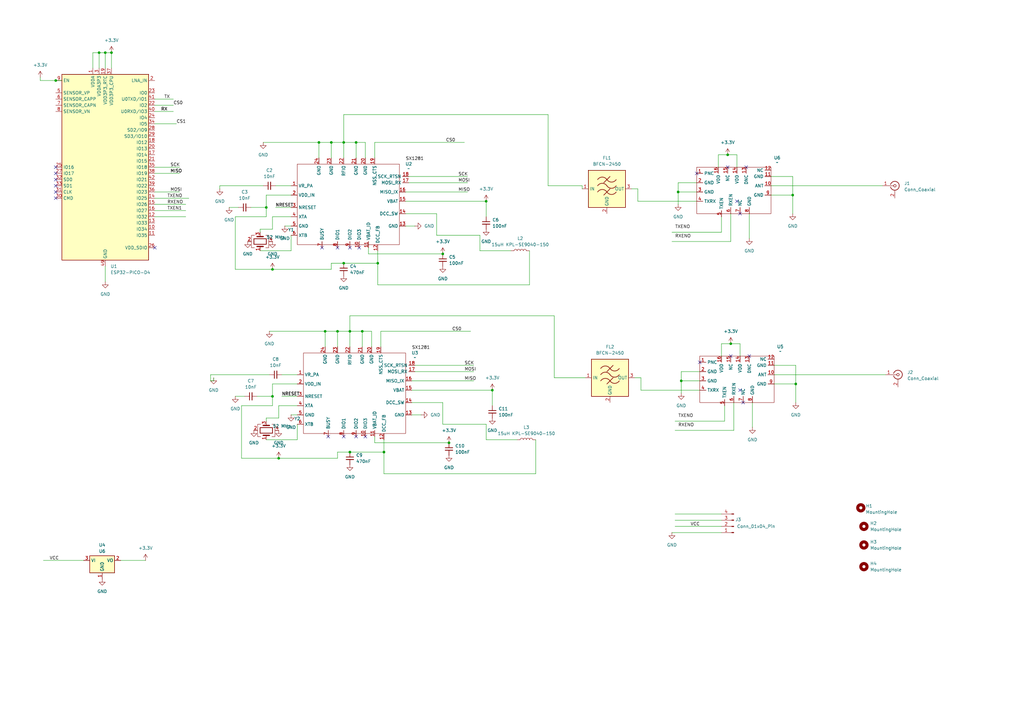
<source format=kicad_sch>
(kicad_sch
	(version 20250114)
	(generator "eeschema")
	(generator_version "9.0")
	(uuid "d3f90342-ec3d-44c2-bb8d-fd1ad00ad1db")
	(paper "A3")
	(lib_symbols
		(symbol "Connector:Conn_01x04_Pin"
			(pin_names
				(offset 1.016)
				(hide yes)
			)
			(exclude_from_sim no)
			(in_bom yes)
			(on_board yes)
			(property "Reference" "J"
				(at 0 5.08 0)
				(effects
					(font
						(size 1.27 1.27)
					)
				)
			)
			(property "Value" "Conn_01x04_Pin"
				(at 0 -7.62 0)
				(effects
					(font
						(size 1.27 1.27)
					)
				)
			)
			(property "Footprint" ""
				(at 0 0 0)
				(effects
					(font
						(size 1.27 1.27)
					)
					(hide yes)
				)
			)
			(property "Datasheet" "~"
				(at 0 0 0)
				(effects
					(font
						(size 1.27 1.27)
					)
					(hide yes)
				)
			)
			(property "Description" "Generic connector, single row, 01x04, script generated"
				(at 0 0 0)
				(effects
					(font
						(size 1.27 1.27)
					)
					(hide yes)
				)
			)
			(property "ki_locked" ""
				(at 0 0 0)
				(effects
					(font
						(size 1.27 1.27)
					)
				)
			)
			(property "ki_keywords" "connector"
				(at 0 0 0)
				(effects
					(font
						(size 1.27 1.27)
					)
					(hide yes)
				)
			)
			(property "ki_fp_filters" "Connector*:*_1x??_*"
				(at 0 0 0)
				(effects
					(font
						(size 1.27 1.27)
					)
					(hide yes)
				)
			)
			(symbol "Conn_01x04_Pin_1_1"
				(rectangle
					(start 0.8636 2.667)
					(end 0 2.413)
					(stroke
						(width 0.1524)
						(type default)
					)
					(fill
						(type outline)
					)
				)
				(rectangle
					(start 0.8636 0.127)
					(end 0 -0.127)
					(stroke
						(width 0.1524)
						(type default)
					)
					(fill
						(type outline)
					)
				)
				(rectangle
					(start 0.8636 -2.413)
					(end 0 -2.667)
					(stroke
						(width 0.1524)
						(type default)
					)
					(fill
						(type outline)
					)
				)
				(rectangle
					(start 0.8636 -4.953)
					(end 0 -5.207)
					(stroke
						(width 0.1524)
						(type default)
					)
					(fill
						(type outline)
					)
				)
				(polyline
					(pts
						(xy 1.27 2.54) (xy 0.8636 2.54)
					)
					(stroke
						(width 0.1524)
						(type default)
					)
					(fill
						(type none)
					)
				)
				(polyline
					(pts
						(xy 1.27 0) (xy 0.8636 0)
					)
					(stroke
						(width 0.1524)
						(type default)
					)
					(fill
						(type none)
					)
				)
				(polyline
					(pts
						(xy 1.27 -2.54) (xy 0.8636 -2.54)
					)
					(stroke
						(width 0.1524)
						(type default)
					)
					(fill
						(type none)
					)
				)
				(polyline
					(pts
						(xy 1.27 -5.08) (xy 0.8636 -5.08)
					)
					(stroke
						(width 0.1524)
						(type default)
					)
					(fill
						(type none)
					)
				)
				(pin passive line
					(at 5.08 2.54 180)
					(length 3.81)
					(name "Pin_1"
						(effects
							(font
								(size 1.27 1.27)
							)
						)
					)
					(number "1"
						(effects
							(font
								(size 1.27 1.27)
							)
						)
					)
				)
				(pin passive line
					(at 5.08 0 180)
					(length 3.81)
					(name "Pin_2"
						(effects
							(font
								(size 1.27 1.27)
							)
						)
					)
					(number "2"
						(effects
							(font
								(size 1.27 1.27)
							)
						)
					)
				)
				(pin passive line
					(at 5.08 -2.54 180)
					(length 3.81)
					(name "Pin_3"
						(effects
							(font
								(size 1.27 1.27)
							)
						)
					)
					(number "3"
						(effects
							(font
								(size 1.27 1.27)
							)
						)
					)
				)
				(pin passive line
					(at 5.08 -5.08 180)
					(length 3.81)
					(name "Pin_4"
						(effects
							(font
								(size 1.27 1.27)
							)
						)
					)
					(number "4"
						(effects
							(font
								(size 1.27 1.27)
							)
						)
					)
				)
			)
			(embedded_fonts no)
		)
		(symbol "Connector:Conn_Coaxial"
			(pin_names
				(offset 1.016)
				(hide yes)
			)
			(exclude_from_sim no)
			(in_bom yes)
			(on_board yes)
			(property "Reference" "J"
				(at 0.254 3.048 0)
				(effects
					(font
						(size 1.27 1.27)
					)
				)
			)
			(property "Value" "Conn_Coaxial"
				(at 2.921 0 90)
				(effects
					(font
						(size 1.27 1.27)
					)
				)
			)
			(property "Footprint" ""
				(at 0 0 0)
				(effects
					(font
						(size 1.27 1.27)
					)
					(hide yes)
				)
			)
			(property "Datasheet" "~"
				(at 0 0 0)
				(effects
					(font
						(size 1.27 1.27)
					)
					(hide yes)
				)
			)
			(property "Description" "coaxial connector (BNC, SMA, SMB, SMC, Cinch/RCA, LEMO, ...)"
				(at 0 0 0)
				(effects
					(font
						(size 1.27 1.27)
					)
					(hide yes)
				)
			)
			(property "ki_keywords" "BNC SMA SMB SMC LEMO coaxial connector CINCH RCA MCX MMCX U.FL UMRF"
				(at 0 0 0)
				(effects
					(font
						(size 1.27 1.27)
					)
					(hide yes)
				)
			)
			(property "ki_fp_filters" "*BNC* *SMA* *SMB* *SMC* *Cinch* *LEMO* *UMRF* *MCX* *U.FL*"
				(at 0 0 0)
				(effects
					(font
						(size 1.27 1.27)
					)
					(hide yes)
				)
			)
			(symbol "Conn_Coaxial_0_1"
				(polyline
					(pts
						(xy -2.54 0) (xy -0.508 0)
					)
					(stroke
						(width 0)
						(type default)
					)
					(fill
						(type none)
					)
				)
				(arc
					(start 1.778 0)
					(mid 0.222 -1.8079)
					(end -1.778 -0.508)
					(stroke
						(width 0.254)
						(type default)
					)
					(fill
						(type none)
					)
				)
				(arc
					(start -1.778 0.508)
					(mid 0.2221 1.8084)
					(end 1.778 0)
					(stroke
						(width 0.254)
						(type default)
					)
					(fill
						(type none)
					)
				)
				(circle
					(center 0 0)
					(radius 0.508)
					(stroke
						(width 0.2032)
						(type default)
					)
					(fill
						(type none)
					)
				)
				(polyline
					(pts
						(xy 0 -2.54) (xy 0 -1.778)
					)
					(stroke
						(width 0)
						(type default)
					)
					(fill
						(type none)
					)
				)
			)
			(symbol "Conn_Coaxial_1_1"
				(pin passive line
					(at -5.08 0 0)
					(length 2.54)
					(name "In"
						(effects
							(font
								(size 1.27 1.27)
							)
						)
					)
					(number "1"
						(effects
							(font
								(size 1.27 1.27)
							)
						)
					)
				)
				(pin passive line
					(at 0 -5.08 90)
					(length 2.54)
					(name "Ext"
						(effects
							(font
								(size 1.27 1.27)
							)
						)
					)
					(number "2"
						(effects
							(font
								(size 1.27 1.27)
							)
						)
					)
				)
			)
			(embedded_fonts no)
		)
		(symbol "Device:C_Small"
			(pin_numbers
				(hide yes)
			)
			(pin_names
				(offset 0.254)
				(hide yes)
			)
			(exclude_from_sim no)
			(in_bom yes)
			(on_board yes)
			(property "Reference" "C"
				(at 0.254 1.778 0)
				(effects
					(font
						(size 1.27 1.27)
					)
					(justify left)
				)
			)
			(property "Value" "C_Small"
				(at 0.254 -2.032 0)
				(effects
					(font
						(size 1.27 1.27)
					)
					(justify left)
				)
			)
			(property "Footprint" ""
				(at 0 0 0)
				(effects
					(font
						(size 1.27 1.27)
					)
					(hide yes)
				)
			)
			(property "Datasheet" "~"
				(at 0 0 0)
				(effects
					(font
						(size 1.27 1.27)
					)
					(hide yes)
				)
			)
			(property "Description" "Unpolarized capacitor, small symbol"
				(at 0 0 0)
				(effects
					(font
						(size 1.27 1.27)
					)
					(hide yes)
				)
			)
			(property "ki_keywords" "capacitor cap"
				(at 0 0 0)
				(effects
					(font
						(size 1.27 1.27)
					)
					(hide yes)
				)
			)
			(property "ki_fp_filters" "C_*"
				(at 0 0 0)
				(effects
					(font
						(size 1.27 1.27)
					)
					(hide yes)
				)
			)
			(symbol "C_Small_0_1"
				(polyline
					(pts
						(xy -1.524 0.508) (xy 1.524 0.508)
					)
					(stroke
						(width 0.3048)
						(type default)
					)
					(fill
						(type none)
					)
				)
				(polyline
					(pts
						(xy -1.524 -0.508) (xy 1.524 -0.508)
					)
					(stroke
						(width 0.3302)
						(type default)
					)
					(fill
						(type none)
					)
				)
			)
			(symbol "C_Small_1_1"
				(pin passive line
					(at 0 2.54 270)
					(length 2.032)
					(name "~"
						(effects
							(font
								(size 1.27 1.27)
							)
						)
					)
					(number "1"
						(effects
							(font
								(size 1.27 1.27)
							)
						)
					)
				)
				(pin passive line
					(at 0 -2.54 90)
					(length 2.032)
					(name "~"
						(effects
							(font
								(size 1.27 1.27)
							)
						)
					)
					(number "2"
						(effects
							(font
								(size 1.27 1.27)
							)
						)
					)
				)
			)
			(embedded_fonts no)
		)
		(symbol "Device:Crystal_GND24"
			(pin_names
				(offset 1.016)
				(hide yes)
			)
			(exclude_from_sim no)
			(in_bom yes)
			(on_board yes)
			(property "Reference" "Y"
				(at 3.175 5.08 0)
				(effects
					(font
						(size 1.27 1.27)
					)
					(justify left)
				)
			)
			(property "Value" "Crystal_GND24"
				(at 3.175 3.175 0)
				(effects
					(font
						(size 1.27 1.27)
					)
					(justify left)
				)
			)
			(property "Footprint" ""
				(at 0 0 0)
				(effects
					(font
						(size 1.27 1.27)
					)
					(hide yes)
				)
			)
			(property "Datasheet" "~"
				(at 0 0 0)
				(effects
					(font
						(size 1.27 1.27)
					)
					(hide yes)
				)
			)
			(property "Description" "Four pin crystal, GND on pins 2 and 4"
				(at 0 0 0)
				(effects
					(font
						(size 1.27 1.27)
					)
					(hide yes)
				)
			)
			(property "ki_keywords" "quartz ceramic resonator oscillator"
				(at 0 0 0)
				(effects
					(font
						(size 1.27 1.27)
					)
					(hide yes)
				)
			)
			(property "ki_fp_filters" "Crystal*"
				(at 0 0 0)
				(effects
					(font
						(size 1.27 1.27)
					)
					(hide yes)
				)
			)
			(symbol "Crystal_GND24_0_1"
				(polyline
					(pts
						(xy -2.54 2.286) (xy -2.54 3.556) (xy 2.54 3.556) (xy 2.54 2.286)
					)
					(stroke
						(width 0)
						(type default)
					)
					(fill
						(type none)
					)
				)
				(polyline
					(pts
						(xy -2.54 0) (xy -2.032 0)
					)
					(stroke
						(width 0)
						(type default)
					)
					(fill
						(type none)
					)
				)
				(polyline
					(pts
						(xy -2.54 -2.286) (xy -2.54 -3.556) (xy 2.54 -3.556) (xy 2.54 -2.286)
					)
					(stroke
						(width 0)
						(type default)
					)
					(fill
						(type none)
					)
				)
				(polyline
					(pts
						(xy -2.032 -1.27) (xy -2.032 1.27)
					)
					(stroke
						(width 0.508)
						(type default)
					)
					(fill
						(type none)
					)
				)
				(rectangle
					(start -1.143 2.54)
					(end 1.143 -2.54)
					(stroke
						(width 0.3048)
						(type default)
					)
					(fill
						(type none)
					)
				)
				(polyline
					(pts
						(xy 0 3.556) (xy 0 3.81)
					)
					(stroke
						(width 0)
						(type default)
					)
					(fill
						(type none)
					)
				)
				(polyline
					(pts
						(xy 0 -3.81) (xy 0 -3.556)
					)
					(stroke
						(width 0)
						(type default)
					)
					(fill
						(type none)
					)
				)
				(polyline
					(pts
						(xy 2.032 0) (xy 2.54 0)
					)
					(stroke
						(width 0)
						(type default)
					)
					(fill
						(type none)
					)
				)
				(polyline
					(pts
						(xy 2.032 -1.27) (xy 2.032 1.27)
					)
					(stroke
						(width 0.508)
						(type default)
					)
					(fill
						(type none)
					)
				)
			)
			(symbol "Crystal_GND24_1_1"
				(pin passive line
					(at -3.81 0 0)
					(length 1.27)
					(name "1"
						(effects
							(font
								(size 1.27 1.27)
							)
						)
					)
					(number "1"
						(effects
							(font
								(size 1.27 1.27)
							)
						)
					)
				)
				(pin passive line
					(at 0 5.08 270)
					(length 1.27)
					(name "2"
						(effects
							(font
								(size 1.27 1.27)
							)
						)
					)
					(number "2"
						(effects
							(font
								(size 1.27 1.27)
							)
						)
					)
				)
				(pin passive line
					(at 0 -5.08 90)
					(length 1.27)
					(name "4"
						(effects
							(font
								(size 1.27 1.27)
							)
						)
					)
					(number "4"
						(effects
							(font
								(size 1.27 1.27)
							)
						)
					)
				)
				(pin passive line
					(at 3.81 0 180)
					(length 1.27)
					(name "3"
						(effects
							(font
								(size 1.27 1.27)
							)
						)
					)
					(number "3"
						(effects
							(font
								(size 1.27 1.27)
							)
						)
					)
				)
			)
			(embedded_fonts no)
		)
		(symbol "Device:L"
			(pin_numbers
				(hide yes)
			)
			(pin_names
				(offset 1.016)
				(hide yes)
			)
			(exclude_from_sim no)
			(in_bom yes)
			(on_board yes)
			(property "Reference" "L"
				(at -1.27 0 90)
				(effects
					(font
						(size 1.27 1.27)
					)
				)
			)
			(property "Value" "L"
				(at 1.905 0 90)
				(effects
					(font
						(size 1.27 1.27)
					)
				)
			)
			(property "Footprint" ""
				(at 0 0 0)
				(effects
					(font
						(size 1.27 1.27)
					)
					(hide yes)
				)
			)
			(property "Datasheet" "~"
				(at 0 0 0)
				(effects
					(font
						(size 1.27 1.27)
					)
					(hide yes)
				)
			)
			(property "Description" "Inductor"
				(at 0 0 0)
				(effects
					(font
						(size 1.27 1.27)
					)
					(hide yes)
				)
			)
			(property "ki_keywords" "inductor choke coil reactor magnetic"
				(at 0 0 0)
				(effects
					(font
						(size 1.27 1.27)
					)
					(hide yes)
				)
			)
			(property "ki_fp_filters" "Choke_* *Coil* Inductor_* L_*"
				(at 0 0 0)
				(effects
					(font
						(size 1.27 1.27)
					)
					(hide yes)
				)
			)
			(symbol "L_0_1"
				(arc
					(start 0 2.54)
					(mid 0.6323 1.905)
					(end 0 1.27)
					(stroke
						(width 0)
						(type default)
					)
					(fill
						(type none)
					)
				)
				(arc
					(start 0 1.27)
					(mid 0.6323 0.635)
					(end 0 0)
					(stroke
						(width 0)
						(type default)
					)
					(fill
						(type none)
					)
				)
				(arc
					(start 0 0)
					(mid 0.6323 -0.635)
					(end 0 -1.27)
					(stroke
						(width 0)
						(type default)
					)
					(fill
						(type none)
					)
				)
				(arc
					(start 0 -1.27)
					(mid 0.6323 -1.905)
					(end 0 -2.54)
					(stroke
						(width 0)
						(type default)
					)
					(fill
						(type none)
					)
				)
			)
			(symbol "L_1_1"
				(pin passive line
					(at 0 3.81 270)
					(length 1.27)
					(name "1"
						(effects
							(font
								(size 1.27 1.27)
							)
						)
					)
					(number "1"
						(effects
							(font
								(size 1.27 1.27)
							)
						)
					)
				)
				(pin passive line
					(at 0 -3.81 90)
					(length 1.27)
					(name "2"
						(effects
							(font
								(size 1.27 1.27)
							)
						)
					)
					(number "2"
						(effects
							(font
								(size 1.27 1.27)
							)
						)
					)
				)
			)
			(embedded_fonts no)
		)
		(symbol "MCU_Espressif:ESP32-PICO-D4"
			(exclude_from_sim no)
			(in_bom yes)
			(on_board yes)
			(property "Reference" "U"
				(at -17.78 39.37 0)
				(effects
					(font
						(size 1.27 1.27)
					)
					(justify left)
				)
			)
			(property "Value" "ESP32-PICO-D4"
				(at 3.81 39.37 0)
				(effects
					(font
						(size 1.27 1.27)
					)
					(justify left)
				)
			)
			(property "Footprint" "Package_DFN_QFN:QFN-48-1EP_7x7mm_P0.5mm_EP5.3x5.3mm"
				(at 31.75 -39.37 0)
				(effects
					(font
						(size 1.27 1.27)
					)
					(hide yes)
				)
			)
			(property "Datasheet" "https://www.espressif.com/sites/default/files/documentation/esp32-pico-d4_datasheet_en.pdf"
				(at 0 0 0)
				(effects
					(font
						(size 1.27 1.27)
					)
					(hide yes)
				)
			)
			(property "Description" "RF Module, ESP32 SoC, Wi-Fi 802.11b/g/n, Bluetooth, BLE, 32-bit, 2.7-3.6V, external antenna, QFN-48"
				(at 0 0 0)
				(effects
					(font
						(size 1.27 1.27)
					)
					(hide yes)
				)
			)
			(property "ki_keywords" "RF Radio BT ESP ESP32 Espressif external antenna"
				(at 0 0 0)
				(effects
					(font
						(size 1.27 1.27)
					)
					(hide yes)
				)
			)
			(property "ki_fp_filters" "QFN*1EP*7x7mm*P0.5mm*"
				(at 0 0 0)
				(effects
					(font
						(size 1.27 1.27)
					)
					(hide yes)
				)
			)
			(symbol "ESP32-PICO-D4_0_0"
				(pin input line
					(at -20.32 35.56 0)
					(length 2.54)
					(name "EN"
						(effects
							(font
								(size 1.27 1.27)
							)
						)
					)
					(number "9"
						(effects
							(font
								(size 1.27 1.27)
							)
						)
					)
				)
				(pin input line
					(at -20.32 30.48 0)
					(length 2.54)
					(name "SENSOR_VP"
						(effects
							(font
								(size 1.27 1.27)
							)
						)
					)
					(number "5"
						(effects
							(font
								(size 1.27 1.27)
							)
						)
					)
				)
				(pin input line
					(at -20.32 27.94 0)
					(length 2.54)
					(name "SENSOR_CAPP"
						(effects
							(font
								(size 1.27 1.27)
							)
						)
					)
					(number "6"
						(effects
							(font
								(size 1.27 1.27)
							)
						)
					)
				)
				(pin input line
					(at -20.32 25.4 0)
					(length 2.54)
					(name "SENSOR_CAPN"
						(effects
							(font
								(size 1.27 1.27)
							)
						)
					)
					(number "7"
						(effects
							(font
								(size 1.27 1.27)
							)
						)
					)
				)
				(pin input line
					(at -20.32 22.86 0)
					(length 2.54)
					(name "SENSOR_VN"
						(effects
							(font
								(size 1.27 1.27)
							)
						)
					)
					(number "8"
						(effects
							(font
								(size 1.27 1.27)
							)
						)
					)
				)
				(pin bidirectional line
					(at -20.32 0 0)
					(length 2.54)
					(name "IO16"
						(effects
							(font
								(size 1.27 1.27)
							)
						)
					)
					(number "25"
						(effects
							(font
								(size 1.27 1.27)
							)
						)
					)
				)
				(pin bidirectional line
					(at -20.32 -2.54 0)
					(length 2.54)
					(name "IO17"
						(effects
							(font
								(size 1.27 1.27)
							)
						)
					)
					(number "27"
						(effects
							(font
								(size 1.27 1.27)
							)
						)
					)
				)
				(pin bidirectional line
					(at -20.32 -5.08 0)
					(length 2.54)
					(name "SD0"
						(effects
							(font
								(size 1.27 1.27)
							)
						)
					)
					(number "32"
						(effects
							(font
								(size 1.27 1.27)
							)
						)
					)
				)
				(pin bidirectional line
					(at -20.32 -7.62 0)
					(length 2.54)
					(name "SD1"
						(effects
							(font
								(size 1.27 1.27)
							)
						)
					)
					(number "33"
						(effects
							(font
								(size 1.27 1.27)
							)
						)
					)
				)
				(pin bidirectional line
					(at -20.32 -10.16 0)
					(length 2.54)
					(name "CLK"
						(effects
							(font
								(size 1.27 1.27)
							)
						)
					)
					(number "31"
						(effects
							(font
								(size 1.27 1.27)
							)
						)
					)
				)
				(pin bidirectional line
					(at -20.32 -12.7 0)
					(length 2.54)
					(name "CMD"
						(effects
							(font
								(size 1.27 1.27)
							)
						)
					)
					(number "30"
						(effects
							(font
								(size 1.27 1.27)
							)
						)
					)
				)
				(pin no_connect line
					(at -17.78 -25.4 0)
					(length 2.54)
					(hide yes)
					(name "XTAL_N_NC"
						(effects
							(font
								(size 1.27 1.27)
							)
						)
					)
					(number "44"
						(effects
							(font
								(size 1.27 1.27)
							)
						)
					)
				)
				(pin no_connect line
					(at -17.78 -27.94 0)
					(length 2.54)
					(hide yes)
					(name "XTAL_P_NC"
						(effects
							(font
								(size 1.27 1.27)
							)
						)
					)
					(number "45"
						(effects
							(font
								(size 1.27 1.27)
							)
						)
					)
				)
				(pin no_connect line
					(at -17.78 -30.48 0)
					(length 2.54)
					(hide yes)
					(name "CAP2_NC"
						(effects
							(font
								(size 1.27 1.27)
							)
						)
					)
					(number "47"
						(effects
							(font
								(size 1.27 1.27)
							)
						)
					)
				)
				(pin no_connect line
					(at -17.78 -33.02 0)
					(length 2.54)
					(hide yes)
					(name "CAP1_NC"
						(effects
							(font
								(size 1.27 1.27)
							)
						)
					)
					(number "48"
						(effects
							(font
								(size 1.27 1.27)
							)
						)
					)
				)
				(pin power_in line
					(at -5.08 40.64 270)
					(length 2.54)
					(name "VDDA"
						(effects
							(font
								(size 1.27 1.27)
							)
						)
					)
					(number "1"
						(effects
							(font
								(size 1.27 1.27)
							)
						)
					)
				)
				(pin passive line
					(at -5.08 40.64 270)
					(length 2.54)
					(hide yes)
					(name "VDDA"
						(effects
							(font
								(size 1.27 1.27)
							)
						)
					)
					(number "43"
						(effects
							(font
								(size 1.27 1.27)
							)
						)
					)
				)
				(pin passive line
					(at -5.08 40.64 270)
					(length 2.54)
					(hide yes)
					(name "VDDA"
						(effects
							(font
								(size 1.27 1.27)
							)
						)
					)
					(number "46"
						(effects
							(font
								(size 1.27 1.27)
							)
						)
					)
				)
				(pin power_in line
					(at -2.54 40.64 270)
					(length 2.54)
					(name "VDDA3P3"
						(effects
							(font
								(size 1.27 1.27)
							)
						)
					)
					(number "3"
						(effects
							(font
								(size 1.27 1.27)
							)
						)
					)
				)
				(pin passive line
					(at -2.54 40.64 270)
					(length 2.54)
					(hide yes)
					(name "VDDA3P3"
						(effects
							(font
								(size 1.27 1.27)
							)
						)
					)
					(number "4"
						(effects
							(font
								(size 1.27 1.27)
							)
						)
					)
				)
				(pin power_in line
					(at 0 40.64 270)
					(length 2.54)
					(name "VDD3P3_RTC"
						(effects
							(font
								(size 1.27 1.27)
							)
						)
					)
					(number "19"
						(effects
							(font
								(size 1.27 1.27)
							)
						)
					)
				)
				(pin power_in line
					(at 0 -40.64 90)
					(length 2.54)
					(name "GND"
						(effects
							(font
								(size 1.27 1.27)
							)
						)
					)
					(number "49"
						(effects
							(font
								(size 1.27 1.27)
							)
						)
					)
				)
				(pin power_in line
					(at 2.54 40.64 270)
					(length 2.54)
					(name "VDD3P3_CPU"
						(effects
							(font
								(size 1.27 1.27)
							)
						)
					)
					(number "37"
						(effects
							(font
								(size 1.27 1.27)
							)
						)
					)
				)
				(pin bidirectional line
					(at 20.32 35.56 180)
					(length 2.54)
					(name "LNA_IN"
						(effects
							(font
								(size 1.27 1.27)
							)
						)
					)
					(number "2"
						(effects
							(font
								(size 1.27 1.27)
							)
						)
					)
				)
				(pin bidirectional line
					(at 20.32 30.48 180)
					(length 2.54)
					(name "IO0"
						(effects
							(font
								(size 1.27 1.27)
							)
						)
					)
					(number "23"
						(effects
							(font
								(size 1.27 1.27)
							)
						)
					)
				)
				(pin bidirectional line
					(at 20.32 27.94 180)
					(length 2.54)
					(name "U0TXD/IO1"
						(effects
							(font
								(size 1.27 1.27)
							)
						)
					)
					(number "41"
						(effects
							(font
								(size 1.27 1.27)
							)
						)
					)
				)
				(pin bidirectional line
					(at 20.32 25.4 180)
					(length 2.54)
					(name "IO2"
						(effects
							(font
								(size 1.27 1.27)
							)
						)
					)
					(number "22"
						(effects
							(font
								(size 1.27 1.27)
							)
						)
					)
				)
				(pin bidirectional line
					(at 20.32 22.86 180)
					(length 2.54)
					(name "U0RXD/IO3"
						(effects
							(font
								(size 1.27 1.27)
							)
						)
					)
					(number "40"
						(effects
							(font
								(size 1.27 1.27)
							)
						)
					)
				)
				(pin bidirectional line
					(at 20.32 20.32 180)
					(length 2.54)
					(name "IO4"
						(effects
							(font
								(size 1.27 1.27)
							)
						)
					)
					(number "24"
						(effects
							(font
								(size 1.27 1.27)
							)
						)
					)
				)
				(pin bidirectional line
					(at 20.32 17.78 180)
					(length 2.54)
					(name "IO5"
						(effects
							(font
								(size 1.27 1.27)
							)
						)
					)
					(number "34"
						(effects
							(font
								(size 1.27 1.27)
							)
						)
					)
				)
				(pin bidirectional line
					(at 20.32 15.24 180)
					(length 2.54)
					(name "SD2/IO9"
						(effects
							(font
								(size 1.27 1.27)
							)
						)
					)
					(number "28"
						(effects
							(font
								(size 1.27 1.27)
							)
						)
					)
				)
				(pin bidirectional line
					(at 20.32 12.7 180)
					(length 2.54)
					(name "SD3/IO10"
						(effects
							(font
								(size 1.27 1.27)
							)
						)
					)
					(number "29"
						(effects
							(font
								(size 1.27 1.27)
							)
						)
					)
				)
				(pin bidirectional line
					(at 20.32 10.16 180)
					(length 2.54)
					(name "IO12"
						(effects
							(font
								(size 1.27 1.27)
							)
						)
					)
					(number "18"
						(effects
							(font
								(size 1.27 1.27)
							)
						)
					)
				)
				(pin bidirectional line
					(at 20.32 7.62 180)
					(length 2.54)
					(name "IO13"
						(effects
							(font
								(size 1.27 1.27)
							)
						)
					)
					(number "20"
						(effects
							(font
								(size 1.27 1.27)
							)
						)
					)
				)
				(pin bidirectional line
					(at 20.32 5.08 180)
					(length 2.54)
					(name "IO14"
						(effects
							(font
								(size 1.27 1.27)
							)
						)
					)
					(number "17"
						(effects
							(font
								(size 1.27 1.27)
							)
						)
					)
				)
				(pin bidirectional line
					(at 20.32 2.54 180)
					(length 2.54)
					(name "IO15"
						(effects
							(font
								(size 1.27 1.27)
							)
						)
					)
					(number "21"
						(effects
							(font
								(size 1.27 1.27)
							)
						)
					)
				)
				(pin bidirectional line
					(at 20.32 0 180)
					(length 2.54)
					(name "IO18"
						(effects
							(font
								(size 1.27 1.27)
							)
						)
					)
					(number "35"
						(effects
							(font
								(size 1.27 1.27)
							)
						)
					)
				)
				(pin bidirectional line
					(at 20.32 -2.54 180)
					(length 2.54)
					(name "IO19"
						(effects
							(font
								(size 1.27 1.27)
							)
						)
					)
					(number "38"
						(effects
							(font
								(size 1.27 1.27)
							)
						)
					)
				)
				(pin bidirectional line
					(at 20.32 -5.08 180)
					(length 2.54)
					(name "IO21"
						(effects
							(font
								(size 1.27 1.27)
							)
						)
					)
					(number "42"
						(effects
							(font
								(size 1.27 1.27)
							)
						)
					)
				)
				(pin bidirectional line
					(at 20.32 -7.62 180)
					(length 2.54)
					(name "IO22"
						(effects
							(font
								(size 1.27 1.27)
							)
						)
					)
					(number "39"
						(effects
							(font
								(size 1.27 1.27)
							)
						)
					)
				)
				(pin bidirectional line
					(at 20.32 -10.16 180)
					(length 2.54)
					(name "IO23"
						(effects
							(font
								(size 1.27 1.27)
							)
						)
					)
					(number "36"
						(effects
							(font
								(size 1.27 1.27)
							)
						)
					)
				)
				(pin bidirectional line
					(at 20.32 -12.7 180)
					(length 2.54)
					(name "IO25"
						(effects
							(font
								(size 1.27 1.27)
							)
						)
					)
					(number "14"
						(effects
							(font
								(size 1.27 1.27)
							)
						)
					)
				)
				(pin bidirectional line
					(at 20.32 -15.24 180)
					(length 2.54)
					(name "IO26"
						(effects
							(font
								(size 1.27 1.27)
							)
						)
					)
					(number "15"
						(effects
							(font
								(size 1.27 1.27)
							)
						)
					)
				)
				(pin bidirectional line
					(at 20.32 -17.78 180)
					(length 2.54)
					(name "IO27"
						(effects
							(font
								(size 1.27 1.27)
							)
						)
					)
					(number "16"
						(effects
							(font
								(size 1.27 1.27)
							)
						)
					)
				)
				(pin bidirectional line
					(at 20.32 -20.32 180)
					(length 2.54)
					(name "IO32"
						(effects
							(font
								(size 1.27 1.27)
							)
						)
					)
					(number "12"
						(effects
							(font
								(size 1.27 1.27)
							)
						)
					)
				)
				(pin bidirectional line
					(at 20.32 -22.86 180)
					(length 2.54)
					(name "IO33"
						(effects
							(font
								(size 1.27 1.27)
							)
						)
					)
					(number "13"
						(effects
							(font
								(size 1.27 1.27)
							)
						)
					)
				)
				(pin input line
					(at 20.32 -25.4 180)
					(length 2.54)
					(name "IO34"
						(effects
							(font
								(size 1.27 1.27)
							)
						)
					)
					(number "10"
						(effects
							(font
								(size 1.27 1.27)
							)
						)
					)
				)
				(pin input line
					(at 20.32 -27.94 180)
					(length 2.54)
					(name "IO35"
						(effects
							(font
								(size 1.27 1.27)
							)
						)
					)
					(number "11"
						(effects
							(font
								(size 1.27 1.27)
							)
						)
					)
				)
				(pin power_out line
					(at 20.32 -33.02 180)
					(length 2.54)
					(name "VDD_SDIO"
						(effects
							(font
								(size 1.27 1.27)
							)
						)
					)
					(number "26"
						(effects
							(font
								(size 1.27 1.27)
							)
						)
					)
				)
			)
			(symbol "ESP32-PICO-D4_0_1"
				(rectangle
					(start -17.78 38.1)
					(end 17.78 -38.1)
					(stroke
						(width 0.254)
						(type default)
					)
					(fill
						(type background)
					)
				)
			)
			(embedded_fonts no)
		)
		(symbol "Mechanical:MountingHole"
			(pin_names
				(offset 1.016)
			)
			(exclude_from_sim no)
			(in_bom no)
			(on_board yes)
			(property "Reference" "H"
				(at 0 5.08 0)
				(effects
					(font
						(size 1.27 1.27)
					)
				)
			)
			(property "Value" "MountingHole"
				(at 0 3.175 0)
				(effects
					(font
						(size 1.27 1.27)
					)
				)
			)
			(property "Footprint" ""
				(at 0 0 0)
				(effects
					(font
						(size 1.27 1.27)
					)
					(hide yes)
				)
			)
			(property "Datasheet" "~"
				(at 0 0 0)
				(effects
					(font
						(size 1.27 1.27)
					)
					(hide yes)
				)
			)
			(property "Description" "Mounting Hole without connection"
				(at 0 0 0)
				(effects
					(font
						(size 1.27 1.27)
					)
					(hide yes)
				)
			)
			(property "ki_keywords" "mounting hole"
				(at 0 0 0)
				(effects
					(font
						(size 1.27 1.27)
					)
					(hide yes)
				)
			)
			(property "ki_fp_filters" "MountingHole*"
				(at 0 0 0)
				(effects
					(font
						(size 1.27 1.27)
					)
					(hide yes)
				)
			)
			(symbol "MountingHole_0_1"
				(circle
					(center 0 0)
					(radius 1.27)
					(stroke
						(width 1.27)
						(type default)
					)
					(fill
						(type none)
					)
				)
			)
			(embedded_fonts no)
		)
		(symbol "New_Library:Uebung"
			(exclude_from_sim no)
			(in_bom yes)
			(on_board yes)
			(property "Reference" "U"
				(at 0 0 0)
				(effects
					(font
						(size 1.27 1.27)
					)
				)
			)
			(property "Value" ""
				(at 0 0 0)
				(effects
					(font
						(size 1.27 1.27)
					)
				)
			)
			(property "Footprint" ""
				(at 0 0 0)
				(effects
					(font
						(size 1.27 1.27)
					)
					(hide yes)
				)
			)
			(property "Datasheet" ""
				(at 0 0 0)
				(effects
					(font
						(size 1.27 1.27)
					)
					(hide yes)
				)
			)
			(property "Description" ""
				(at 0 0 0)
				(effects
					(font
						(size 1.27 1.27)
					)
					(hide yes)
				)
			)
			(symbol "Uebung_0_1"
				(rectangle
					(start 5.08 -40.64)
					(end 46.99 -73.66)
					(stroke
						(width 0)
						(type default)
					)
					(fill
						(type none)
					)
				)
			)
			(symbol "Uebung_1_1"
				(pin input line
					(at 2.54 -49.53 0)
					(length 2.54)
					(name "VR_PA"
						(effects
							(font
								(size 1.27 1.27)
							)
						)
					)
					(number "1"
						(effects
							(font
								(size 1.27 1.27)
							)
						)
					)
				)
				(pin input line
					(at 2.54 -53.34 0)
					(length 2.54)
					(name "VDD_IN"
						(effects
							(font
								(size 1.27 1.27)
							)
						)
					)
					(number "2"
						(effects
							(font
								(size 1.27 1.27)
							)
						)
					)
				)
				(pin input line
					(at 2.54 -58.42 0)
					(length 2.54)
					(name "NRESET"
						(effects
							(font
								(size 1.27 1.27)
							)
						)
					)
					(number "3"
						(effects
							(font
								(size 1.27 1.27)
							)
						)
					)
				)
				(pin input line
					(at 2.54 -62.23 0)
					(length 2.54)
					(name "XTA"
						(effects
							(font
								(size 1.27 1.27)
							)
						)
					)
					(number "4"
						(effects
							(font
								(size 1.27 1.27)
							)
						)
					)
				)
				(pin input line
					(at 2.54 -66.04 0)
					(length 2.54)
					(name "GND"
						(effects
							(font
								(size 1.27 1.27)
							)
						)
					)
					(number "5"
						(effects
							(font
								(size 1.27 1.27)
							)
						)
					)
				)
				(pin input line
					(at 2.54 -69.85 0)
					(length 2.54)
					(name "XTB"
						(effects
							(font
								(size 1.27 1.27)
							)
						)
					)
					(number "6"
						(effects
							(font
								(size 1.27 1.27)
							)
						)
					)
				)
				(pin output line
					(at 13.97 -38.1 270)
					(length 2.54)
					(name "GNO"
						(effects
							(font
								(size 1.27 1.27)
							)
						)
					)
					(number "24"
						(effects
							(font
								(size 1.27 1.27)
							)
						)
					)
				)
				(pin output line
					(at 15.24 -74.93 90)
					(length 2.54)
					(name "BUSY"
						(effects
							(font
								(size 1.27 1.27)
							)
						)
					)
					(number "7"
						(effects
							(font
								(size 1.27 1.27)
							)
						)
					)
				)
				(pin output line
					(at 19.05 -38.1 270)
					(length 2.54)
					(name "GND"
						(effects
							(font
								(size 1.27 1.27)
							)
						)
					)
					(number "23"
						(effects
							(font
								(size 1.27 1.27)
							)
						)
					)
				)
				(pin output line
					(at 21.59 -74.93 90)
					(length 2.54)
					(name "DIO1"
						(effects
							(font
								(size 1.27 1.27)
							)
						)
					)
					(number "8"
						(effects
							(font
								(size 1.27 1.27)
							)
						)
					)
				)
				(pin output line
					(at 24.13 -38.1 270)
					(length 2.54)
					(name "RFIO"
						(effects
							(font
								(size 1.27 1.27)
							)
						)
					)
					(number "22"
						(effects
							(font
								(size 1.27 1.27)
							)
						)
					)
				)
				(pin output line
					(at 26.67 -74.93 90)
					(length 2.54)
					(name "DIO2"
						(effects
							(font
								(size 1.27 1.27)
							)
						)
					)
					(number "9"
						(effects
							(font
								(size 1.27 1.27)
							)
						)
					)
				)
				(pin output line
					(at 29.21 -38.1 270)
					(length 2.54)
					(name "GNO"
						(effects
							(font
								(size 1.27 1.27)
							)
						)
					)
					(number "21"
						(effects
							(font
								(size 1.27 1.27)
							)
						)
					)
				)
				(pin output line
					(at 30.48 -74.93 90)
					(length 2.54)
					(name "DIO3"
						(effects
							(font
								(size 1.27 1.27)
							)
						)
					)
					(number "10"
						(effects
							(font
								(size 1.27 1.27)
							)
						)
					)
				)
				(pin output line
					(at 33.02 -38.1 270)
					(length 2.54)
					(name "GND"
						(effects
							(font
								(size 1.27 1.27)
							)
						)
					)
					(number "20"
						(effects
							(font
								(size 1.27 1.27)
							)
						)
					)
				)
				(pin output line
					(at 34.29 -74.93 90)
					(length 2.54)
					(name "VBAT_ID"
						(effects
							(font
								(size 1.27 1.27)
							)
						)
					)
					(number "11"
						(effects
							(font
								(size 1.27 1.27)
							)
						)
					)
				)
				(pin output line
					(at 36.83 -38.1 270)
					(length 2.54)
					(name "NSS_CTS"
						(effects
							(font
								(size 1.27 1.27)
							)
						)
					)
					(number "19"
						(effects
							(font
								(size 1.27 1.27)
							)
						)
					)
				)
				(pin output line
					(at 38.1 -76.2 90)
					(length 2.54)
					(name "DCC_FB"
						(effects
							(font
								(size 1.27 1.27)
							)
						)
					)
					(number "12"
						(effects
							(font
								(size 1.27 1.27)
							)
						)
					)
				)
				(pin input line
					(at 49.53 -52.07 180)
					(length 2.54)
					(name "MISO_IX"
						(effects
							(font
								(size 1.27 1.27)
							)
						)
					)
					(number "16"
						(effects
							(font
								(size 1.27 1.27)
							)
						)
					)
				)
				(pin input line
					(at 49.53 -55.88 180)
					(length 2.54)
					(name "VBAT"
						(effects
							(font
								(size 1.27 1.27)
							)
						)
					)
					(number "15"
						(effects
							(font
								(size 1.27 1.27)
							)
						)
					)
				)
				(pin input line
					(at 49.53 -60.96 180)
					(length 2.54)
					(name "DCC_SW"
						(effects
							(font
								(size 1.27 1.27)
							)
						)
					)
					(number "14"
						(effects
							(font
								(size 1.27 1.27)
							)
						)
					)
				)
				(pin input line
					(at 49.53 -66.04 180)
					(length 2.54)
					(name "GND"
						(effects
							(font
								(size 1.27 1.27)
							)
						)
					)
					(number "13"
						(effects
							(font
								(size 1.27 1.27)
							)
						)
					)
				)
				(pin input line
					(at 50.8 -45.72 180)
					(length 2.54)
					(name "SCK_RTSN"
						(effects
							(font
								(size 1.27 1.27)
							)
						)
					)
					(number "18"
						(effects
							(font
								(size 1.27 1.27)
							)
						)
					)
				)
				(pin input line
					(at 50.8 -48.26 180)
					(length 2.54)
					(name "MOSI_RX"
						(effects
							(font
								(size 1.27 1.27)
							)
						)
					)
					(number "17"
						(effects
							(font
								(size 1.27 1.27)
							)
						)
					)
				)
			)
			(embedded_fonts no)
		)
		(symbol "New_Library_HAHA:new ky"
			(exclude_from_sim no)
			(in_bom yes)
			(on_board yes)
			(property "Reference" "U"
				(at 0 0 0)
				(effects
					(font
						(size 1.27 1.27)
					)
				)
			)
			(property "Value" ""
				(at 0 0 0)
				(effects
					(font
						(size 1.27 1.27)
					)
				)
			)
			(property "Footprint" ""
				(at 0 0 0)
				(effects
					(font
						(size 1.27 1.27)
					)
					(hide yes)
				)
			)
			(property "Datasheet" ""
				(at 0 0 0)
				(effects
					(font
						(size 1.27 1.27)
					)
					(hide yes)
				)
			)
			(property "Description" ""
				(at 0 0 0)
				(effects
					(font
						(size 1.27 1.27)
					)
					(hide yes)
				)
			)
			(symbol "new ky_0_1"
				(rectangle
					(start -10.16 -2.54)
					(end 20.32 16.51)
					(stroke
						(width 0)
						(type default)
					)
					(fill
						(type none)
					)
				)
			)
			(symbol "new ky_1_1"
				(pin input line
					(at -10.16 13.97 0)
					(length 2.54)
					(name "PNC"
						(effects
							(font
								(size 1.27 1.27)
							)
						)
					)
					(number "1"
						(effects
							(font
								(size 1.27 1.27)
							)
						)
					)
				)
				(pin input line
					(at -10.16 10.16 0)
					(length 2.54)
					(name "GND"
						(effects
							(font
								(size 1.27 1.27)
							)
						)
					)
					(number "2"
						(effects
							(font
								(size 1.27 1.27)
							)
						)
					)
				)
				(pin input line
					(at -10.16 6.35 0)
					(length 2.54)
					(name "GND"
						(effects
							(font
								(size 1.27 1.27)
							)
						)
					)
					(number "3"
						(effects
							(font
								(size 1.27 1.27)
							)
						)
					)
				)
				(pin input line
					(at -10.16 2.54 0)
					(length 2.54)
					(name "TXRX"
						(effects
							(font
								(size 1.27 1.27)
							)
						)
					)
					(number "4"
						(effects
							(font
								(size 1.27 1.27)
							)
						)
					)
				)
				(pin input line
					(at -1.27 16.51 270)
					(length 2.54)
					(name "VDD"
						(effects
							(font
								(size 1.27 1.27)
							)
						)
					)
					(number "16"
						(effects
							(font
								(size 1.27 1.27)
							)
						)
					)
				)
				(pin input line
					(at 0 -3.81 90)
					(length 2.54)
					(name "TXEN"
						(effects
							(font
								(size 1.27 1.27)
							)
						)
					)
					(number "5"
						(effects
							(font
								(size 1.27 1.27)
							)
						)
					)
				)
				(pin input line
					(at 2.54 16.51 270)
					(length 2.54)
					(name "NC"
						(effects
							(font
								(size 1.27 1.27)
							)
						)
					)
					(number "15"
						(effects
							(font
								(size 1.27 1.27)
							)
						)
					)
				)
				(pin input line
					(at 3.81 -2.54 90)
					(length 2.54)
					(name "RXEN"
						(effects
							(font
								(size 1.27 1.27)
							)
						)
					)
					(number "6"
						(effects
							(font
								(size 1.27 1.27)
							)
						)
					)
				)
				(pin input line
					(at 6.35 16.51 270)
					(length 2.54)
					(name "VDD"
						(effects
							(font
								(size 1.27 1.27)
							)
						)
					)
					(number "14"
						(effects
							(font
								(size 1.27 1.27)
							)
						)
					)
				)
				(pin input line
					(at 7.62 -2.54 90)
					(length 2.54)
					(name "NC"
						(effects
							(font
								(size 1.27 1.27)
							)
						)
					)
					(number "7"
						(effects
							(font
								(size 1.27 1.27)
							)
						)
					)
				)
				(pin input line
					(at 10.16 16.51 270)
					(length 2.54)
					(name "DNC"
						(effects
							(font
								(size 1.27 1.27)
							)
						)
					)
					(number "13"
						(effects
							(font
								(size 1.27 1.27)
							)
						)
					)
				)
				(pin input line
					(at 11.43 -2.54 90)
					(length 2.54)
					(name "GND"
						(effects
							(font
								(size 1.27 1.27)
							)
						)
					)
					(number "8"
						(effects
							(font
								(size 1.27 1.27)
							)
						)
					)
				)
				(pin input line
					(at 20.32 15.24 180)
					(length 2.54)
					(name "NC"
						(effects
							(font
								(size 1.27 1.27)
							)
						)
					)
					(number "12"
						(effects
							(font
								(size 1.27 1.27)
							)
						)
					)
				)
				(pin input line
					(at 20.32 12.7 180)
					(length 2.54)
					(name "GND"
						(effects
							(font
								(size 1.27 1.27)
							)
						)
					)
					(number "11"
						(effects
							(font
								(size 1.27 1.27)
							)
						)
					)
				)
				(pin input line
					(at 20.32 8.89 180)
					(length 2.54)
					(name "ANT"
						(effects
							(font
								(size 1.27 1.27)
							)
						)
					)
					(number "10"
						(effects
							(font
								(size 1.27 1.27)
							)
						)
					)
				)
				(pin input line
					(at 20.32 5.08 180)
					(length 2.54)
					(name "GND"
						(effects
							(font
								(size 1.27 1.27)
							)
						)
					)
					(number "9"
						(effects
							(font
								(size 1.27 1.27)
							)
						)
					)
				)
			)
			(embedded_fonts no)
		)
		(symbol "RF_Filter:BFCN-2450"
			(exclude_from_sim no)
			(in_bom yes)
			(on_board yes)
			(property "Reference" "FL"
				(at 0 10.795 0)
				(effects
					(font
						(size 1.27 1.27)
					)
				)
			)
			(property "Value" "BFCN-2450"
				(at 0 8.89 0)
				(effects
					(font
						(size 1.27 1.27)
					)
				)
			)
			(property "Footprint" "Filter:Filter_Mini-Circuits_FV1206-4"
				(at 0 12.7 0)
				(effects
					(font
						(size 1.27 1.27)
					)
					(hide yes)
				)
			)
			(property "Datasheet" "https://www.minicircuits.com/pdfs/BFCN-2450+.pdf"
				(at 0 2.54 0)
				(effects
					(font
						(size 1.27 1.27)
					)
					(hide yes)
				)
			)
			(property "Description" "2400-2550MHz 50 Ohm Passive Band Pass Filter, FV1206-4"
				(at 0 0 0)
				(effects
					(font
						(size 1.27 1.27)
					)
					(hide yes)
				)
			)
			(property "ki_keywords" "Mini-Circuits band pass filter"
				(at 0 0 0)
				(effects
					(font
						(size 1.27 1.27)
					)
					(hide yes)
				)
			)
			(property "ki_fp_filters" "Filter*Mini?Circuits*FV1206?4*"
				(at 0 0 0)
				(effects
					(font
						(size 1.27 1.27)
					)
					(hide yes)
				)
			)
			(symbol "BFCN-2450_0_1"
				(rectangle
					(start -7.62 7.62)
					(end 7.62 -7.62)
					(stroke
						(width 0.254)
						(type default)
					)
					(fill
						(type background)
					)
				)
				(arc
					(start -3.81 3.81)
					(mid -1.905 4.8295)
					(end 0 3.81)
					(stroke
						(width 0.254)
						(type default)
					)
					(fill
						(type none)
					)
				)
				(arc
					(start -3.81 1.27)
					(mid -1.905 2.2895)
					(end 0 1.27)
					(stroke
						(width 0.254)
						(type default)
					)
					(fill
						(type none)
					)
				)
				(arc
					(start -3.81 -1.27)
					(mid -1.905 -0.2505)
					(end 0 -1.27)
					(stroke
						(width 0.254)
						(type default)
					)
					(fill
						(type none)
					)
				)
				(polyline
					(pts
						(xy -1.27 2.54) (xy 1.27 5.08)
					)
					(stroke
						(width 0.254)
						(type default)
					)
					(fill
						(type none)
					)
				)
				(polyline
					(pts
						(xy -1.27 -2.54) (xy 1.27 0)
					)
					(stroke
						(width 0.254)
						(type default)
					)
					(fill
						(type none)
					)
				)
				(arc
					(start 3.81 3.81)
					(mid 1.905 2.7905)
					(end 0 3.81)
					(stroke
						(width 0.254)
						(type default)
					)
					(fill
						(type none)
					)
				)
				(arc
					(start 3.81 1.27)
					(mid 1.905 0.2505)
					(end 0 1.27)
					(stroke
						(width 0.254)
						(type default)
					)
					(fill
						(type none)
					)
				)
				(arc
					(start 3.81 -1.27)
					(mid 1.905 -2.2895)
					(end 0 -1.27)
					(stroke
						(width 0.254)
						(type default)
					)
					(fill
						(type none)
					)
				)
			)
			(symbol "BFCN-2450_1_1"
				(pin passive line
					(at -10.16 0 0)
					(length 2.54)
					(name "IN"
						(effects
							(font
								(size 1.27 1.27)
							)
						)
					)
					(number "1"
						(effects
							(font
								(size 1.27 1.27)
							)
						)
					)
				)
				(pin passive line
					(at 0 -10.16 90)
					(length 2.54)
					(name "GND"
						(effects
							(font
								(size 1.27 1.27)
							)
						)
					)
					(number "2"
						(effects
							(font
								(size 1.27 1.27)
							)
						)
					)
				)
				(pin passive line
					(at 0 -10.16 90)
					(length 2.54)
					(hide yes)
					(name "GND"
						(effects
							(font
								(size 1.27 1.27)
							)
						)
					)
					(number "4"
						(effects
							(font
								(size 1.27 1.27)
							)
						)
					)
				)
				(pin passive line
					(at 10.16 0 180)
					(length 2.54)
					(name "OUT"
						(effects
							(font
								(size 1.27 1.27)
							)
						)
					)
					(number "3"
						(effects
							(font
								(size 1.27 1.27)
							)
						)
					)
				)
			)
			(embedded_fonts no)
		)
		(symbol "Regulator_Linear:LM1117MP-3.3"
			(exclude_from_sim no)
			(in_bom yes)
			(on_board yes)
			(property "Reference" "U"
				(at -3.81 3.175 0)
				(effects
					(font
						(size 1.27 1.27)
					)
				)
			)
			(property "Value" "LM1117MP-3.3"
				(at 0 3.175 0)
				(effects
					(font
						(size 1.27 1.27)
					)
					(justify left)
				)
			)
			(property "Footprint" "Package_TO_SOT_SMD:SOT-223-3_TabPin2"
				(at 0 0 0)
				(effects
					(font
						(size 1.27 1.27)
					)
					(hide yes)
				)
			)
			(property "Datasheet" "http://www.ti.com/lit/ds/symlink/lm1117.pdf"
				(at 0 0 0)
				(effects
					(font
						(size 1.27 1.27)
					)
					(hide yes)
				)
			)
			(property "Description" "800mA Low-Dropout Linear Regulator, 3.3V fixed output, SOT-223"
				(at 0 0 0)
				(effects
					(font
						(size 1.27 1.27)
					)
					(hide yes)
				)
			)
			(property "ki_keywords" "linear regulator ldo fixed positive"
				(at 0 0 0)
				(effects
					(font
						(size 1.27 1.27)
					)
					(hide yes)
				)
			)
			(property "ki_fp_filters" "SOT?223*"
				(at 0 0 0)
				(effects
					(font
						(size 1.27 1.27)
					)
					(hide yes)
				)
			)
			(symbol "LM1117MP-3.3_0_1"
				(rectangle
					(start -5.08 -5.08)
					(end 5.08 1.905)
					(stroke
						(width 0.254)
						(type default)
					)
					(fill
						(type background)
					)
				)
			)
			(symbol "LM1117MP-3.3_1_1"
				(pin power_in line
					(at -7.62 0 0)
					(length 2.54)
					(name "VI"
						(effects
							(font
								(size 1.27 1.27)
							)
						)
					)
					(number "3"
						(effects
							(font
								(size 1.27 1.27)
							)
						)
					)
				)
				(pin power_in line
					(at 0 -7.62 90)
					(length 2.54)
					(name "GND"
						(effects
							(font
								(size 1.27 1.27)
							)
						)
					)
					(number "1"
						(effects
							(font
								(size 1.27 1.27)
							)
						)
					)
				)
				(pin power_out line
					(at 7.62 0 180)
					(length 2.54)
					(name "VO"
						(effects
							(font
								(size 1.27 1.27)
							)
						)
					)
					(number "2"
						(effects
							(font
								(size 1.27 1.27)
							)
						)
					)
				)
			)
			(embedded_fonts no)
		)
		(symbol "Uebung_1"
			(exclude_from_sim no)
			(in_bom yes)
			(on_board yes)
			(property "Reference" "U3"
				(at 50.8 -40.5698 0)
				(effects
					(font
						(size 1.27 1.27)
					)
				)
			)
			(property "Value" "~"
				(at 50.8 -42.4749 0)
				(effects
					(font
						(size 1.27 1.27)
					)
				)
			)
			(property "Footprint" "Package_DFN_QFN:QFN-24-1EP_4x4mm_P0.5mm_EP2.7x2.7mm"
				(at 0 0 0)
				(effects
					(font
						(size 1.27 1.27)
					)
					(hide yes)
				)
			)
			(property "Datasheet" ""
				(at 0 0 0)
				(effects
					(font
						(size 1.27 1.27)
					)
					(hide yes)
				)
			)
			(property "Description" ""
				(at 0 0 0)
				(effects
					(font
						(size 1.27 1.27)
					)
					(hide yes)
				)
			)
			(symbol "Uebung_1_0_1"
				(rectangle
					(start 5.08 -40.64)
					(end 46.99 -73.66)
					(stroke
						(width 0)
						(type default)
					)
					(fill
						(type none)
					)
				)
			)
			(symbol "Uebung_1_1_1"
				(pin input line
					(at 2.54 -49.53 0)
					(length 2.54)
					(name "VR_PA"
						(effects
							(font
								(size 1.27 1.27)
							)
						)
					)
					(number "1"
						(effects
							(font
								(size 1.27 1.27)
							)
						)
					)
				)
				(pin input line
					(at 2.54 -53.34 0)
					(length 2.54)
					(name "VDD_IN"
						(effects
							(font
								(size 1.27 1.27)
							)
						)
					)
					(number "2"
						(effects
							(font
								(size 1.27 1.27)
							)
						)
					)
				)
				(pin input line
					(at 2.54 -58.42 0)
					(length 2.54)
					(name "NRESET"
						(effects
							(font
								(size 1.27 1.27)
							)
						)
					)
					(number "3"
						(effects
							(font
								(size 1.27 1.27)
							)
						)
					)
				)
				(pin input line
					(at 2.54 -62.23 0)
					(length 2.54)
					(name "XTA"
						(effects
							(font
								(size 1.27 1.27)
							)
						)
					)
					(number "4"
						(effects
							(font
								(size 1.27 1.27)
							)
						)
					)
				)
				(pin input line
					(at 2.54 -66.04 0)
					(length 2.54)
					(name "GND"
						(effects
							(font
								(size 1.27 1.27)
							)
						)
					)
					(number "5"
						(effects
							(font
								(size 1.27 1.27)
							)
						)
					)
				)
				(pin input line
					(at 2.54 -69.85 0)
					(length 2.54)
					(name "XTB"
						(effects
							(font
								(size 1.27 1.27)
							)
						)
					)
					(number "6"
						(effects
							(font
								(size 1.27 1.27)
							)
						)
					)
				)
				(pin output line
					(at 13.97 -38.1 270)
					(length 2.54)
					(name "GNO"
						(effects
							(font
								(size 1.27 1.27)
							)
						)
					)
					(number "24"
						(effects
							(font
								(size 1.27 1.27)
							)
						)
					)
				)
				(pin output line
					(at 15.24 -74.93 90)
					(length 2.54)
					(name "BUSY"
						(effects
							(font
								(size 1.27 1.27)
							)
						)
					)
					(number "7"
						(effects
							(font
								(size 1.27 1.27)
							)
						)
					)
				)
				(pin output line
					(at 19.05 -38.1 270)
					(length 2.54)
					(name "GND"
						(effects
							(font
								(size 1.27 1.27)
							)
						)
					)
					(number "23"
						(effects
							(font
								(size 1.27 1.27)
							)
						)
					)
				)
				(pin output line
					(at 21.59 -74.93 90)
					(length 2.54)
					(name "DIO1"
						(effects
							(font
								(size 1.27 1.27)
							)
						)
					)
					(number "8"
						(effects
							(font
								(size 1.27 1.27)
							)
						)
					)
				)
				(pin input line
					(at 24.13 -38.1 270)
					(length 2.54)
					(name "RFIO"
						(effects
							(font
								(size 1.27 1.27)
							)
						)
					)
					(number "22"
						(effects
							(font
								(size 1.27 1.27)
							)
						)
					)
				)
				(pin output line
					(at 26.67 -74.93 90)
					(length 2.54)
					(name "DIO2"
						(effects
							(font
								(size 1.27 1.27)
							)
						)
					)
					(number "9"
						(effects
							(font
								(size 1.27 1.27)
							)
						)
					)
				)
				(pin output line
					(at 29.21 -38.1 270)
					(length 2.54)
					(name "GNO"
						(effects
							(font
								(size 1.27 1.27)
							)
						)
					)
					(number "21"
						(effects
							(font
								(size 1.27 1.27)
							)
						)
					)
				)
				(pin output line
					(at 30.48 -74.93 90)
					(length 2.54)
					(name "DIO3"
						(effects
							(font
								(size 1.27 1.27)
							)
						)
					)
					(number "10"
						(effects
							(font
								(size 1.27 1.27)
							)
						)
					)
				)
				(pin output line
					(at 33.02 -38.1 270)
					(length 2.54)
					(name "GND"
						(effects
							(font
								(size 1.27 1.27)
							)
						)
					)
					(number "20"
						(effects
							(font
								(size 1.27 1.27)
							)
						)
					)
				)
				(pin output line
					(at 34.29 -74.93 90)
					(length 2.54)
					(name "VBAT_ID"
						(effects
							(font
								(size 1.27 1.27)
							)
						)
					)
					(number "11"
						(effects
							(font
								(size 1.27 1.27)
							)
						)
					)
				)
				(pin output line
					(at 36.83 -38.1 270)
					(length 2.54)
					(name "NSS_CTS"
						(effects
							(font
								(size 1.27 1.27)
							)
						)
					)
					(number "19"
						(effects
							(font
								(size 1.27 1.27)
							)
						)
					)
				)
				(pin output line
					(at 38.1 -76.2 90)
					(length 2.54)
					(name "DCC_FB"
						(effects
							(font
								(size 1.27 1.27)
							)
						)
					)
					(number "12"
						(effects
							(font
								(size 1.27 1.27)
							)
						)
					)
				)
				(pin input line
					(at 49.53 -52.07 180)
					(length 2.54)
					(name "MISO_IX"
						(effects
							(font
								(size 1.27 1.27)
							)
						)
					)
					(number "16"
						(effects
							(font
								(size 1.27 1.27)
							)
						)
					)
				)
				(pin input line
					(at 49.53 -55.88 180)
					(length 2.54)
					(name "VBAT"
						(effects
							(font
								(size 1.27 1.27)
							)
						)
					)
					(number "15"
						(effects
							(font
								(size 1.27 1.27)
							)
						)
					)
				)
				(pin input line
					(at 49.53 -60.96 180)
					(length 2.54)
					(name "DCC_SW"
						(effects
							(font
								(size 1.27 1.27)
							)
						)
					)
					(number "14"
						(effects
							(font
								(size 1.27 1.27)
							)
						)
					)
				)
				(pin input line
					(at 49.53 -66.04 180)
					(length 2.54)
					(name "GND"
						(effects
							(font
								(size 1.27 1.27)
							)
						)
					)
					(number "13"
						(effects
							(font
								(size 1.27 1.27)
							)
						)
					)
				)
				(pin input line
					(at 50.8 -45.72 180)
					(length 2.54)
					(name "SCK_RTSN"
						(effects
							(font
								(size 1.27 1.27)
							)
						)
					)
					(number "18"
						(effects
							(font
								(size 1.27 1.27)
							)
						)
					)
				)
				(pin input line
					(at 50.8 -48.26 180)
					(length 2.54)
					(name "MOSI_RX"
						(effects
							(font
								(size 1.27 1.27)
							)
						)
					)
					(number "17"
						(effects
							(font
								(size 1.27 1.27)
							)
						)
					)
				)
			)
			(embedded_fonts no)
		)
		(symbol "power:+3.3V"
			(power)
			(pin_numbers
				(hide yes)
			)
			(pin_names
				(offset 0)
				(hide yes)
			)
			(exclude_from_sim no)
			(in_bom yes)
			(on_board yes)
			(property "Reference" "#PWR"
				(at 0 -3.81 0)
				(effects
					(font
						(size 1.27 1.27)
					)
					(hide yes)
				)
			)
			(property "Value" "+3.3V"
				(at 0 3.556 0)
				(effects
					(font
						(size 1.27 1.27)
					)
				)
			)
			(property "Footprint" ""
				(at 0 0 0)
				(effects
					(font
						(size 1.27 1.27)
					)
					(hide yes)
				)
			)
			(property "Datasheet" ""
				(at 0 0 0)
				(effects
					(font
						(size 1.27 1.27)
					)
					(hide yes)
				)
			)
			(property "Description" "Power symbol creates a global label with name \"+3.3V\""
				(at 0 0 0)
				(effects
					(font
						(size 1.27 1.27)
					)
					(hide yes)
				)
			)
			(property "ki_keywords" "global power"
				(at 0 0 0)
				(effects
					(font
						(size 1.27 1.27)
					)
					(hide yes)
				)
			)
			(symbol "+3.3V_0_1"
				(polyline
					(pts
						(xy -0.762 1.27) (xy 0 2.54)
					)
					(stroke
						(width 0)
						(type default)
					)
					(fill
						(type none)
					)
				)
				(polyline
					(pts
						(xy 0 2.54) (xy 0.762 1.27)
					)
					(stroke
						(width 0)
						(type default)
					)
					(fill
						(type none)
					)
				)
				(polyline
					(pts
						(xy 0 0) (xy 0 2.54)
					)
					(stroke
						(width 0)
						(type default)
					)
					(fill
						(type none)
					)
				)
			)
			(symbol "+3.3V_1_1"
				(pin power_in line
					(at 0 0 90)
					(length 0)
					(name "~"
						(effects
							(font
								(size 1.27 1.27)
							)
						)
					)
					(number "1"
						(effects
							(font
								(size 1.27 1.27)
							)
						)
					)
				)
			)
			(embedded_fonts no)
		)
		(symbol "power:GND"
			(power)
			(pin_numbers
				(hide yes)
			)
			(pin_names
				(offset 0)
				(hide yes)
			)
			(exclude_from_sim no)
			(in_bom yes)
			(on_board yes)
			(property "Reference" "#PWR"
				(at 0 -6.35 0)
				(effects
					(font
						(size 1.27 1.27)
					)
					(hide yes)
				)
			)
			(property "Value" "GND"
				(at 0 -3.81 0)
				(effects
					(font
						(size 1.27 1.27)
					)
				)
			)
			(property "Footprint" ""
				(at 0 0 0)
				(effects
					(font
						(size 1.27 1.27)
					)
					(hide yes)
				)
			)
			(property "Datasheet" ""
				(at 0 0 0)
				(effects
					(font
						(size 1.27 1.27)
					)
					(hide yes)
				)
			)
			(property "Description" "Power symbol creates a global label with name \"GND\" , ground"
				(at 0 0 0)
				(effects
					(font
						(size 1.27 1.27)
					)
					(hide yes)
				)
			)
			(property "ki_keywords" "global power"
				(at 0 0 0)
				(effects
					(font
						(size 1.27 1.27)
					)
					(hide yes)
				)
			)
			(symbol "GND_0_1"
				(polyline
					(pts
						(xy 0 0) (xy 0 -1.27) (xy 1.27 -1.27) (xy 0 -2.54) (xy -1.27 -1.27) (xy 0 -1.27)
					)
					(stroke
						(width 0)
						(type default)
					)
					(fill
						(type none)
					)
				)
			)
			(symbol "GND_1_1"
				(pin power_in line
					(at 0 0 270)
					(length 0)
					(name "~"
						(effects
							(font
								(size 1.27 1.27)
							)
						)
					)
					(number "1"
						(effects
							(font
								(size 1.27 1.27)
							)
						)
					)
				)
			)
			(embedded_fonts no)
		)
	)
	(junction
		(at 133.35 135.89)
		(diameter 0)
		(color 0 0 0 0)
		(uuid "07fe6204-ecb4-4f0c-8446-678e8b5e9667")
	)
	(junction
		(at 109.22 85.09)
		(diameter 0)
		(color 0 0 0 0)
		(uuid "0f319dc9-d425-4270-88b2-6f7ade70c4ac")
	)
	(junction
		(at 135.89 58.42)
		(diameter 0)
		(color 0 0 0 0)
		(uuid "0f9b4561-fa64-42bc-99e0-c9ea4089a8a9")
	)
	(junction
		(at 325.12 80.01)
		(diameter 0)
		(color 0 0 0 0)
		(uuid "1d0e1fc8-fe69-40bf-b4c9-3d79138423fc")
	)
	(junction
		(at 181.61 104.14)
		(diameter 0)
		(color 0 0 0 0)
		(uuid "2bab6939-6b70-4c5f-b8fd-02b2c9fbbb86")
	)
	(junction
		(at 140.97 58.42)
		(diameter 0)
		(color 0 0 0 0)
		(uuid "3756de47-6729-4d9d-82cc-0cdaa21b824b")
	)
	(junction
		(at 114.3 187.96)
		(diameter 0)
		(color 0 0 0 0)
		(uuid "3934b2f6-20d1-4d2b-b73b-ec4fc75562e2")
	)
	(junction
		(at 22.86 33.02)
		(diameter 0)
		(color 0 0 0 0)
		(uuid "3960ccf7-84c5-455f-9516-53405d27c7be")
	)
	(junction
		(at 140.97 107.95)
		(diameter 0)
		(color 0 0 0 0)
		(uuid "3d7b6707-7c8c-44a9-a7af-a41540403fd2")
	)
	(junction
		(at 43.18 21.59)
		(diameter 0)
		(color 0 0 0 0)
		(uuid "49076679-0a4a-4f10-820e-f8a80d08818e")
	)
	(junction
		(at 184.15 181.61)
		(diameter 0)
		(color 0 0 0 0)
		(uuid "4ea2fd33-a90d-4ba4-88d5-fb0a80d4d15e")
	)
	(junction
		(at 154.94 107.95)
		(diameter 0)
		(color 0 0 0 0)
		(uuid "545a7e36-8691-4cc3-884d-95e08ffcf296")
	)
	(junction
		(at 111.76 110.49)
		(diameter 0)
		(color 0 0 0 0)
		(uuid "5abcba16-eaab-4b80-9172-fd82d84ae519")
	)
	(junction
		(at 326.39 157.48)
		(diameter 0)
		(color 0 0 0 0)
		(uuid "5f89f955-2aef-4b32-a4ce-55ce412db061")
	)
	(junction
		(at 199.39 82.55)
		(diameter 0)
		(color 0 0 0 0)
		(uuid "7eb9bd7e-e7d5-44e7-be92-d6367875ee7f")
	)
	(junction
		(at 157.48 185.42)
		(diameter 0)
		(color 0 0 0 0)
		(uuid "7f031409-b9df-464f-aa45-cd1a33150686")
	)
	(junction
		(at 299.72 140.97)
		(diameter 0)
		(color 0 0 0 0)
		(uuid "9b0ded6f-d0b5-43ec-83d6-66299ba7ca75")
	)
	(junction
		(at 138.43 135.89)
		(diameter 0)
		(color 0 0 0 0)
		(uuid "a26e127e-e4df-4c47-a827-444d87e9f490")
	)
	(junction
		(at 40.64 21.59)
		(diameter 0)
		(color 0 0 0 0)
		(uuid "b07da641-de80-4ab1-ad27-b963cb63e355")
	)
	(junction
		(at 148.59 135.89)
		(diameter 0)
		(color 0 0 0 0)
		(uuid "b2fc0b18-b615-4617-8b05-6d94359eb52c")
	)
	(junction
		(at 45.72 21.59)
		(diameter 0)
		(color 0 0 0 0)
		(uuid "b513b571-5757-49e8-ac27-646cd1900284")
	)
	(junction
		(at 111.76 162.56)
		(diameter 0)
		(color 0 0 0 0)
		(uuid "bbdc3b6e-08ad-46c4-b8d5-c20416a222f4")
	)
	(junction
		(at 201.93 160.02)
		(diameter 0)
		(color 0 0 0 0)
		(uuid "c29fb2f8-cb1d-44e4-af82-b604de5c56d6")
	)
	(junction
		(at 143.51 185.42)
		(diameter 0)
		(color 0 0 0 0)
		(uuid "c7c080dc-c8e6-4190-a97a-40d9a7590832")
	)
	(junction
		(at 143.51 135.89)
		(diameter 0)
		(color 0 0 0 0)
		(uuid "d059769a-be8b-4d53-a5a9-aacdd1a1a059")
	)
	(junction
		(at 146.05 58.42)
		(diameter 0)
		(color 0 0 0 0)
		(uuid "dd364581-5080-4e64-ab02-f94e558942c7")
	)
	(junction
		(at 279.4 156.21)
		(diameter 0)
		(color 0 0 0 0)
		(uuid "e4046ef8-c8f9-48b4-80d2-9733c846d956")
	)
	(junction
		(at 278.13 78.74)
		(diameter 0)
		(color 0 0 0 0)
		(uuid "e5d28ccd-9244-4cac-8eae-026a682b05bd")
	)
	(junction
		(at 298.45 63.5)
		(diameter 0)
		(color 0 0 0 0)
		(uuid "f9e61f19-8f0f-400f-a1f9-15804af33c64")
	)
	(junction
		(at 130.81 58.42)
		(diameter 0)
		(color 0 0 0 0)
		(uuid "fdee5c1c-c51e-4f4a-a4c6-8a35aa312b64")
	)
	(no_connect
		(at 132.08 101.6)
		(uuid "0a9858b1-1e26-42d8-9f0c-dc54ee462b34")
	)
	(no_connect
		(at 303.53 87.63)
		(uuid "1492dcb2-1173-4d95-9846-b80cc8d4fb88")
	)
	(no_connect
		(at 22.86 76.2)
		(uuid "3da4507d-8917-45b6-af7b-4a393f08f70e")
	)
	(no_connect
		(at 307.34 146.05)
		(uuid "4c326188-4036-4e40-8c83-f40984f0c20b")
	)
	(no_connect
		(at 22.86 81.28)
		(uuid "554d72cd-d254-48b6-8dbb-5a7ef216f3c8")
	)
	(no_connect
		(at 147.32 101.6)
		(uuid "55fb0746-443f-45e2-a4dd-142800c0e44a")
	)
	(no_connect
		(at 22.86 71.12)
		(uuid "59141aef-4e6f-4212-ab4f-7ae73cfc1d1a")
	)
	(no_connect
		(at 22.86 78.74)
		(uuid "5ec98c47-e30b-4831-86ae-f95ca2497d07")
	)
	(no_connect
		(at 285.75 71.12)
		(uuid "6e08ee4f-6447-4c16-a431-d33fafdfdde8")
	)
	(no_connect
		(at 22.86 68.58)
		(uuid "768d7b98-0e0b-41fe-bc58-e2f619af33f1")
	)
	(no_connect
		(at 298.45 68.58)
		(uuid "7857dc01-588c-48d2-8047-8a1c1bf2d1d1")
	)
	(no_connect
		(at 303.53 160.02)
		(uuid "79264de3-75c0-412b-911f-67f3890df24f")
	)
	(no_connect
		(at 140.97 179.07)
		(uuid "81807d53-c828-44a4-b66d-c34c08108fd1")
	)
	(no_connect
		(at 304.8 165.1)
		(uuid "847394b7-a55d-455e-a0ed-df09e54b9932")
	)
	(no_connect
		(at 134.62 179.07)
		(uuid "86f532c9-c20c-4735-a646-bc820bdfa32c")
	)
	(no_connect
		(at 143.51 101.6)
		(uuid "8bb4ce8a-79ef-4eee-990a-acecfb66cfd1")
	)
	(no_connect
		(at 302.26 82.55)
		(uuid "8d8a67ee-a46d-4d86-9931-3d3b04b6d4b6")
	)
	(no_connect
		(at 22.86 73.66)
		(uuid "8e7ec5a9-1ee5-47c2-9a81-3da23ff1aa74")
	)
	(no_connect
		(at 63.5 101.6)
		(uuid "9eb6c283-d840-46a7-80aa-c72f5edf1c54")
	)
	(no_connect
		(at 149.86 179.07)
		(uuid "b08c8cd4-232f-4b33-8953-a7b45e914a7d")
	)
	(no_connect
		(at 306.07 68.58)
		(uuid "c2bbebcc-a45e-449c-b58c-8ece371507f5")
	)
	(no_connect
		(at 138.43 101.6)
		(uuid "caafb576-3747-452f-b859-f85033b6422c")
	)
	(no_connect
		(at 287.02 148.59)
		(uuid "cc52cb33-65f7-4e0b-865d-fd042b1c65d1")
	)
	(no_connect
		(at 146.05 179.07)
		(uuid "d6d9c096-e4e0-49d3-9e17-63627b3ca184")
	)
	(no_connect
		(at 299.72 146.05)
		(uuid "f3ad212e-45b2-42de-beb8-88d30245bb57")
	)
	(wire
		(pts
			(xy 303.53 146.05) (xy 303.53 140.97)
		)
		(stroke
			(width 0)
			(type default)
		)
		(uuid "032020fa-0679-44b2-bd59-71b0eb2309b9")
	)
	(wire
		(pts
			(xy 119.38 170.18) (xy 121.92 170.18)
		)
		(stroke
			(width 0)
			(type default)
		)
		(uuid "06699822-8f3d-49f4-b399-57b2696360c3")
	)
	(wire
		(pts
			(xy 298.45 63.5) (xy 294.64 63.5)
		)
		(stroke
			(width 0)
			(type default)
		)
		(uuid "07a4ffff-ddad-47d5-aa9e-912bc948d35e")
	)
	(wire
		(pts
			(xy 278.13 78.74) (xy 285.75 78.74)
		)
		(stroke
			(width 0)
			(type default)
		)
		(uuid "086af253-e15a-4291-8826-500fa57c103c")
	)
	(wire
		(pts
			(xy 40.64 21.59) (xy 43.18 21.59)
		)
		(stroke
			(width 0)
			(type default)
		)
		(uuid "08ff905b-92fe-45a9-b350-2d490a9d30af")
	)
	(wire
		(pts
			(xy 140.97 64.77) (xy 140.97 58.42)
		)
		(stroke
			(width 0)
			(type default)
		)
		(uuid "09e200f4-4183-45bd-96f0-93f744732622")
	)
	(wire
		(pts
			(xy 153.67 181.61) (xy 184.15 181.61)
		)
		(stroke
			(width 0)
			(type default)
		)
		(uuid "0ad2ef08-ca1e-45f7-bcbc-6eba5158a60d")
	)
	(wire
		(pts
			(xy 49.53 229.87) (xy 59.69 229.87)
		)
		(stroke
			(width 0)
			(type default)
		)
		(uuid "0c1473d2-ceee-49e2-9b2e-efebaa1fca42")
	)
	(wire
		(pts
			(xy 133.35 135.89) (xy 110.49 135.89)
		)
		(stroke
			(width 0)
			(type default)
		)
		(uuid "0de4b098-553c-4258-b64f-a22472ecd695")
	)
	(wire
		(pts
			(xy 199.39 82.55) (xy 199.39 88.9)
		)
		(stroke
			(width 0)
			(type default)
		)
		(uuid "0fa3d0b8-aedd-4e80-a12f-a5dc22ef9c6f")
	)
	(wire
		(pts
			(xy 114.3 187.96) (xy 138.43 187.96)
		)
		(stroke
			(width 0)
			(type default)
		)
		(uuid "10fcae73-2f84-41b5-ae8b-f28074e355a5")
	)
	(wire
		(pts
			(xy 279.4 152.4) (xy 279.4 156.21)
		)
		(stroke
			(width 0)
			(type default)
		)
		(uuid "12f84f87-a822-4954-adad-843a2fbb4d29")
	)
	(wire
		(pts
			(xy 285.75 74.93) (xy 278.13 74.93)
		)
		(stroke
			(width 0)
			(type default)
		)
		(uuid "161c1e6d-7cf5-482e-9b96-1edfa2425083")
	)
	(wire
		(pts
			(xy 326.39 157.48) (xy 317.5 157.48)
		)
		(stroke
			(width 0)
			(type default)
		)
		(uuid "19524e4b-6ad3-4409-b058-c44baefa89ee")
	)
	(wire
		(pts
			(xy 133.35 142.24) (xy 133.35 135.89)
		)
		(stroke
			(width 0)
			(type default)
		)
		(uuid "1bc48d2a-cde3-4507-a125-d62e5e472bb7")
	)
	(wire
		(pts
			(xy 43.18 109.22) (xy 43.18 115.57)
		)
		(stroke
			(width 0)
			(type default)
		)
		(uuid "1bdc274f-23f2-46a5-ae42-518755a63d15")
	)
	(wire
		(pts
			(xy 96.52 110.49) (xy 111.76 110.49)
		)
		(stroke
			(width 0)
			(type default)
		)
		(uuid "1be1c8a0-bc4e-456c-b450-3aa63f04d1ca")
	)
	(wire
		(pts
			(xy 121.92 173.99) (xy 121.92 180.34)
		)
		(stroke
			(width 0)
			(type default)
		)
		(uuid "1eb890f4-3ba0-4245-ba7a-186ebf909f74")
	)
	(wire
		(pts
			(xy 219.71 194.31) (xy 157.48 194.31)
		)
		(stroke
			(width 0)
			(type default)
		)
		(uuid "20aceee8-2ef6-422c-b773-6e6fc4aaadbe")
	)
	(wire
		(pts
			(xy 146.05 64.77) (xy 146.05 58.42)
		)
		(stroke
			(width 0)
			(type default)
		)
		(uuid "21ca531e-e362-4510-aac8-9ccd6f9a8de7")
	)
	(wire
		(pts
			(xy 317.5 149.86) (xy 326.39 149.86)
		)
		(stroke
			(width 0)
			(type default)
		)
		(uuid "269260a6-cbf3-4de6-8430-868242bfd8d2")
	)
	(wire
		(pts
			(xy 154.94 116.84) (xy 154.94 107.95)
		)
		(stroke
			(width 0)
			(type default)
		)
		(uuid "294f6bc9-4174-4748-99b4-224ab625bc16")
	)
	(wire
		(pts
			(xy 96.52 162.56) (xy 100.33 162.56)
		)
		(stroke
			(width 0)
			(type default)
		)
		(uuid "2a647dbd-4f9d-41f2-b95f-fbbd1e883543")
	)
	(wire
		(pts
			(xy 113.03 76.2) (xy 119.38 76.2)
		)
		(stroke
			(width 0)
			(type default)
		)
		(uuid "2a707036-c575-4a5b-b809-9cf92fde6123")
	)
	(wire
		(pts
			(xy 154.94 107.95) (xy 154.94 102.87)
		)
		(stroke
			(width 0)
			(type default)
		)
		(uuid "2b4145f1-5591-45bb-a66d-bf71d64b847a")
	)
	(wire
		(pts
			(xy 106.68 102.87) (xy 119.38 102.87)
		)
		(stroke
			(width 0)
			(type default)
		)
		(uuid "2bbcf991-7377-4317-8aa7-4de48b7ddc49")
	)
	(wire
		(pts
			(xy 135.89 64.77) (xy 135.89 58.42)
		)
		(stroke
			(width 0)
			(type default)
		)
		(uuid "2bd51aff-3bbe-4609-884b-737c2191941f")
	)
	(wire
		(pts
			(xy 326.39 149.86) (xy 326.39 157.48)
		)
		(stroke
			(width 0)
			(type default)
		)
		(uuid "2c3d591d-e1c0-4689-9883-88f3421d0cb5")
	)
	(wire
		(pts
			(xy 224.79 46.99) (xy 224.79 76.2)
		)
		(stroke
			(width 0)
			(type default)
		)
		(uuid "2c5e6181-3cbf-4178-89e9-5f84d1b981a2")
	)
	(wire
		(pts
			(xy 109.22 85.09) (xy 109.22 88.9)
		)
		(stroke
			(width 0)
			(type default)
		)
		(uuid "2dae2149-d719-4e4d-9cf4-e46b4c042c8b")
	)
	(wire
		(pts
			(xy 90.17 76.2) (xy 90.17 77.47)
		)
		(stroke
			(width 0)
			(type default)
		)
		(uuid "2db3e4cc-eb3c-49f1-9197-e1b2c7b99275")
	)
	(wire
		(pts
			(xy 276.86 176.53) (xy 300.99 176.53)
		)
		(stroke
			(width 0)
			(type default)
		)
		(uuid "31289711-2f6a-4dd5-b1fe-c56685fc89f9")
	)
	(wire
		(pts
			(xy 275.59 218.44) (xy 295.91 218.44)
		)
		(stroke
			(width 0)
			(type default)
		)
		(uuid "315cf6c2-e967-43ca-8dd4-25f93328f0d0")
	)
	(wire
		(pts
			(xy 109.22 88.9) (xy 96.52 88.9)
		)
		(stroke
			(width 0)
			(type default)
		)
		(uuid "358b559f-ea55-42f3-9853-fb0353728436")
	)
	(wire
		(pts
			(xy 262.89 160.02) (xy 287.02 160.02)
		)
		(stroke
			(width 0)
			(type default)
		)
		(uuid "35f1bd0c-6806-40d7-8c07-e9df3ce3a0cd")
	)
	(wire
		(pts
			(xy 153.67 64.77) (xy 153.67 58.42)
		)
		(stroke
			(width 0)
			(type default)
		)
		(uuid "37d64385-e179-4655-b68e-9b5d30151b34")
	)
	(wire
		(pts
			(xy 157.48 194.31) (xy 157.48 185.42)
		)
		(stroke
			(width 0)
			(type default)
		)
		(uuid "38343fa0-9cf3-471a-9c9a-e203d42c0072")
	)
	(wire
		(pts
			(xy 119.38 96.52) (xy 119.38 102.87)
		)
		(stroke
			(width 0)
			(type default)
		)
		(uuid "3ca78e10-df65-4903-9954-fdf44a7048e6")
	)
	(wire
		(pts
			(xy 63.5 50.8) (xy 72.39 50.8)
		)
		(stroke
			(width 0)
			(type default)
		)
		(uuid "3e6f0adc-be9a-496d-8c02-53f4a6eab6d4")
	)
	(wire
		(pts
			(xy 45.72 21.59) (xy 45.72 27.94)
		)
		(stroke
			(width 0)
			(type default)
		)
		(uuid "40d3d836-fc33-489c-bf54-196721e502dd")
	)
	(wire
		(pts
			(xy 38.1 27.94) (xy 38.1 21.59)
		)
		(stroke
			(width 0)
			(type default)
		)
		(uuid "4156a8d2-47c1-4011-a3c6-a42a23c01362")
	)
	(wire
		(pts
			(xy 130.81 58.42) (xy 107.95 58.42)
		)
		(stroke
			(width 0)
			(type default)
		)
		(uuid "41f84d32-17dc-4eec-9228-b47738b7bcb8")
	)
	(wire
		(pts
			(xy 149.86 58.42) (xy 146.05 58.42)
		)
		(stroke
			(width 0)
			(type default)
		)
		(uuid "42176c7b-17ec-423e-b9d1-368fa67c5e2f")
	)
	(wire
		(pts
			(xy 43.18 21.59) (xy 43.18 27.94)
		)
		(stroke
			(width 0)
			(type default)
		)
		(uuid "423a87c3-cc4d-4020-a763-4daaa6b324ef")
	)
	(wire
		(pts
			(xy 259.08 77.47) (xy 261.62 77.47)
		)
		(stroke
			(width 0)
			(type default)
		)
		(uuid "432d353b-bc72-46be-9954-548afffa3402")
	)
	(wire
		(pts
			(xy 138.43 185.42) (xy 138.43 187.96)
		)
		(stroke
			(width 0)
			(type default)
		)
		(uuid "4362f227-64f1-4b74-a2a6-6aa71cf94d6d")
	)
	(wire
		(pts
			(xy 111.76 157.48) (xy 111.76 162.56)
		)
		(stroke
			(width 0)
			(type default)
		)
		(uuid "45512542-d46c-4a9a-b88a-91f66c8f96d5")
	)
	(wire
		(pts
			(xy 135.89 107.95) (xy 135.89 110.49)
		)
		(stroke
			(width 0)
			(type default)
		)
		(uuid "467cb621-b0ac-4696-ad56-9644bac89619")
	)
	(wire
		(pts
			(xy 22.86 33.02) (xy 25.4 33.02)
		)
		(stroke
			(width 0)
			(type default)
		)
		(uuid "472b95b8-2e15-46cf-b041-8a1dfe347ec9")
	)
	(wire
		(pts
			(xy 107.95 76.2) (xy 90.17 76.2)
		)
		(stroke
			(width 0)
			(type default)
		)
		(uuid "481475cb-10ec-401e-90fc-a62af68ac243")
	)
	(wire
		(pts
			(xy 168.91 160.02) (xy 201.93 160.02)
		)
		(stroke
			(width 0)
			(type default)
		)
		(uuid "48298433-3d30-479a-99bf-0989604cfc20")
	)
	(wire
		(pts
			(xy 138.43 185.42) (xy 143.51 185.42)
		)
		(stroke
			(width 0)
			(type default)
		)
		(uuid "4a58b667-256c-4700-a92f-d8ba0d0157ed")
	)
	(wire
		(pts
			(xy 181.61 165.1) (xy 181.61 173.99)
		)
		(stroke
			(width 0)
			(type default)
		)
		(uuid "4b5ddd80-4c65-47ae-9edb-57d7382e1d6d")
	)
	(wire
		(pts
			(xy 217.17 116.84) (xy 154.94 116.84)
		)
		(stroke
			(width 0)
			(type default)
		)
		(uuid "4b7d2c19-fd1c-4ba2-b48d-92af51f3ca0f")
	)
	(wire
		(pts
			(xy 38.1 21.59) (xy 40.64 21.59)
		)
		(stroke
			(width 0)
			(type default)
		)
		(uuid "4bb8df81-7633-4c9a-ab5f-b8d6c8612d55")
	)
	(wire
		(pts
			(xy 297.18 166.37) (xy 297.18 172.72)
		)
		(stroke
			(width 0)
			(type default)
		)
		(uuid "4bf1d5f6-9c2b-4bb9-8d46-a7c4374c7993")
	)
	(wire
		(pts
			(xy 140.97 107.95) (xy 154.94 107.95)
		)
		(stroke
			(width 0)
			(type default)
		)
		(uuid "4c040ef0-c47e-4412-9702-dc9b814dec92")
	)
	(wire
		(pts
			(xy 262.89 154.94) (xy 262.89 160.02)
		)
		(stroke
			(width 0)
			(type default)
		)
		(uuid "4c7ed500-e491-4c66-9f65-3e2690bc49e8")
	)
	(wire
		(pts
			(xy 111.76 110.49) (xy 135.89 110.49)
		)
		(stroke
			(width 0)
			(type default)
		)
		(uuid "4d45d33f-b598-49d5-8310-64a840875857")
	)
	(wire
		(pts
			(xy 166.37 87.63) (xy 179.07 87.63)
		)
		(stroke
			(width 0)
			(type default)
		)
		(uuid "50218332-8741-45a9-9ff6-90e1870f5e01")
	)
	(wire
		(pts
			(xy 106.68 93.98) (xy 106.68 95.25)
		)
		(stroke
			(width 0)
			(type default)
		)
		(uuid "505cd4bb-2790-4e16-ba5c-4fd247a5ab36")
	)
	(wire
		(pts
			(xy 143.51 135.89) (xy 138.43 135.89)
		)
		(stroke
			(width 0)
			(type default)
		)
		(uuid "511e78d3-b21c-45d6-bb18-f13d291d60c8")
	)
	(wire
		(pts
			(xy 302.26 63.5) (xy 298.45 63.5)
		)
		(stroke
			(width 0)
			(type default)
		)
		(uuid "518ff6d5-8d1b-4e90-b772-abf068d34458")
	)
	(wire
		(pts
			(xy 63.5 88.9) (xy 76.2 88.9)
		)
		(stroke
			(width 0)
			(type default)
		)
		(uuid "531e1c1a-1490-415c-8253-6cf25e6551e3")
	)
	(wire
		(pts
			(xy 156.21 135.89) (xy 193.04 135.89)
		)
		(stroke
			(width 0)
			(type default)
		)
		(uuid "55840deb-03a2-45b9-8f9d-ed89fe8d35fb")
	)
	(wire
		(pts
			(xy 109.22 171.45) (xy 114.3 171.45)
		)
		(stroke
			(width 0)
			(type default)
		)
		(uuid "58428b91-015f-421c-8bae-f842bea82d1f")
	)
	(wire
		(pts
			(xy 295.91 140.97) (xy 295.91 146.05)
		)
		(stroke
			(width 0)
			(type default)
		)
		(uuid "58630e05-57b5-4ec1-adf0-f846124e0ce4")
	)
	(wire
		(pts
			(xy 115.57 153.67) (xy 121.92 153.67)
		)
		(stroke
			(width 0)
			(type default)
		)
		(uuid "588a4d11-69c1-4a6d-8abe-ecb98aca0be8")
	)
	(wire
		(pts
			(xy 93.98 85.09) (xy 97.79 85.09)
		)
		(stroke
			(width 0)
			(type default)
		)
		(uuid "5bb4eaa9-90e1-4e20-84d2-405b8d0e349e")
	)
	(wire
		(pts
			(xy 217.17 102.87) (xy 217.17 116.84)
		)
		(stroke
			(width 0)
			(type default)
		)
		(uuid "5c365564-ad37-467e-b3d9-98458fb3e291")
	)
	(wire
		(pts
			(xy 167.64 72.39) (xy 191.77 72.39)
		)
		(stroke
			(width 0)
			(type default)
		)
		(uuid "5d71256a-dfe1-4677-9fd8-1c97a929f0c1")
	)
	(wire
		(pts
			(xy 316.23 76.2) (xy 361.95 76.2)
		)
		(stroke
			(width 0)
			(type default)
		)
		(uuid "5f082b4d-e010-47fc-a3d4-1c68c14ac315")
	)
	(wire
		(pts
			(xy 151.13 104.14) (xy 181.61 104.14)
		)
		(stroke
			(width 0)
			(type default)
		)
		(uuid "60ec28b2-d9ef-40c5-a4a9-8b525345de27")
	)
	(wire
		(pts
			(xy 140.97 46.99) (xy 224.79 46.99)
		)
		(stroke
			(width 0)
			(type default)
		)
		(uuid "63b52f0c-1126-41ea-804e-a5b7d947f2ef")
	)
	(wire
		(pts
			(xy 276.86 210.82) (xy 295.91 210.82)
		)
		(stroke
			(width 0)
			(type default)
		)
		(uuid "64c1aa3b-b05e-4ad3-bed4-5b470342774a")
	)
	(wire
		(pts
			(xy 143.51 185.42) (xy 157.48 185.42)
		)
		(stroke
			(width 0)
			(type default)
		)
		(uuid "653897ea-86bd-40b7-9931-2bea464e11b8")
	)
	(wire
		(pts
			(xy 63.5 45.72) (xy 71.12 45.72)
		)
		(stroke
			(width 0)
			(type default)
		)
		(uuid "677e65a0-8af3-4ea2-9897-7caf34377103")
	)
	(wire
		(pts
			(xy 138.43 135.89) (xy 133.35 135.89)
		)
		(stroke
			(width 0)
			(type default)
		)
		(uuid "6853f9f7-1ba3-49c7-ad47-bd62f878dbb1")
	)
	(wire
		(pts
			(xy 179.07 87.63) (xy 179.07 96.52)
		)
		(stroke
			(width 0)
			(type default)
		)
		(uuid "6b079f8c-fc0f-4c74-be36-040b885f9443")
	)
	(wire
		(pts
			(xy 130.81 64.77) (xy 130.81 58.42)
		)
		(stroke
			(width 0)
			(type default)
		)
		(uuid "6b5430b6-ee83-4847-9e15-1a1bcbfa002a")
	)
	(wire
		(pts
			(xy 63.5 71.12) (xy 73.66 71.12)
		)
		(stroke
			(width 0)
			(type default)
		)
		(uuid "73ab09b3-b66e-46ae-b18a-adedc94b0a32")
	)
	(wire
		(pts
			(xy 17.78 229.87) (xy 34.29 229.87)
		)
		(stroke
			(width 0)
			(type default)
		)
		(uuid "74107d6d-03e2-4bcb-88c0-99189d8b6cc4")
	)
	(wire
		(pts
			(xy 299.72 87.63) (xy 299.72 99.06)
		)
		(stroke
			(width 0)
			(type default)
		)
		(uuid "741660f9-bde6-483a-a825-276eb971d0ea")
	)
	(wire
		(pts
			(xy 102.87 85.09) (xy 109.22 85.09)
		)
		(stroke
			(width 0)
			(type default)
		)
		(uuid "746600fb-6012-41a3-824c-c14101031594")
	)
	(wire
		(pts
			(xy 287.02 152.4) (xy 279.4 152.4)
		)
		(stroke
			(width 0)
			(type default)
		)
		(uuid "7544f889-f479-43ce-8791-cb3aee7d1c0b")
	)
	(wire
		(pts
			(xy 63.5 68.58) (xy 73.66 68.58)
		)
		(stroke
			(width 0)
			(type default)
		)
		(uuid "7a3f2dbe-e57f-4898-ba8e-5b8460863603")
	)
	(wire
		(pts
			(xy 111.76 93.98) (xy 106.68 93.98)
		)
		(stroke
			(width 0)
			(type default)
		)
		(uuid "7bf58e46-1892-46bb-8048-a9ac85d87612")
	)
	(wire
		(pts
			(xy 121.92 166.37) (xy 114.3 166.37)
		)
		(stroke
			(width 0)
			(type default)
		)
		(uuid "7e3dbe80-66d1-4327-8207-3c829cb32438")
	)
	(wire
		(pts
			(xy 302.26 68.58) (xy 302.26 63.5)
		)
		(stroke
			(width 0)
			(type default)
		)
		(uuid "813e97ee-c4be-4a12-b955-5893ea2ea576")
	)
	(wire
		(pts
			(xy 279.4 156.21) (xy 287.02 156.21)
		)
		(stroke
			(width 0)
			(type default)
		)
		(uuid "832f57ef-4847-4941-b43f-15ce51b68e7a")
	)
	(wire
		(pts
			(xy 325.12 80.01) (xy 316.23 80.01)
		)
		(stroke
			(width 0)
			(type default)
		)
		(uuid "83645f9d-0037-459c-96aa-bc9f5270a640")
	)
	(wire
		(pts
			(xy 143.51 142.24) (xy 143.51 135.89)
		)
		(stroke
			(width 0)
			(type default)
		)
		(uuid "83855ae4-ffb2-425f-a800-55655f6db615")
	)
	(wire
		(pts
			(xy 109.22 80.01) (xy 109.22 85.09)
		)
		(stroke
			(width 0)
			(type default)
		)
		(uuid "8388435d-cef6-4f0c-b20c-ea0174b8f3b5")
	)
	(wire
		(pts
			(xy 148.59 142.24) (xy 148.59 135.89)
		)
		(stroke
			(width 0)
			(type default)
		)
		(uuid "8408e161-f97c-41a1-b6fd-72e6104613e6")
	)
	(wire
		(pts
			(xy 119.38 80.01) (xy 109.22 80.01)
		)
		(stroke
			(width 0)
			(type default)
		)
		(uuid "84b41cc6-6c17-4c9e-a443-59a8fa3b056d")
	)
	(wire
		(pts
			(xy 99.06 187.96) (xy 114.3 187.96)
		)
		(stroke
			(width 0)
			(type default)
		)
		(uuid "878a69a7-8a90-46a7-b957-ed43c72080ed")
	)
	(wire
		(pts
			(xy 170.18 152.4) (xy 194.31 152.4)
		)
		(stroke
			(width 0)
			(type default)
		)
		(uuid "8794ffe1-b306-4743-b34a-d58b3687b0b8")
	)
	(wire
		(pts
			(xy 326.39 157.48) (xy 326.39 165.1)
		)
		(stroke
			(width 0)
			(type default)
		)
		(uuid "8a08c1d8-d497-4dbd-bb10-8520cd472c98")
	)
	(wire
		(pts
			(xy 86.36 156.21) (xy 86.36 153.67)
		)
		(stroke
			(width 0)
			(type default)
		)
		(uuid "8c1d36c5-d289-4e68-b8e0-8be7f33808b2")
	)
	(wire
		(pts
			(xy 196.85 102.87) (xy 209.55 102.87)
		)
		(stroke
			(width 0)
			(type default)
		)
		(uuid "8cd436bf-3978-4452-852c-cb910a89049b")
	)
	(wire
		(pts
			(xy 153.67 179.07) (xy 153.67 181.61)
		)
		(stroke
			(width 0)
			(type default)
		)
		(uuid "8cd794ed-1513-42bd-8c6e-171b13e4a1c0")
	)
	(wire
		(pts
			(xy 166.37 78.74) (xy 191.77 78.74)
		)
		(stroke
			(width 0)
			(type default)
		)
		(uuid "8d2f2e92-ef18-431c-a7d8-3a231429b483")
	)
	(wire
		(pts
			(xy 148.59 135.89) (xy 143.51 135.89)
		)
		(stroke
			(width 0)
			(type default)
		)
		(uuid "9519e1c2-a6fc-4487-b828-80a80d23b349")
	)
	(wire
		(pts
			(xy 227.33 154.94) (xy 240.03 154.94)
		)
		(stroke
			(width 0)
			(type default)
		)
		(uuid "95ccc519-f707-476f-9857-7ca2a2d2526f")
	)
	(wire
		(pts
			(xy 149.86 64.77) (xy 149.86 58.42)
		)
		(stroke
			(width 0)
			(type default)
		)
		(uuid "98be0ad3-4d7d-484d-84ad-ab1f18dbfd1f")
	)
	(wire
		(pts
			(xy 111.76 88.9) (xy 111.76 93.98)
		)
		(stroke
			(width 0)
			(type default)
		)
		(uuid "9c750881-b92a-4092-84ab-15b2730da93b")
	)
	(wire
		(pts
			(xy 111.76 162.56) (xy 111.76 166.37)
		)
		(stroke
			(width 0)
			(type default)
		)
		(uuid "9fd9c117-fa38-4140-82fe-0508bf2877d0")
	)
	(wire
		(pts
			(xy 63.5 81.28) (xy 77.47 81.28)
		)
		(stroke
			(width 0)
			(type default)
		)
		(uuid "9ff1dcc8-e612-44af-8908-45f09946b5a2")
	)
	(wire
		(pts
			(xy 276.86 213.36) (xy 295.91 213.36)
		)
		(stroke
			(width 0)
			(type default)
		)
		(uuid "a124afe5-b2df-46a9-93b2-0df4ed829b34")
	)
	(wire
		(pts
			(xy 63.5 40.64) (xy 71.12 40.64)
		)
		(stroke
			(width 0)
			(type default)
		)
		(uuid "a12f1f00-68e3-4583-a000-5d4749a84893")
	)
	(wire
		(pts
			(xy 307.34 87.63) (xy 307.34 97.79)
		)
		(stroke
			(width 0)
			(type default)
		)
		(uuid "a2db4d12-4488-4e16-8dca-c54f1404c57e")
	)
	(wire
		(pts
			(xy 156.21 142.24) (xy 156.21 135.89)
		)
		(stroke
			(width 0)
			(type default)
		)
		(uuid "a37eb55f-eabf-4eeb-8a13-e4e2438e752c")
	)
	(wire
		(pts
			(xy 201.93 160.02) (xy 201.93 166.37)
		)
		(stroke
			(width 0)
			(type default)
		)
		(uuid "a477e63d-2e70-4a4c-bb18-668c2ce9bbf7")
	)
	(wire
		(pts
			(xy 157.48 185.42) (xy 157.48 180.34)
		)
		(stroke
			(width 0)
			(type default)
		)
		(uuid "a50f5c5d-347c-41c6-be00-5e62abbe5559")
	)
	(wire
		(pts
			(xy 199.39 180.34) (xy 212.09 180.34)
		)
		(stroke
			(width 0)
			(type default)
		)
		(uuid "a66cd355-f77f-473f-955c-f9a9bd490774")
	)
	(wire
		(pts
			(xy 179.07 96.52) (xy 196.85 96.52)
		)
		(stroke
			(width 0)
			(type default)
		)
		(uuid "aaa7b0b6-16a6-4097-8389-7242bf617cb0")
	)
	(wire
		(pts
			(xy 86.36 153.67) (xy 110.49 153.67)
		)
		(stroke
			(width 0)
			(type default)
		)
		(uuid "aaf55588-7091-4295-841b-981a354751ea")
	)
	(wire
		(pts
			(xy 196.85 96.52) (xy 196.85 102.87)
		)
		(stroke
			(width 0)
			(type default)
		)
		(uuid "ac28b3af-6290-4835-89ba-ed5e34790e27")
	)
	(wire
		(pts
			(xy 16.51 31.75) (xy 16.51 33.02)
		)
		(stroke
			(width 0)
			(type default)
		)
		(uuid "acdbf9a1-ed7e-4fa0-8f35-af0e27d13e10")
	)
	(wire
		(pts
			(xy 63.5 43.18) (xy 71.12 43.18)
		)
		(stroke
			(width 0)
			(type default)
		)
		(uuid "ae0bac94-1828-4c45-9c92-c0434e6bd722")
	)
	(wire
		(pts
			(xy 16.51 33.02) (xy 22.86 33.02)
		)
		(stroke
			(width 0)
			(type default)
		)
		(uuid "aeaf47b0-fd02-4c61-8cee-48805e4a7f8e")
	)
	(wire
		(pts
			(xy 114.3 166.37) (xy 114.3 171.45)
		)
		(stroke
			(width 0)
			(type default)
		)
		(uuid "b056acde-a93d-4ac6-94eb-26ffdf043da0")
	)
	(wire
		(pts
			(xy 303.53 140.97) (xy 299.72 140.97)
		)
		(stroke
			(width 0)
			(type default)
		)
		(uuid "b09c5aaf-9af3-4332-a353-b20c85efee48")
	)
	(wire
		(pts
			(xy 105.41 162.56) (xy 111.76 162.56)
		)
		(stroke
			(width 0)
			(type default)
		)
		(uuid "b1ed2785-3d69-4721-8e36-67f120bcfb8d")
	)
	(wire
		(pts
			(xy 219.71 180.34) (xy 219.71 194.31)
		)
		(stroke
			(width 0)
			(type default)
		)
		(uuid "b298972b-a19d-402f-8a4d-4660693c539f")
	)
	(wire
		(pts
			(xy 96.52 88.9) (xy 96.52 110.49)
		)
		(stroke
			(width 0)
			(type default)
		)
		(uuid "b2b32c1f-0c20-4514-8d89-a5df820097f3")
	)
	(wire
		(pts
			(xy 151.13 101.6) (xy 151.13 104.14)
		)
		(stroke
			(width 0)
			(type default)
		)
		(uuid "b4c1d153-c2d8-4e90-903c-bb0017f4d12e")
	)
	(wire
		(pts
			(xy 153.67 58.42) (xy 190.5 58.42)
		)
		(stroke
			(width 0)
			(type default)
		)
		(uuid "b6817574-7220-4240-b55e-2599c6a1e972")
	)
	(wire
		(pts
			(xy 317.5 153.67) (xy 363.22 153.67)
		)
		(stroke
			(width 0)
			(type default)
		)
		(uuid "b73b3b89-d865-45d5-9d4f-6b2c9aa27b0b")
	)
	(wire
		(pts
			(xy 168.91 165.1) (xy 181.61 165.1)
		)
		(stroke
			(width 0)
			(type default)
		)
		(uuid "b8202c35-0926-4af5-a5ae-ee6c90378d94")
	)
	(wire
		(pts
			(xy 227.33 129.54) (xy 227.33 154.94)
		)
		(stroke
			(width 0)
			(type default)
		)
		(uuid "bb04942c-9b59-4681-8b0b-c2b43eefc0af")
	)
	(wire
		(pts
			(xy 167.64 74.93) (xy 191.77 74.93)
		)
		(stroke
			(width 0)
			(type default)
		)
		(uuid "bb1a3d5b-9282-433a-a494-6c1d042849a1")
	)
	(wire
		(pts
			(xy 140.97 46.99) (xy 140.97 58.42)
		)
		(stroke
			(width 0)
			(type default)
		)
		(uuid "bd82022f-a9aa-484b-b406-d7f1c9c3f5d1")
	)
	(wire
		(pts
			(xy 238.76 76.2) (xy 238.76 77.47)
		)
		(stroke
			(width 0)
			(type default)
		)
		(uuid "c08cd6d8-4700-4d43-828a-d629246954cd")
	)
	(wire
		(pts
			(xy 87.63 156.21) (xy 87.63 154.94)
		)
		(stroke
			(width 0)
			(type default)
		)
		(uuid "c1c148d3-a841-4c1f-b3a2-68b5282fe0a4")
	)
	(wire
		(pts
			(xy 99.06 166.37) (xy 99.06 187.96)
		)
		(stroke
			(width 0)
			(type default)
		)
		(uuid "c36a938b-494c-403b-b4c9-56249683da70")
	)
	(wire
		(pts
			(xy 295.91 88.9) (xy 295.91 95.25)
		)
		(stroke
			(width 0)
			(type default)
		)
		(uuid "c38d6760-7da3-4b8a-a7b8-608000aee858")
	)
	(wire
		(pts
			(xy 143.51 129.54) (xy 227.33 129.54)
		)
		(stroke
			(width 0)
			(type default)
		)
		(uuid "c4f51955-1e6f-4c48-bae7-6b6cd2c0d2d1")
	)
	(wire
		(pts
			(xy 40.64 21.59) (xy 40.64 27.94)
		)
		(stroke
			(width 0)
			(type default)
		)
		(uuid "c5c33f83-d842-4ab7-9e37-622be1f8aee9")
	)
	(wire
		(pts
			(xy 152.4 135.89) (xy 148.59 135.89)
		)
		(stroke
			(width 0)
			(type default)
		)
		(uuid "c80c1470-ff09-4cfa-a28b-8e009de05e8a")
	)
	(wire
		(pts
			(xy 279.4 156.21) (xy 279.4 161.29)
		)
		(stroke
			(width 0)
			(type default)
		)
		(uuid "c8de6ee4-8afe-40db-89a1-417854cac4fe")
	)
	(wire
		(pts
			(xy 308.61 165.1) (xy 308.61 175.26)
		)
		(stroke
			(width 0)
			(type default)
		)
		(uuid "c9cbb2a2-fbe1-4bc7-b86e-24d0b2b513bb")
	)
	(wire
		(pts
			(xy 152.4 142.24) (xy 152.4 135.89)
		)
		(stroke
			(width 0)
			(type default)
		)
		(uuid "ca490e32-c635-4989-9d54-ef5885389878")
	)
	(wire
		(pts
			(xy 166.37 92.71) (xy 170.18 92.71)
		)
		(stroke
			(width 0)
			(type default)
		)
		(uuid "ca4ffb18-4908-4a9b-abd6-4f24de1bf53d")
	)
	(wire
		(pts
			(xy 121.92 157.48) (xy 111.76 157.48)
		)
		(stroke
			(width 0)
			(type default)
		)
		(uuid "cb5030a6-591c-4307-8f76-44019904dab5")
	)
	(wire
		(pts
			(xy 109.22 180.34) (xy 121.92 180.34)
		)
		(stroke
			(width 0)
			(type default)
		)
		(uuid "cb671ca1-31e5-4949-b964-52e2b3b2d85b")
	)
	(wire
		(pts
			(xy 325.12 80.01) (xy 325.12 87.63)
		)
		(stroke
			(width 0)
			(type default)
		)
		(uuid "cd86867e-e6d1-463c-9bf0-3f1ee72d5984")
	)
	(wire
		(pts
			(xy 325.12 72.39) (xy 325.12 80.01)
		)
		(stroke
			(width 0)
			(type default)
		)
		(uuid "ce25d31d-ed20-4a28-b86a-3f2f83c411f7")
	)
	(wire
		(pts
			(xy 116.84 92.71) (xy 119.38 92.71)
		)
		(stroke
			(width 0)
			(type default)
		)
		(uuid "ce4218f6-0f57-414e-bf8a-a9e8b4a7851a")
	)
	(wire
		(pts
			(xy 113.03 85.09) (xy 119.38 85.09)
		)
		(stroke
			(width 0)
			(type default)
		)
		(uuid "d07bafa1-b681-4c7c-9055-c6515bb58452")
	)
	(wire
		(pts
			(xy 181.61 173.99) (xy 199.39 173.99)
		)
		(stroke
			(width 0)
			(type default)
		)
		(uuid "d07e728a-dd10-4d6a-9cd8-13a43d0098ec")
	)
	(wire
		(pts
			(xy 261.62 82.55) (xy 285.75 82.55)
		)
		(stroke
			(width 0)
			(type default)
		)
		(uuid "d1a2e121-913f-4f81-a435-46389805bbe8")
	)
	(wire
		(pts
			(xy 166.37 82.55) (xy 199.39 82.55)
		)
		(stroke
			(width 0)
			(type default)
		)
		(uuid "d489430d-696f-4d4e-bbc6-73f6327ef995")
	)
	(wire
		(pts
			(xy 170.18 149.86) (xy 194.31 149.86)
		)
		(stroke
			(width 0)
			(type default)
		)
		(uuid "d4d6072f-e7e7-409d-b778-1ab886c6d209")
	)
	(wire
		(pts
			(xy 115.57 162.56) (xy 121.92 162.56)
		)
		(stroke
			(width 0)
			(type default)
		)
		(uuid "d50be94c-ee0e-4238-9ffe-2932ce712d66")
	)
	(wire
		(pts
			(xy 275.59 99.06) (xy 299.72 99.06)
		)
		(stroke
			(width 0)
			(type default)
		)
		(uuid "d5e84244-cdb2-427c-ad7b-37259c703f06")
	)
	(wire
		(pts
			(xy 140.97 58.42) (xy 135.89 58.42)
		)
		(stroke
			(width 0)
			(type default)
		)
		(uuid "d8cdf128-e19b-4f69-a809-475b8247496d")
	)
	(wire
		(pts
			(xy 276.86 172.72) (xy 297.18 172.72)
		)
		(stroke
			(width 0)
			(type default)
		)
		(uuid "d9bb2695-f552-42a5-95ab-05af01a26302")
	)
	(wire
		(pts
			(xy 63.5 86.36) (xy 76.2 86.36)
		)
		(stroke
			(width 0)
			(type default)
		)
		(uuid "da4bebc7-2516-45ca-a4e1-b2c327bb1f4a")
	)
	(wire
		(pts
			(xy 300.99 165.1) (xy 300.99 176.53)
		)
		(stroke
			(width 0)
			(type default)
		)
		(uuid "db77c1d6-114a-46f6-a6c5-133b3392c0b0")
	)
	(wire
		(pts
			(xy 146.05 58.42) (xy 140.97 58.42)
		)
		(stroke
			(width 0)
			(type default)
		)
		(uuid "dcacc005-a9d4-417b-a944-9244a2c8c448")
	)
	(wire
		(pts
			(xy 278.13 78.74) (xy 278.13 83.82)
		)
		(stroke
			(width 0)
			(type default)
		)
		(uuid "de31e7fe-2d23-4efd-9939-3baf9222a3f2")
	)
	(wire
		(pts
			(xy 199.39 173.99) (xy 199.39 180.34)
		)
		(stroke
			(width 0)
			(type default)
		)
		(uuid "de65267a-9dc5-4295-ba05-b90a4fc1f3b6")
	)
	(wire
		(pts
			(xy 143.51 135.89) (xy 143.51 129.54)
		)
		(stroke
			(width 0)
			(type default)
		)
		(uuid "dec07a9a-9ce3-414d-88b4-edef9ac10fee")
	)
	(wire
		(pts
			(xy 275.59 95.25) (xy 295.91 95.25)
		)
		(stroke
			(width 0)
			(type default)
		)
		(uuid "e18ba03e-4298-4b74-848b-9b2b1369ddc5")
	)
	(wire
		(pts
			(xy 276.86 215.9) (xy 295.91 215.9)
		)
		(stroke
			(width 0)
			(type default)
		)
		(uuid "e2a7c118-7851-4ab7-848e-cd5a902ed667")
	)
	(wire
		(pts
			(xy 135.89 58.42) (xy 130.81 58.42)
		)
		(stroke
			(width 0)
			(type default)
		)
		(uuid "e3122132-8269-41a5-b14a-cb37744621bb")
	)
	(wire
		(pts
			(xy 109.22 171.45) (xy 109.22 172.72)
		)
		(stroke
			(width 0)
			(type default)
		)
		(uuid "e4a61041-e731-40bc-82a3-f258cdf45803")
	)
	(wire
		(pts
			(xy 278.13 74.93) (xy 278.13 78.74)
		)
		(stroke
			(width 0)
			(type default)
		)
		(uuid "e8bd4872-bcfd-414f-acf3-7737cb9bc55d")
	)
	(wire
		(pts
			(xy 138.43 142.24) (xy 138.43 135.89)
		)
		(stroke
			(width 0)
			(type default)
		)
		(uuid "e918ec70-6643-4547-b3c8-1373e63bcfe7")
	)
	(wire
		(pts
			(xy 316.23 72.39) (xy 325.12 72.39)
		)
		(stroke
			(width 0)
			(type default)
		)
		(uuid "eb79fe08-b471-49e8-a6e1-f8211a4577d5")
	)
	(wire
		(pts
			(xy 294.64 63.5) (xy 294.64 68.58)
		)
		(stroke
			(width 0)
			(type default)
		)
		(uuid "ebda4663-665b-4ad6-a294-b40951c3bcf8")
	)
	(wire
		(pts
			(xy 86.36 156.21) (xy 87.63 156.21)
		)
		(stroke
			(width 0)
			(type default)
		)
		(uuid "ec24015a-7d6d-48a0-b862-aabc7dd7f420")
	)
	(wire
		(pts
			(xy 63.5 78.74) (xy 73.66 78.74)
		)
		(stroke
			(width 0)
			(type default)
		)
		(uuid "ec598925-63b4-4d07-96da-46e2bee32e9b")
	)
	(wire
		(pts
			(xy 224.79 76.2) (xy 238.76 76.2)
		)
		(stroke
			(width 0)
			(type default)
		)
		(uuid "ecb71dab-f3a5-4a18-8e2a-033a5dc84329")
	)
	(wire
		(pts
			(xy 135.89 107.95) (xy 140.97 107.95)
		)
		(stroke
			(width 0)
			(type default)
		)
		(uuid "ef5c568d-691e-4bef-b033-43afb3f0d639")
	)
	(wire
		(pts
			(xy 43.18 21.59) (xy 45.72 21.59)
		)
		(stroke
			(width 0)
			(type default)
		)
		(uuid "f1e85a84-eb74-4422-9a87-252ba5e13cb9")
	)
	(wire
		(pts
			(xy 63.5 83.82) (xy 76.2 83.82)
		)
		(stroke
			(width 0)
			(type default)
		)
		(uuid "f30ae356-31a2-4761-ba41-fea59a2c2653")
	)
	(wire
		(pts
			(xy 168.91 170.18) (xy 172.72 170.18)
		)
		(stroke
			(width 0)
			(type default)
		)
		(uuid "f86758c4-a742-407a-864b-32c31ae47a2e")
	)
	(wire
		(pts
			(xy 261.62 77.47) (xy 261.62 82.55)
		)
		(stroke
			(width 0)
			(type default)
		)
		(uuid "f894aa44-fe59-4c02-8765-3d4b31d78240")
	)
	(wire
		(pts
			(xy 119.38 88.9) (xy 111.76 88.9)
		)
		(stroke
			(width 0)
			(type default)
		)
		(uuid "f915471a-3502-441e-80f3-621fa1dd4af4")
	)
	(wire
		(pts
			(xy 168.91 156.21) (xy 194.31 156.21)
		)
		(stroke
			(width 0)
			(type default)
		)
		(uuid "f9b9c762-60fb-445b-96ec-92483dd29d74")
	)
	(wire
		(pts
			(xy 299.72 140.97) (xy 295.91 140.97)
		)
		(stroke
			(width 0)
			(type default)
		)
		(uuid "fb6f215a-dfa0-4fbd-b724-2b019356d3e0")
	)
	(wire
		(pts
			(xy 260.35 154.94) (xy 262.89 154.94)
		)
		(stroke
			(width 0)
			(type default)
		)
		(uuid "fc68cd74-a546-4711-a6ed-82ff28ecebcc")
	)
	(wire
		(pts
			(xy 111.76 166.37) (xy 99.06 166.37)
		)
		(stroke
			(width 0)
			(type default)
		)
		(uuid "ff109ad1-c05e-4338-809b-e0e88cce717c")
	)
	(label "TXENO"
		(at 68.58 81.28 0)
		(effects
			(font
				(size 1.27 1.27)
			)
			(justify left bottom)
		)
		(uuid "0312eba8-8eaf-4f44-9943-c81cf3c19635")
	)
	(label "RXENO"
		(at 68.58 83.82 0)
		(effects
			(font
				(size 1.27 1.27)
			)
			(justify left bottom)
		)
		(uuid "050e42ec-8286-4a84-8390-7092d76e4641")
	)
	(label "RX"
		(at 66.04 45.72 0)
		(effects
			(font
				(size 1.27 1.27)
			)
			(justify left bottom)
		)
		(uuid "0b1c15b2-6f54-4c1a-91ca-b8c0f0c34d4d")
	)
	(label "MISO"
		(at 190.5 156.21 0)
		(effects
			(font
				(size 1.27 1.27)
			)
			(justify left bottom)
		)
		(uuid "143ba02e-da76-4b95-ae5d-af1a0e98e146")
	)
	(label "NRESET"
		(at 115.57 162.56 0)
		(effects
			(font
				(size 1.27 1.27)
			)
			(justify left bottom)
		)
		(uuid "16f3bd07-a337-4156-ade5-d9325213679c")
	)
	(label "NRESET"
		(at 113.03 85.09 0)
		(effects
			(font
				(size 1.27 1.27)
			)
			(justify left bottom)
		)
		(uuid "3734ce4d-8063-4523-a36f-547d6824fb90")
	)
	(label "MOSI"
		(at 187.96 74.93 0)
		(effects
			(font
				(size 1.27 1.27)
			)
			(justify left bottom)
		)
		(uuid "47dab365-f9a3-42fe-be18-cc696a50141f")
	)
	(label "CS1"
		(at 72.39 50.8 0)
		(effects
			(font
				(size 1.27 1.27)
			)
			(justify left bottom)
		)
		(uuid "50e9a7b1-1ad2-4768-a1d5-e5158a0e7d51")
	)
	(label "RXENO"
		(at 276.86 97.79 0)
		(effects
			(font
				(size 1.27 1.27)
			)
			(justify left bottom)
		)
		(uuid "53aeedae-eaaf-4cf2-bd17-383e72f80eca")
	)
	(label "TXENO"
		(at 278.13 171.45 0)
		(effects
			(font
				(size 1.27 1.27)
			)
			(justify left bottom)
		)
		(uuid "56c97ba2-4773-4453-bbe9-da82166e2968")
	)
	(label "CS0"
		(at 182.88 58.42 0)
		(effects
			(font
				(size 1.27 1.27)
			)
			(justify left bottom)
		)
		(uuid "6838b474-348e-481c-b100-6635a58003fd")
	)
	(label "SX1281"
		(at 166.37 66.04 0)
		(effects
			(font
				(size 1.27 1.27)
			)
			(justify left bottom)
		)
		(uuid "722dcb8f-739e-4fa8-b4dc-aeae27df7f7b")
	)
	(label "CS0"
		(at 71.12 43.18 0)
		(effects
			(font
				(size 1.27 1.27)
			)
			(justify left bottom)
		)
		(uuid "7337287f-2481-47c4-8c90-ea63aa0bfa85")
	)
	(label "RXENO"
		(at 278.13 175.26 0)
		(effects
			(font
				(size 1.27 1.27)
			)
			(justify left bottom)
		)
		(uuid "770e56fb-9f0c-45e5-89f2-77aea7a9f875")
	)
	(label "MISO"
		(at 187.96 78.74 0)
		(effects
			(font
				(size 1.27 1.27)
			)
			(justify left bottom)
		)
		(uuid "777a6c4f-1ed6-4b30-a68a-776184cde2c2")
	)
	(label "TXEN1"
		(at 68.58 86.36 0)
		(effects
			(font
				(size 1.27 1.27)
			)
			(justify left bottom)
		)
		(uuid "83f08db5-5237-42b8-ae38-0ab1de039c0e")
	)
	(label "SCK"
		(at 69.85 68.58 0)
		(effects
			(font
				(size 1.27 1.27)
			)
			(justify left bottom)
		)
		(uuid "84b706a8-5719-4c1a-a194-47f4c08769ff")
	)
	(label "MOSI"
		(at 190.5 152.4 0)
		(effects
			(font
				(size 1.27 1.27)
			)
			(justify left bottom)
		)
		(uuid "927d9bac-9e05-4d8c-97be-53e38f979e00")
	)
	(label "RX"
		(at 66.04 45.72 0)
		(effects
			(font
				(size 1.27 1.27)
			)
			(justify left bottom)
		)
		(uuid "9812cb75-a438-45a3-8abc-47fec3995c78")
	)
	(label "MISO"
		(at 69.85 71.12 0)
		(effects
			(font
				(size 1.27 1.27)
			)
			(justify left bottom)
		)
		(uuid "a58b5c47-6924-48f0-86e5-467bb99007cc")
	)
	(label "VCC"
		(at 287.02 215.9 180)
		(effects
			(font
				(size 1.27 1.27)
			)
			(justify right bottom)
		)
		(uuid "b18e0554-ce80-4051-8b99-851557434816")
	)
	(label "NRESET"
		(at 113.03 85.09 0)
		(effects
			(font
				(size 1.27 1.27)
			)
			(justify left bottom)
		)
		(uuid "b2a04084-8424-42da-afe5-627c732383a9")
	)
	(label "MISO"
		(at 69.85 71.12 0)
		(effects
			(font
				(size 1.27 1.27)
			)
			(justify left bottom)
		)
		(uuid "bb76fd10-d984-42d9-a021-080bbf52d943")
	)
	(label "SCK"
		(at 187.96 72.39 0)
		(effects
			(font
				(size 1.27 1.27)
			)
			(justify left bottom)
		)
		(uuid "c324987c-1561-4de6-9269-05e54ab6e59b")
	)
	(label "TX"
		(at 67.31 40.64 0)
		(effects
			(font
				(size 1.27 1.27)
			)
			(justify left bottom)
		)
		(uuid "d95ae71d-c9b3-4d24-83aa-42657b73d539")
	)
	(label "MOSI"
		(at 69.85 78.74 0)
		(effects
			(font
				(size 1.27 1.27)
			)
			(justify left bottom)
		)
		(uuid "dd1dc4da-aacf-42cf-9188-53a109676ffd")
	)
	(label "VCC"
		(at 20.32 229.87 0)
		(effects
			(font
				(size 1.27 1.27)
			)
			(justify left bottom)
		)
		(uuid "df1d8b5a-e9a3-4214-ad7c-280dedd1b67b")
	)
	(label "TXENO"
		(at 276.86 93.98 0)
		(effects
			(font
				(size 1.27 1.27)
			)
			(justify left bottom)
		)
		(uuid "dfcf5995-6920-4a56-a814-9ea1b28d4bb0")
	)
	(label "SX1281"
		(at 168.91 143.51 0)
		(effects
			(font
				(size 1.27 1.27)
			)
			(justify left bottom)
		)
		(uuid "e06aad15-f913-462f-9c11-d90a9b529b69")
	)
	(label "CS0"
		(at 185.42 135.89 0)
		(effects
			(font
				(size 1.27 1.27)
			)
			(justify left bottom)
		)
		(uuid "ebb1e33a-7ae2-4e86-b240-0b79935c08e4")
	)
	(label "NRESET"
		(at 115.57 162.56 0)
		(effects
			(font
				(size 1.27 1.27)
			)
			(justify left bottom)
		)
		(uuid "fe1aa076-c585-4998-b126-2fc3a4d97400")
	)
	(label "SCK"
		(at 190.5 149.86 0)
		(effects
			(font
				(size 1.27 1.27)
			)
			(justify left bottom)
		)
		(uuid "fff66f61-5283-4534-a904-b2781f8cf269")
	)
	(symbol
		(lib_id "Device:C_Small")
		(at 181.61 106.68 0)
		(unit 1)
		(exclude_from_sim no)
		(in_bom yes)
		(on_board yes)
		(dnp no)
		(fields_autoplaced yes)
		(uuid "082391d1-4a99-48b5-bdb7-9f732e52342d")
		(property "Reference" "C5"
			(at 184.15 105.4162 0)
			(effects
				(font
					(size 1.27 1.27)
				)
				(justify left)
			)
		)
		(property "Value" "100nF"
			(at 184.15 107.9562 0)
			(effects
				(font
					(size 1.27 1.27)
				)
				(justify left)
			)
		)
		(property "Footprint" "Capacitor_SMD:C_0603_1608Metric_Pad1.08x0.95mm_HandSolder"
			(at 181.61 106.68 0)
			(effects
				(font
					(size 1.27 1.27)
				)
				(hide yes)
			)
		)
		(property "Datasheet" "~"
			(at 181.61 106.68 0)
			(effects
				(font
					(size 1.27 1.27)
				)
				(hide yes)
			)
		)
		(property "Description" "Unpolarized capacitor, small symbol"
			(at 181.61 106.68 0)
			(effects
				(font
					(size 1.27 1.27)
				)
				(hide yes)
			)
		)
		(pin "2"
			(uuid "4dca5e38-7534-4363-b93d-a2a45c5b3003")
		)
		(pin "1"
			(uuid "2ff0784e-551e-4f7d-b8ab-c047ab64d215")
		)
		(instances
			(project ""
				(path "/d3f90342-ec3d-44c2-bb8d-fd1ad00ad1db"
					(reference "C5")
					(unit 1)
				)
			)
		)
	)
	(symbol
		(lib_id "Mechanical:MountingHole")
		(at 354.33 215.9 0)
		(unit 1)
		(exclude_from_sim no)
		(in_bom no)
		(on_board yes)
		(dnp no)
		(fields_autoplaced yes)
		(uuid "09f7f8d0-6c4d-4054-abb2-07d4ae6b0db3")
		(property "Reference" "H2"
			(at 356.87 214.6299 0)
			(effects
				(font
					(size 1.27 1.27)
				)
				(justify left)
			)
		)
		(property "Value" "MountingHole"
			(at 356.87 217.1699 0)
			(effects
				(font
					(size 1.27 1.27)
				)
				(justify left)
			)
		)
		(property "Footprint" "MountingHole:MountingHole_3.2mm_M3"
			(at 354.33 215.9 0)
			(effects
				(font
					(size 1.27 1.27)
				)
				(hide yes)
			)
		)
		(property "Datasheet" "~"
			(at 354.33 215.9 0)
			(effects
				(font
					(size 1.27 1.27)
				)
				(hide yes)
			)
		)
		(property "Description" "Mounting Hole without connection"
			(at 354.33 215.9 0)
			(effects
				(font
					(size 1.27 1.27)
				)
				(hide yes)
			)
		)
		(instances
			(project ""
				(path "/d3f90342-ec3d-44c2-bb8d-fd1ad00ad1db"
					(reference "H2")
					(unit 1)
				)
			)
		)
	)
	(symbol
		(lib_id "Device:C_Small")
		(at 110.49 76.2 90)
		(unit 1)
		(exclude_from_sim no)
		(in_bom yes)
		(on_board yes)
		(dnp no)
		(fields_autoplaced yes)
		(uuid "117392b4-86cd-49de-aad6-e8cd4fc7c09d")
		(property "Reference" "C2"
			(at 110.4963 69.85 90)
			(effects
				(font
					(size 1.27 1.27)
				)
			)
		)
		(property "Value" "10nF"
			(at 110.4963 72.39 90)
			(effects
				(font
					(size 1.27 1.27)
				)
			)
		)
		(property "Footprint" "Capacitor_SMD:C_0603_1608Metric_Pad1.08x0.95mm_HandSolder"
			(at 110.49 76.2 0)
			(effects
				(font
					(size 1.27 1.27)
				)
				(hide yes)
			)
		)
		(property "Datasheet" "~"
			(at 110.49 76.2 0)
			(effects
				(font
					(size 1.27 1.27)
				)
				(hide yes)
			)
		)
		(property "Description" "Unpolarized capacitor, small symbol"
			(at 110.49 76.2 0)
			(effects
				(font
					(size 1.27 1.27)
				)
				(hide yes)
			)
		)
		(pin "1"
			(uuid "f3c82b1d-a896-4eb8-8573-648753deabc5")
		)
		(pin "2"
			(uuid "863cd546-7ef3-4629-b331-0102f8162d18")
		)
		(instances
			(project ""
				(path "/d3f90342-ec3d-44c2-bb8d-fd1ad00ad1db"
					(reference "C2")
					(unit 1)
				)
			)
		)
	)
	(symbol
		(lib_id "power:GND")
		(at 275.59 218.44 0)
		(unit 1)
		(exclude_from_sim no)
		(in_bom yes)
		(on_board yes)
		(dnp no)
		(fields_autoplaced yes)
		(uuid "17953074-61ed-47ab-a05b-1ea7d68bea44")
		(property "Reference" "#PWR038"
			(at 275.59 224.79 0)
			(effects
				(font
					(size 1.27 1.27)
				)
				(hide yes)
			)
		)
		(property "Value" "GND"
			(at 275.59 223.52 0)
			(effects
				(font
					(size 1.27 1.27)
				)
			)
		)
		(property "Footprint" ""
			(at 275.59 218.44 0)
			(effects
				(font
					(size 1.27 1.27)
				)
				(hide yes)
			)
		)
		(property "Datasheet" ""
			(at 275.59 218.44 0)
			(effects
				(font
					(size 1.27 1.27)
				)
				(hide yes)
			)
		)
		(property "Description" "Power symbol creates a global label with name \"GND\" , ground"
			(at 275.59 218.44 0)
			(effects
				(font
					(size 1.27 1.27)
				)
				(hide yes)
			)
		)
		(pin "1"
			(uuid "c2eaf4b8-0cc7-48aa-924e-bb09641c8176")
		)
		(instances
			(project ""
				(path "/d3f90342-ec3d-44c2-bb8d-fd1ad00ad1db"
					(reference "#PWR038")
					(unit 1)
				)
			)
		)
	)
	(symbol
		(lib_id "Device:L")
		(at 215.9 180.34 90)
		(unit 1)
		(exclude_from_sim no)
		(in_bom yes)
		(on_board yes)
		(dnp no)
		(fields_autoplaced yes)
		(uuid "18c2b52c-d685-479f-8c67-dab3f1c5f508")
		(property "Reference" "L3"
			(at 215.9 175.26 90)
			(effects
				(font
					(size 1.27 1.27)
				)
			)
		)
		(property "Value" "15uH KPL-SE9040-150"
			(at 215.9 177.8 90)
			(effects
				(font
					(size 1.27 1.27)
				)
			)
		)
		(property "Footprint" "Inductor_SMD:L_APV_ANR5045"
			(at 215.9 180.34 0)
			(effects
				(font
					(size 1.27 1.27)
				)
				(hide yes)
			)
		)
		(property "Datasheet" "~"
			(at 215.9 180.34 0)
			(effects
				(font
					(size 1.27 1.27)
				)
				(hide yes)
			)
		)
		(property "Description" "Inductor"
			(at 215.9 180.34 0)
			(effects
				(font
					(size 1.27 1.27)
				)
				(hide yes)
			)
		)
		(pin "1"
			(uuid "019a2be0-3e61-498a-8674-a5dfe9dc72cb")
		)
		(pin "2"
			(uuid "b15074a0-9ddc-45a5-8d38-7325b851e6dd")
		)
		(instances
			(project "new Sympol"
				(path "/d3f90342-ec3d-44c2-bb8d-fd1ad00ad1db"
					(reference "L3")
					(unit 1)
				)
			)
		)
	)
	(symbol
		(lib_id "power:GND")
		(at 278.13 83.82 0)
		(unit 1)
		(exclude_from_sim no)
		(in_bom yes)
		(on_board yes)
		(dnp no)
		(fields_autoplaced yes)
		(uuid "1a3949ee-3a24-430a-b0e8-c80f531e5d60")
		(property "Reference" "#PWR033"
			(at 278.13 90.17 0)
			(effects
				(font
					(size 1.27 1.27)
				)
				(hide yes)
			)
		)
		(property "Value" "GND"
			(at 278.13 88.9 0)
			(effects
				(font
					(size 1.27 1.27)
				)
			)
		)
		(property "Footprint" ""
			(at 278.13 83.82 0)
			(effects
				(font
					(size 1.27 1.27)
				)
				(hide yes)
			)
		)
		(property "Datasheet" ""
			(at 278.13 83.82 0)
			(effects
				(font
					(size 1.27 1.27)
				)
				(hide yes)
			)
		)
		(property "Description" "Power symbol creates a global label with name \"GND\" , ground"
			(at 278.13 83.82 0)
			(effects
				(font
					(size 1.27 1.27)
				)
				(hide yes)
			)
		)
		(pin "1"
			(uuid "e17e513f-44a2-4dd9-b56b-ca75afe126ad")
		)
		(instances
			(project ""
				(path "/d3f90342-ec3d-44c2-bb8d-fd1ad00ad1db"
					(reference "#PWR033")
					(unit 1)
				)
			)
		)
	)
	(symbol
		(lib_id "power:GND")
		(at 90.17 77.47 0)
		(unit 1)
		(exclude_from_sim no)
		(in_bom yes)
		(on_board yes)
		(dnp no)
		(fields_autoplaced yes)
		(uuid "1a7575e4-a96b-4d74-951a-9af76cb03d65")
		(property "Reference" "#PWR08"
			(at 90.17 83.82 0)
			(effects
				(font
					(size 1.27 1.27)
				)
				(hide yes)
			)
		)
		(property "Value" "GND"
			(at 90.17 82.55 0)
			(effects
				(font
					(size 1.27 1.27)
				)
			)
		)
		(property "Footprint" ""
			(at 90.17 77.47 0)
			(effects
				(font
					(size 1.27 1.27)
				)
				(hide yes)
			)
		)
		(property "Datasheet" ""
			(at 90.17 77.47 0)
			(effects
				(font
					(size 1.27 1.27)
				)
				(hide yes)
			)
		)
		(property "Description" "Power symbol creates a global label with name \"GND\" , ground"
			(at 90.17 77.47 0)
			(effects
				(font
					(size 1.27 1.27)
				)
				(hide yes)
			)
		)
		(pin "1"
			(uuid "0511c228-3465-44af-abe7-106068ef05da")
		)
		(instances
			(project ""
				(path "/d3f90342-ec3d-44c2-bb8d-fd1ad00ad1db"
					(reference "#PWR08")
					(unit 1)
				)
			)
		)
	)
	(symbol
		(lib_id "Regulator_Linear:LM1117MP-3.3")
		(at 41.91 229.87 0)
		(unit 1)
		(exclude_from_sim no)
		(in_bom yes)
		(on_board yes)
		(dnp no)
		(fields_autoplaced yes)
		(uuid "1acdef1e-1947-4dd1-aa3e-83ce8f20cd38")
		(property "Reference" "U4"
			(at 41.91 223.52 0)
			(effects
				(font
					(size 1.27 1.27)
				)
			)
		)
		(property "Value" "U6"
			(at 41.91 226.06 0)
			(effects
				(font
					(size 1.27 1.27)
				)
			)
		)
		(property "Footprint" "Package_DFN_QFN:QFN-16-1EP_3x3mm_P0.5mm_EP1.75x1.75mm"
			(at 41.91 229.87 0)
			(effects
				(font
					(size 1.27 1.27)
				)
				(hide yes)
			)
		)
		(property "Datasheet" "http://www.ti.com/lit/ds/symlink/lm1117.pdf"
			(at 41.91 229.87 0)
			(effects
				(font
					(size 1.27 1.27)
				)
				(hide yes)
			)
		)
		(property "Description" "800mA Low-Dropout Linear Regulator, 3.3V fixed output, SOT-223"
			(at 41.91 229.87 0)
			(effects
				(font
					(size 1.27 1.27)
				)
				(hide yes)
			)
		)
		(pin "2"
			(uuid "654e2083-16ff-4e30-8998-b6b1cfaad656")
		)
		(pin "3"
			(uuid "f417e011-4c75-41f0-b315-1fc7768c7699")
		)
		(pin "1"
			(uuid "1dfdab71-9da5-43fb-b3c2-1b21cc690cf9")
		)
		(instances
			(project ""
				(path "/d3f90342-ec3d-44c2-bb8d-fd1ad00ad1db"
					(reference "U4")
					(unit 1)
				)
			)
		)
	)
	(symbol
		(lib_id "power:GND")
		(at 143.51 190.5 0)
		(unit 1)
		(exclude_from_sim no)
		(in_bom yes)
		(on_board yes)
		(dnp no)
		(fields_autoplaced yes)
		(uuid "24b7b3f2-ee98-48af-96ca-3c1d8cf915e2")
		(property "Reference" "#PWR021"
			(at 143.51 196.85 0)
			(effects
				(font
					(size 1.27 1.27)
				)
				(hide yes)
			)
		)
		(property "Value" "GND"
			(at 143.51 195.58 0)
			(effects
				(font
					(size 1.27 1.27)
				)
			)
		)
		(property "Footprint" ""
			(at 143.51 190.5 0)
			(effects
				(font
					(size 1.27 1.27)
				)
				(hide yes)
			)
		)
		(property "Datasheet" ""
			(at 143.51 190.5 0)
			(effects
				(font
					(size 1.27 1.27)
				)
				(hide yes)
			)
		)
		(property "Description" "Power symbol creates a global label with name \"GND\" , ground"
			(at 143.51 190.5 0)
			(effects
				(font
					(size 1.27 1.27)
				)
				(hide yes)
			)
		)
		(pin "1"
			(uuid "4fb2f8b9-5cd2-4349-92cf-aae24bebdfd9")
		)
		(instances
			(project "new Sympol"
				(path "/d3f90342-ec3d-44c2-bb8d-fd1ad00ad1db"
					(reference "#PWR021")
					(unit 1)
				)
			)
		)
	)
	(symbol
		(lib_id "power:GND")
		(at 184.15 186.69 0)
		(unit 1)
		(exclude_from_sim no)
		(in_bom yes)
		(on_board yes)
		(dnp no)
		(fields_autoplaced yes)
		(uuid "25af1ff8-dcf9-4e59-b8b5-d55ea533a2c3")
		(property "Reference" "#PWR024"
			(at 184.15 193.04 0)
			(effects
				(font
					(size 1.27 1.27)
				)
				(hide yes)
			)
		)
		(property "Value" "GND"
			(at 184.15 191.77 0)
			(effects
				(font
					(size 1.27 1.27)
				)
			)
		)
		(property "Footprint" ""
			(at 184.15 186.69 0)
			(effects
				(font
					(size 1.27 1.27)
				)
				(hide yes)
			)
		)
		(property "Datasheet" ""
			(at 184.15 186.69 0)
			(effects
				(font
					(size 1.27 1.27)
				)
				(hide yes)
			)
		)
		(property "Description" "Power symbol creates a global label with name \"GND\" , ground"
			(at 184.15 186.69 0)
			(effects
				(font
					(size 1.27 1.27)
				)
				(hide yes)
			)
		)
		(pin "1"
			(uuid "32daf9cc-a9ea-4a40-91d4-cfa4b8d2e7bb")
		)
		(instances
			(project "new Sympol"
				(path "/d3f90342-ec3d-44c2-bb8d-fd1ad00ad1db"
					(reference "#PWR024")
					(unit 1)
				)
			)
		)
	)
	(symbol
		(lib_id "RF_Filter:BFCN-2450")
		(at 250.19 154.94 0)
		(unit 1)
		(exclude_from_sim no)
		(in_bom yes)
		(on_board yes)
		(dnp no)
		(fields_autoplaced yes)
		(uuid "25bc69f3-4a64-4dd0-a92c-79dfc0741cb3")
		(property "Reference" "FL2"
			(at 250.19 142.24 0)
			(effects
				(font
					(size 1.27 1.27)
				)
			)
		)
		(property "Value" "BFCN-2450"
			(at 250.19 144.78 0)
			(effects
				(font
					(size 1.27 1.27)
				)
			)
		)
		(property "Footprint" "Filter:Filter_Mini-Circuits_FV1206-4"
			(at 250.19 142.24 0)
			(effects
				(font
					(size 1.27 1.27)
				)
				(hide yes)
			)
		)
		(property "Datasheet" "https://www.minicircuits.com/pdfs/BFCN-2450+.pdf"
			(at 250.19 152.4 0)
			(effects
				(font
					(size 1.27 1.27)
				)
				(hide yes)
			)
		)
		(property "Description" "2400-2550MHz 50 Ohm Passive Band Pass Filter, FV1206-4"
			(at 250.19 154.94 0)
			(effects
				(font
					(size 1.27 1.27)
				)
				(hide yes)
			)
		)
		(pin "1"
			(uuid "f217785c-8fab-4a2f-8585-dccfd61eab7a")
		)
		(pin "4"
			(uuid "4bcbe3f5-ceea-4f9a-b439-33b8216fa69c")
		)
		(pin "3"
			(uuid "2e882534-bf3f-4cc2-a09d-db061da58178")
		)
		(pin "2"
			(uuid "c193fcdf-369a-46e4-9c26-4aa278eb5630")
		)
		(instances
			(project "new Sympol"
				(path "/d3f90342-ec3d-44c2-bb8d-fd1ad00ad1db"
					(reference "FL2")
					(unit 1)
				)
			)
		)
	)
	(symbol
		(lib_id "power:GND")
		(at 279.4 161.29 0)
		(unit 1)
		(exclude_from_sim no)
		(in_bom yes)
		(on_board yes)
		(dnp no)
		(fields_autoplaced yes)
		(uuid "26345aef-7799-419d-96ca-b15eaf1d47d4")
		(property "Reference" "#PWR034"
			(at 279.4 167.64 0)
			(effects
				(font
					(size 1.27 1.27)
				)
				(hide yes)
			)
		)
		(property "Value" "GND"
			(at 279.4 166.37 0)
			(effects
				(font
					(size 1.27 1.27)
				)
			)
		)
		(property "Footprint" ""
			(at 279.4 161.29 0)
			(effects
				(font
					(size 1.27 1.27)
				)
				(hide yes)
			)
		)
		(property "Datasheet" ""
			(at 279.4 161.29 0)
			(effects
				(font
					(size 1.27 1.27)
				)
				(hide yes)
			)
		)
		(property "Description" "Power symbol creates a global label with name \"GND\" , ground"
			(at 279.4 161.29 0)
			(effects
				(font
					(size 1.27 1.27)
				)
				(hide yes)
			)
		)
		(pin "1"
			(uuid "a5214e66-ab5f-4b96-addb-0d0705439beb")
		)
		(instances
			(project "new Sympol"
				(path "/d3f90342-ec3d-44c2-bb8d-fd1ad00ad1db"
					(reference "#PWR034")
					(unit 1)
				)
			)
		)
	)
	(symbol
		(lib_id "power:GND")
		(at 96.52 162.56 0)
		(unit 1)
		(exclude_from_sim no)
		(in_bom yes)
		(on_board yes)
		(dnp no)
		(fields_autoplaced yes)
		(uuid "265cad00-36f2-414e-9c4a-9600f8c1b0ff")
		(property "Reference" "#PWR015"
			(at 96.52 168.91 0)
			(effects
				(font
					(size 1.27 1.27)
				)
				(hide yes)
			)
		)
		(property "Value" "GND"
			(at 96.52 167.64 0)
			(effects
				(font
					(size 1.27 1.27)
				)
			)
		)
		(property "Footprint" ""
			(at 96.52 162.56 0)
			(effects
				(font
					(size 1.27 1.27)
				)
				(hide yes)
			)
		)
		(property "Datasheet" ""
			(at 96.52 162.56 0)
			(effects
				(font
					(size 1.27 1.27)
				)
				(hide yes)
			)
		)
		(property "Description" "Power symbol creates a global label with name \"GND\" , ground"
			(at 96.52 162.56 0)
			(effects
				(font
					(size 1.27 1.27)
				)
				(hide yes)
			)
		)
		(pin "1"
			(uuid "ae78f316-b632-4617-bc40-fa09f0f76aa1")
		)
		(instances
			(project "new Sympol"
				(path "/d3f90342-ec3d-44c2-bb8d-fd1ad00ad1db"
					(reference "#PWR015")
					(unit 1)
				)
			)
		)
	)
	(symbol
		(lib_id "Device:C_Small")
		(at 143.51 187.96 0)
		(unit 1)
		(exclude_from_sim no)
		(in_bom yes)
		(on_board yes)
		(dnp no)
		(fields_autoplaced yes)
		(uuid "33a92da9-922f-4d18-aa4f-483f3518ead8")
		(property "Reference" "C9"
			(at 146.05 186.6962 0)
			(effects
				(font
					(size 1.27 1.27)
				)
				(justify left)
			)
		)
		(property "Value" "470nF"
			(at 146.05 189.2362 0)
			(effects
				(font
					(size 1.27 1.27)
				)
				(justify left)
			)
		)
		(property "Footprint" "Capacitor_SMD:C_0603_1608Metric_Pad1.08x0.95mm_HandSolder"
			(at 143.51 187.96 0)
			(effects
				(font
					(size 1.27 1.27)
				)
				(hide yes)
			)
		)
		(property "Datasheet" "~"
			(at 143.51 187.96 0)
			(effects
				(font
					(size 1.27 1.27)
				)
				(hide yes)
			)
		)
		(property "Description" "Unpolarized capacitor, small symbol"
			(at 143.51 187.96 0)
			(effects
				(font
					(size 1.27 1.27)
				)
				(hide yes)
			)
		)
		(pin "1"
			(uuid "c1d6a99a-49b9-4f9a-a1ce-06d472476f20")
		)
		(pin "2"
			(uuid "a25eb45d-d697-4394-ac38-608b365d8516")
		)
		(instances
			(project "new Sympol"
				(path "/d3f90342-ec3d-44c2-bb8d-fd1ad00ad1db"
					(reference "C9")
					(unit 1)
				)
			)
		)
	)
	(symbol
		(lib_id "Device:Crystal_GND24")
		(at 109.22 176.53 90)
		(unit 1)
		(exclude_from_sim no)
		(in_bom yes)
		(on_board yes)
		(dnp no)
		(uuid "3465872a-7dbc-4ba6-a1d0-ce481e04b9d3")
		(property "Reference" "Y2"
			(at 121.92 171.704 90)
			(effects
				(font
					(size 1.27 1.27)
				)
			)
		)
		(property "Value" "52 MHz"
			(at 115.57 174.7519 90)
			(effects
				(font
					(size 1.27 1.27)
				)
			)
		)
		(property "Footprint" ""
			(at 109.22 176.53 0)
			(effects
				(font
					(size 1.27 1.27)
				)
				(hide yes)
			)
		)
		(property "Datasheet" "~"
			(at 109.22 176.53 0)
			(effects
				(font
					(size 1.27 1.27)
				)
				(hide yes)
			)
		)
		(property "Description" "Four pin crystal, GND on pins 2 and 4"
			(at 109.22 176.53 0)
			(effects
				(font
					(size 1.27 1.27)
				)
				(hide yes)
			)
		)
		(pin "2"
			(uuid "8bd52955-c40d-46b2-881f-dd0db9a23729")
		)
		(pin "1"
			(uuid "5986447e-74e0-4f72-a11c-3e75c1f5ef26")
		)
		(pin "4"
			(uuid "d17e7c9b-217c-4850-b3bd-ad9b07e9fd3e")
		)
		(pin "3"
			(uuid "1df28d28-6168-4676-b837-0bfb9d53bdc6")
		)
		(instances
			(project "new Sympol"
				(path "/d3f90342-ec3d-44c2-bb8d-fd1ad00ad1db"
					(reference "Y2")
					(unit 1)
				)
			)
		)
	)
	(symbol
		(lib_id "Device:C_Small")
		(at 184.15 184.15 0)
		(unit 1)
		(exclude_from_sim no)
		(in_bom yes)
		(on_board yes)
		(dnp no)
		(fields_autoplaced yes)
		(uuid "3946d17c-7e37-4be6-97b1-ef14328ea5b1")
		(property "Reference" "C10"
			(at 186.69 182.8862 0)
			(effects
				(font
					(size 1.27 1.27)
				)
				(justify left)
			)
		)
		(property "Value" "100nF"
			(at 186.69 185.4262 0)
			(effects
				(font
					(size 1.27 1.27)
				)
				(justify left)
			)
		)
		(property "Footprint" "Capacitor_SMD:C_0603_1608Metric_Pad1.08x0.95mm_HandSolder"
			(at 184.15 184.15 0)
			(effects
				(font
					(size 1.27 1.27)
				)
				(hide yes)
			)
		)
		(property "Datasheet" "~"
			(at 184.15 184.15 0)
			(effects
				(font
					(size 1.27 1.27)
				)
				(hide yes)
			)
		)
		(property "Description" "Unpolarized capacitor, small symbol"
			(at 184.15 184.15 0)
			(effects
				(font
					(size 1.27 1.27)
				)
				(hide yes)
			)
		)
		(pin "2"
			(uuid "35266ba9-e127-4c06-af5e-5e92dea7acea")
		)
		(pin "1"
			(uuid "fe6da008-37de-4ea3-8a06-6c58807e095e")
		)
		(instances
			(project "new Sympol"
				(path "/d3f90342-ec3d-44c2-bb8d-fd1ad00ad1db"
					(reference "C10")
					(unit 1)
				)
			)
		)
	)
	(symbol
		(lib_id "power:GND")
		(at 201.93 171.45 0)
		(unit 1)
		(exclude_from_sim no)
		(in_bom yes)
		(on_board yes)
		(dnp no)
		(fields_autoplaced yes)
		(uuid "3c3fb47e-8e3d-41bc-a317-c31df2019c14")
		(property "Reference" "#PWR026"
			(at 201.93 177.8 0)
			(effects
				(font
					(size 1.27 1.27)
				)
				(hide yes)
			)
		)
		(property "Value" "GND"
			(at 201.93 176.53 0)
			(effects
				(font
					(size 1.27 1.27)
				)
			)
		)
		(property "Footprint" ""
			(at 201.93 171.45 0)
			(effects
				(font
					(size 1.27 1.27)
				)
				(hide yes)
			)
		)
		(property "Datasheet" ""
			(at 201.93 171.45 0)
			(effects
				(font
					(size 1.27 1.27)
				)
				(hide yes)
			)
		)
		(property "Description" "Power symbol creates a global label with name \"GND\" , ground"
			(at 201.93 171.45 0)
			(effects
				(font
					(size 1.27 1.27)
				)
				(hide yes)
			)
		)
		(pin "1"
			(uuid "1b4da8aa-68d1-4692-babf-91ad02b9e5d3")
		)
		(instances
			(project "new Sympol"
				(path "/d3f90342-ec3d-44c2-bb8d-fd1ad00ad1db"
					(reference "#PWR026")
					(unit 1)
				)
			)
		)
	)
	(symbol
		(lib_id "power:GND")
		(at 119.38 170.18 0)
		(unit 1)
		(exclude_from_sim no)
		(in_bom yes)
		(on_board yes)
		(dnp no)
		(fields_autoplaced yes)
		(uuid "3d8fb4ea-6079-42c4-8da8-424d674d8205")
		(property "Reference" "#PWR020"
			(at 119.38 176.53 0)
			(effects
				(font
					(size 1.27 1.27)
				)
				(hide yes)
			)
		)
		(property "Value" "GND"
			(at 119.38 175.26 0)
			(effects
				(font
					(size 1.27 1.27)
				)
			)
		)
		(property "Footprint" ""
			(at 119.38 170.18 0)
			(effects
				(font
					(size 1.27 1.27)
				)
				(hide yes)
			)
		)
		(property "Datasheet" ""
			(at 119.38 170.18 0)
			(effects
				(font
					(size 1.27 1.27)
				)
				(hide yes)
			)
		)
		(property "Description" "Power symbol creates a global label with name \"GND\" , ground"
			(at 119.38 170.18 0)
			(effects
				(font
					(size 1.27 1.27)
				)
				(hide yes)
			)
		)
		(pin "1"
			(uuid "9a5a8ad8-5eef-491e-a4ca-f72762287cdd")
		)
		(instances
			(project "new Sympol"
				(path "/d3f90342-ec3d-44c2-bb8d-fd1ad00ad1db"
					(reference "#PWR020")
					(unit 1)
				)
			)
		)
	)
	(symbol
		(lib_id "power:GND")
		(at 107.95 58.42 0)
		(unit 1)
		(exclude_from_sim no)
		(in_bom yes)
		(on_board yes)
		(dnp no)
		(fields_autoplaced yes)
		(uuid "40316693-3efe-4563-b5ee-0179873c368d")
		(property "Reference" "#PWR01"
			(at 107.95 64.77 0)
			(effects
				(font
					(size 1.27 1.27)
				)
				(hide yes)
			)
		)
		(property "Value" "GND"
			(at 107.95 63.5 0)
			(effects
				(font
					(size 1.27 1.27)
				)
			)
		)
		(property "Footprint" ""
			(at 107.95 58.42 0)
			(effects
				(font
					(size 1.27 1.27)
				)
				(hide yes)
			)
		)
		(property "Datasheet" ""
			(at 107.95 58.42 0)
			(effects
				(font
					(size 1.27 1.27)
				)
				(hide yes)
			)
		)
		(property "Description" "Power symbol creates a global label with name \"GND\" , ground"
			(at 107.95 58.42 0)
			(effects
				(font
					(size 1.27 1.27)
				)
				(hide yes)
			)
		)
		(pin "1"
			(uuid "5f2a0470-3798-4400-b1a7-5c9590c6e9a8")
		)
		(instances
			(project ""
				(path "/d3f90342-ec3d-44c2-bb8d-fd1ad00ad1db"
					(reference "#PWR01")
					(unit 1)
				)
			)
		)
	)
	(symbol
		(lib_id "power:GND")
		(at 111.76 99.06 0)
		(unit 1)
		(exclude_from_sim no)
		(in_bom yes)
		(on_board yes)
		(dnp no)
		(fields_autoplaced yes)
		(uuid "40a77c77-908a-4550-928f-81f0508c5868")
		(property "Reference" "#PWR011"
			(at 111.76 105.41 0)
			(effects
				(font
					(size 1.27 1.27)
				)
				(hide yes)
			)
		)
		(property "Value" "GND"
			(at 111.76 104.14 0)
			(effects
				(font
					(size 1.27 1.27)
				)
			)
		)
		(property "Footprint" ""
			(at 111.76 99.06 0)
			(effects
				(font
					(size 1.27 1.27)
				)
				(hide yes)
			)
		)
		(property "Datasheet" ""
			(at 111.76 99.06 0)
			(effects
				(font
					(size 1.27 1.27)
				)
				(hide yes)
			)
		)
		(property "Description" "Power symbol creates a global label with name \"GND\" , ground"
			(at 111.76 99.06 0)
			(effects
				(font
					(size 1.27 1.27)
				)
				(hide yes)
			)
		)
		(pin "1"
			(uuid "9dc22dbc-aa8b-4e9b-ae47-4f1021fb997e")
		)
		(instances
			(project ""
				(path "/d3f90342-ec3d-44c2-bb8d-fd1ad00ad1db"
					(reference "#PWR011")
					(unit 1)
				)
			)
		)
	)
	(symbol
		(lib_id "power:+3.3V")
		(at 114.3 187.96 0)
		(unit 1)
		(exclude_from_sim no)
		(in_bom yes)
		(on_board yes)
		(dnp no)
		(fields_autoplaced yes)
		(uuid "41615af0-87fe-4855-9067-017c8a9f5b68")
		(property "Reference" "#PWR019"
			(at 114.3 191.77 0)
			(effects
				(font
					(size 1.27 1.27)
				)
				(hide yes)
			)
		)
		(property "Value" "+3.3V"
			(at 114.3 182.88 0)
			(effects
				(font
					(size 1.27 1.27)
				)
			)
		)
		(property "Footprint" ""
			(at 114.3 187.96 0)
			(effects
				(font
					(size 1.27 1.27)
				)
				(hide yes)
			)
		)
		(property "Datasheet" ""
			(at 114.3 187.96 0)
			(effects
				(font
					(size 1.27 1.27)
				)
				(hide yes)
			)
		)
		(property "Description" "Power symbol creates a global label with name \"+3.3V\""
			(at 114.3 187.96 0)
			(effects
				(font
					(size 1.27 1.27)
				)
				(hide yes)
			)
		)
		(pin "1"
			(uuid "3a93275d-3d2a-4083-9bb6-3828ef34c52c")
		)
		(instances
			(project "new Sympol"
				(path "/d3f90342-ec3d-44c2-bb8d-fd1ad00ad1db"
					(reference "#PWR019")
					(unit 1)
				)
			)
		)
	)
	(symbol
		(lib_id "power:GND")
		(at 307.34 97.79 0)
		(unit 1)
		(exclude_from_sim no)
		(in_bom yes)
		(on_board yes)
		(dnp no)
		(fields_autoplaced yes)
		(uuid "41c890e3-6aab-4eaa-ba20-e51875d6f4f6")
		(property "Reference" "#PWR031"
			(at 307.34 104.14 0)
			(effects
				(font
					(size 1.27 1.27)
				)
				(hide yes)
			)
		)
		(property "Value" "GND"
			(at 307.34 102.87 0)
			(effects
				(font
					(size 1.27 1.27)
				)
			)
		)
		(property "Footprint" ""
			(at 307.34 97.79 0)
			(effects
				(font
					(size 1.27 1.27)
				)
				(hide yes)
			)
		)
		(property "Datasheet" ""
			(at 307.34 97.79 0)
			(effects
				(font
					(size 1.27 1.27)
				)
				(hide yes)
			)
		)
		(property "Description" "Power symbol creates a global label with name \"GND\" , ground"
			(at 307.34 97.79 0)
			(effects
				(font
					(size 1.27 1.27)
				)
				(hide yes)
			)
		)
		(pin "1"
			(uuid "1d0f6adc-8348-43b4-bb5c-9bffde0c98f3")
		)
		(instances
			(project ""
				(path "/d3f90342-ec3d-44c2-bb8d-fd1ad00ad1db"
					(reference "#PWR031")
					(unit 1)
				)
			)
		)
	)
	(symbol
		(lib_id "power:GND")
		(at 93.98 85.09 0)
		(unit 1)
		(exclude_from_sim no)
		(in_bom yes)
		(on_board yes)
		(dnp no)
		(fields_autoplaced yes)
		(uuid "45d2b290-89fc-42ef-a963-c96b574ebef6")
		(property "Reference" "#PWR09"
			(at 93.98 91.44 0)
			(effects
				(font
					(size 1.27 1.27)
				)
				(hide yes)
			)
		)
		(property "Value" "GND"
			(at 93.98 90.17 0)
			(effects
				(font
					(size 1.27 1.27)
				)
			)
		)
		(property "Footprint" ""
			(at 93.98 85.09 0)
			(effects
				(font
					(size 1.27 1.27)
				)
				(hide yes)
			)
		)
		(property "Datasheet" ""
			(at 93.98 85.09 0)
			(effects
				(font
					(size 1.27 1.27)
				)
				(hide yes)
			)
		)
		(property "Description" "Power symbol creates a global label with name \"GND\" , ground"
			(at 93.98 85.09 0)
			(effects
				(font
					(size 1.27 1.27)
				)
				(hide yes)
			)
		)
		(pin "1"
			(uuid "00632eec-1474-40cc-a063-bf4cbd250a1f")
		)
		(instances
			(project ""
				(path "/d3f90342-ec3d-44c2-bb8d-fd1ad00ad1db"
					(reference "#PWR09")
					(unit 1)
				)
			)
		)
	)
	(symbol
		(lib_id "power:GND")
		(at 87.63 154.94 0)
		(unit 1)
		(exclude_from_sim no)
		(in_bom yes)
		(on_board yes)
		(dnp no)
		(fields_autoplaced yes)
		(uuid "4616f6dc-9e26-4ecc-bd48-1ad4ccb72399")
		(property "Reference" "#PWR014"
			(at 87.63 161.29 0)
			(effects
				(font
					(size 1.27 1.27)
				)
				(hide yes)
			)
		)
		(property "Value" "GND"
			(at 87.63 160.02 0)
			(effects
				(font
					(size 1.27 1.27)
				)
			)
		)
		(property "Footprint" ""
			(at 87.63 154.94 0)
			(effects
				(font
					(size 1.27 1.27)
				)
				(hide yes)
			)
		)
		(property "Datasheet" ""
			(at 87.63 154.94 0)
			(effects
				(font
					(size 1.27 1.27)
				)
				(hide yes)
			)
		)
		(property "Description" "Power symbol creates a global label with name \"GND\" , ground"
			(at 87.63 154.94 0)
			(effects
				(font
					(size 1.27 1.27)
				)
				(hide yes)
			)
		)
		(pin "1"
			(uuid "ae6d9e8a-0cca-4228-a23c-f347975b7c50")
		)
		(instances
			(project "new Sympol"
				(path "/d3f90342-ec3d-44c2-bb8d-fd1ad00ad1db"
					(reference "#PWR014")
					(unit 1)
				)
			)
		)
	)
	(symbol
		(lib_id "Device:L")
		(at 213.36 102.87 90)
		(unit 1)
		(exclude_from_sim no)
		(in_bom yes)
		(on_board yes)
		(dnp no)
		(fields_autoplaced yes)
		(uuid "496baf49-e4ed-4865-abc7-014a4d6041d2")
		(property "Reference" "L2"
			(at 213.36 97.79 90)
			(effects
				(font
					(size 1.27 1.27)
				)
			)
		)
		(property "Value" "15uH KPL-SE9040-150"
			(at 213.36 100.33 90)
			(effects
				(font
					(size 1.27 1.27)
				)
			)
		)
		(property "Footprint" "Inductor_SMD:L_APV_ANR5045"
			(at 213.36 102.87 0)
			(effects
				(font
					(size 1.27 1.27)
				)
				(hide yes)
			)
		)
		(property "Datasheet" "~"
			(at 213.36 102.87 0)
			(effects
				(font
					(size 1.27 1.27)
				)
				(hide yes)
			)
		)
		(property "Description" "Inductor"
			(at 213.36 102.87 0)
			(effects
				(font
					(size 1.27 1.27)
				)
				(hide yes)
			)
		)
		(pin "1"
			(uuid "7cfe82a0-6396-4c4f-b4f1-fd581a3d30d1")
		)
		(pin "2"
			(uuid "0c81478c-93ce-4584-a188-070b5b8f151b")
		)
		(instances
			(project ""
				(path "/d3f90342-ec3d-44c2-bb8d-fd1ad00ad1db"
					(reference "L2")
					(unit 1)
				)
			)
		)
	)
	(symbol
		(lib_id "Connector:Conn_01x04_Pin")
		(at 300.99 215.9 180)
		(unit 1)
		(exclude_from_sim no)
		(in_bom yes)
		(on_board yes)
		(dnp no)
		(uuid "4a57916c-c0bb-4b9a-88c9-af1e6e4ebff5")
		(property "Reference" "J3"
			(at 302.768 213.106 0)
			(effects
				(font
					(size 1.27 1.27)
				)
			)
		)
		(property "Value" "Conn_01x04_Pin"
			(at 310.134 215.9 0)
			(effects
				(font
					(size 1.27 1.27)
				)
			)
		)
		(property "Footprint" "Connector_JST:JST_GH_SM04B-GHS-TB_1x04-1MP_P1.25mm_Horizontal"
			(at 300.99 215.9 0)
			(effects
				(font
					(size 1.27 1.27)
				)
				(hide yes)
			)
		)
		(property "Datasheet" "~"
			(at 300.99 215.9 0)
			(effects
				(font
					(size 1.27 1.27)
				)
				(hide yes)
			)
		)
		(property "Description" "Generic connector, single row, 01x04, script generated"
			(at 300.99 215.9 0)
			(effects
				(font
					(size 1.27 1.27)
				)
				(hide yes)
			)
		)
		(pin "3"
			(uuid "eab1296b-d963-40d2-9bf1-aa48c8d3eacf")
		)
		(pin "1"
			(uuid "4cdbbf40-37a5-4a19-bd0a-ae32d9dbf333")
		)
		(pin "2"
			(uuid "d819a541-d99e-4294-905c-5ccca3fdde89")
		)
		(pin "4"
			(uuid "605c6ffb-f8ad-471d-ad80-a756926dad78")
		)
		(instances
			(project ""
				(path "/d3f90342-ec3d-44c2-bb8d-fd1ad00ad1db"
					(reference "J3")
					(unit 1)
				)
			)
		)
	)
	(symbol
		(lib_id "Mechanical:MountingHole")
		(at 354.33 223.52 0)
		(unit 1)
		(exclude_from_sim no)
		(in_bom no)
		(on_board yes)
		(dnp no)
		(fields_autoplaced yes)
		(uuid "500be7e6-c6a4-421b-8177-d0a0fdca8888")
		(property "Reference" "H3"
			(at 356.87 222.2499 0)
			(effects
				(font
					(size 1.27 1.27)
				)
				(justify left)
			)
		)
		(property "Value" "MountingHole"
			(at 356.87 224.7899 0)
			(effects
				(font
					(size 1.27 1.27)
				)
				(justify left)
			)
		)
		(property "Footprint" "MountingHole:MountingHole_3.2mm_M3"
			(at 354.33 223.52 0)
			(effects
				(font
					(size 1.27 1.27)
				)
				(hide yes)
			)
		)
		(property "Datasheet" "~"
			(at 354.33 223.52 0)
			(effects
				(font
					(size 1.27 1.27)
				)
				(hide yes)
			)
		)
		(property "Description" "Mounting Hole without connection"
			(at 354.33 223.52 0)
			(effects
				(font
					(size 1.27 1.27)
				)
				(hide yes)
			)
		)
		(instances
			(project ""
				(path "/d3f90342-ec3d-44c2-bb8d-fd1ad00ad1db"
					(reference "H3")
					(unit 1)
				)
			)
		)
	)
	(symbol
		(lib_id "RF_Filter:BFCN-2450")
		(at 248.92 77.47 0)
		(unit 1)
		(exclude_from_sim no)
		(in_bom yes)
		(on_board yes)
		(dnp no)
		(fields_autoplaced yes)
		(uuid "537a55a1-ccc6-4b62-a576-9e16e1548690")
		(property "Reference" "FL1"
			(at 248.92 64.77 0)
			(effects
				(font
					(size 1.27 1.27)
				)
			)
		)
		(property "Value" "BFCN-2450"
			(at 248.92 67.31 0)
			(effects
				(font
					(size 1.27 1.27)
				)
			)
		)
		(property "Footprint" "Filter:Filter_Mini-Circuits_FV1206-4"
			(at 248.92 64.77 0)
			(effects
				(font
					(size 1.27 1.27)
				)
				(hide yes)
			)
		)
		(property "Datasheet" "https://www.minicircuits.com/pdfs/BFCN-2450+.pdf"
			(at 248.92 74.93 0)
			(effects
				(font
					(size 1.27 1.27)
				)
				(hide yes)
			)
		)
		(property "Description" "2400-2550MHz 50 Ohm Passive Band Pass Filter, FV1206-4"
			(at 248.92 77.47 0)
			(effects
				(font
					(size 1.27 1.27)
				)
				(hide yes)
			)
		)
		(pin "1"
			(uuid "f60c6f11-d095-4234-9317-93b3291faf36")
		)
		(pin "4"
			(uuid "d65e8de2-34d5-4e51-9f63-8f749983d9aa")
		)
		(pin "3"
			(uuid "33b4c566-f13a-4761-b36a-8bf5a4b22ceb")
		)
		(pin "2"
			(uuid "e1cf50dd-ae9f-42da-97f4-c193424b0b9d")
		)
		(instances
			(project ""
				(path "/d3f90342-ec3d-44c2-bb8d-fd1ad00ad1db"
					(reference "FL1")
					(unit 1)
				)
			)
		)
	)
	(symbol
		(lib_id "power:GND")
		(at 43.18 115.57 0)
		(unit 1)
		(exclude_from_sim no)
		(in_bom yes)
		(on_board yes)
		(dnp no)
		(fields_autoplaced yes)
		(uuid "700213ed-a07b-4efe-a60b-0c9e1d82315d")
		(property "Reference" "#PWR029"
			(at 43.18 121.92 0)
			(effects
				(font
					(size 1.27 1.27)
				)
				(hide yes)
			)
		)
		(property "Value" "GND"
			(at 43.18 120.65 0)
			(effects
				(font
					(size 1.27 1.27)
				)
			)
		)
		(property "Footprint" ""
			(at 43.18 115.57 0)
			(effects
				(font
					(size 1.27 1.27)
				)
				(hide yes)
			)
		)
		(property "Datasheet" ""
			(at 43.18 115.57 0)
			(effects
				(font
					(size 1.27 1.27)
				)
				(hide yes)
			)
		)
		(property "Description" "Power symbol creates a global label with name \"GND\" , ground"
			(at 43.18 115.57 0)
			(effects
				(font
					(size 1.27 1.27)
				)
				(hide yes)
			)
		)
		(pin "1"
			(uuid "518bf0b0-8ab1-4df5-9819-30b42e872e6b")
		)
		(instances
			(project ""
				(path "/d3f90342-ec3d-44c2-bb8d-fd1ad00ad1db"
					(reference "#PWR029")
					(unit 1)
				)
			)
		)
	)
	(symbol
		(lib_id "power:GND")
		(at 110.49 135.89 0)
		(unit 1)
		(exclude_from_sim no)
		(in_bom yes)
		(on_board yes)
		(dnp no)
		(fields_autoplaced yes)
		(uuid "71dfc73f-7a4e-4547-b68d-fc7e7aebaa63")
		(property "Reference" "#PWR017"
			(at 110.49 142.24 0)
			(effects
				(font
					(size 1.27 1.27)
				)
				(hide yes)
			)
		)
		(property "Value" "GND"
			(at 110.49 140.97 0)
			(effects
				(font
					(size 1.27 1.27)
				)
			)
		)
		(property "Footprint" ""
			(at 110.49 135.89 0)
			(effects
				(font
					(size 1.27 1.27)
				)
				(hide yes)
			)
		)
		(property "Datasheet" ""
			(at 110.49 135.89 0)
			(effects
				(font
					(size 1.27 1.27)
				)
				(hide yes)
			)
		)
		(property "Description" "Power symbol creates a global label with name \"GND\" , ground"
			(at 110.49 135.89 0)
			(effects
				(font
					(size 1.27 1.27)
				)
				(hide yes)
			)
		)
		(pin "1"
			(uuid "5d28fa78-9425-4fd0-9d19-2558282c13a2")
		)
		(instances
			(project "new Sympol"
				(path "/d3f90342-ec3d-44c2-bb8d-fd1ad00ad1db"
					(reference "#PWR017")
					(unit 1)
				)
			)
		)
	)
	(symbol
		(lib_id "power:+3.3V")
		(at 111.76 110.49 0)
		(unit 1)
		(exclude_from_sim no)
		(in_bom yes)
		(on_board yes)
		(dnp no)
		(fields_autoplaced yes)
		(uuid "79d319ca-c3e6-4658-948a-71709e26484f")
		(property "Reference" "#PWR013"
			(at 111.76 114.3 0)
			(effects
				(font
					(size 1.27 1.27)
				)
				(hide yes)
			)
		)
		(property "Value" "+3.3V"
			(at 111.76 105.41 0)
			(effects
				(font
					(size 1.27 1.27)
				)
			)
		)
		(property "Footprint" ""
			(at 111.76 110.49 0)
			(effects
				(font
					(size 1.27 1.27)
				)
				(hide yes)
			)
		)
		(property "Datasheet" ""
			(at 111.76 110.49 0)
			(effects
				(font
					(size 1.27 1.27)
				)
				(hide yes)
			)
		)
		(property "Description" "Power symbol creates a global label with name \"+3.3V\""
			(at 111.76 110.49 0)
			(effects
				(font
					(size 1.27 1.27)
				)
				(hide yes)
			)
		)
		(pin "1"
			(uuid "ae578478-7267-4936-9b65-39f80a559a1f")
		)
		(instances
			(project ""
				(path "/d3f90342-ec3d-44c2-bb8d-fd1ad00ad1db"
					(reference "#PWR013")
					(unit 1)
				)
			)
		)
	)
	(symbol
		(lib_id "Device:Crystal_GND24")
		(at 106.68 99.06 90)
		(unit 1)
		(exclude_from_sim no)
		(in_bom yes)
		(on_board yes)
		(dnp no)
		(uuid "7b997b9d-4dff-41c5-84e6-8a779ac0186b")
		(property "Reference" "Y1"
			(at 119.38 94.234 90)
			(effects
				(font
					(size 1.27 1.27)
				)
			)
		)
		(property "Value" "52 MHz"
			(at 113.03 97.2819 90)
			(effects
				(font
					(size 1.27 1.27)
				)
			)
		)
		(property "Footprint" ""
			(at 106.68 99.06 0)
			(effects
				(font
					(size 1.27 1.27)
				)
				(hide yes)
			)
		)
		(property "Datasheet" "~"
			(at 106.68 99.06 0)
			(effects
				(font
					(size 1.27 1.27)
				)
				(hide yes)
			)
		)
		(property "Description" "Four pin crystal, GND on pins 2 and 4"
			(at 106.68 99.06 0)
			(effects
				(font
					(size 1.27 1.27)
				)
				(hide yes)
			)
		)
		(pin "2"
			(uuid "338aa8a1-148b-41e9-b83a-fa046c5cbe6c")
		)
		(pin "1"
			(uuid "bbf4d1eb-714c-43a5-8073-30ef2e38a932")
		)
		(pin "4"
			(uuid "012812aa-05c5-4faf-bb5c-9d31a3511d73")
		)
		(pin "3"
			(uuid "de05881e-5d1f-464d-8819-76c9a453d81f")
		)
		(instances
			(project ""
				(path "/d3f90342-ec3d-44c2-bb8d-fd1ad00ad1db"
					(reference "Y1")
					(unit 1)
				)
			)
		)
	)
	(symbol
		(lib_id "power:+3.3V")
		(at 181.61 104.14 0)
		(unit 1)
		(exclude_from_sim no)
		(in_bom yes)
		(on_board yes)
		(dnp no)
		(fields_autoplaced yes)
		(uuid "808ea69a-ea9c-42e7-bea0-977c2a72f0e5")
		(property "Reference" "#PWR06"
			(at 181.61 107.95 0)
			(effects
				(font
					(size 1.27 1.27)
				)
				(hide yes)
			)
		)
		(property "Value" "+3.3V"
			(at 181.61 99.06 0)
			(effects
				(font
					(size 1.27 1.27)
				)
			)
		)
		(property "Footprint" ""
			(at 181.61 104.14 0)
			(effects
				(font
					(size 1.27 1.27)
				)
				(hide yes)
			)
		)
		(property "Datasheet" ""
			(at 181.61 104.14 0)
			(effects
				(font
					(size 1.27 1.27)
				)
				(hide yes)
			)
		)
		(property "Description" "Power symbol creates a global label with name \"+3.3V\""
			(at 181.61 104.14 0)
			(effects
				(font
					(size 1.27 1.27)
				)
				(hide yes)
			)
		)
		(pin "1"
			(uuid "b6212838-0c28-4f4e-8c5d-157ac1ae468a")
		)
		(instances
			(project ""
				(path "/d3f90342-ec3d-44c2-bb8d-fd1ad00ad1db"
					(reference "#PWR06")
					(unit 1)
				)
			)
		)
	)
	(symbol
		(lib_id "Device:C_Small")
		(at 201.93 168.91 0)
		(unit 1)
		(exclude_from_sim no)
		(in_bom yes)
		(on_board yes)
		(dnp no)
		(fields_autoplaced yes)
		(uuid "826b606d-db5e-4060-94a0-bbb2c30dfdab")
		(property "Reference" "C11"
			(at 204.47 167.6462 0)
			(effects
				(font
					(size 1.27 1.27)
				)
				(justify left)
			)
		)
		(property "Value" "100nF"
			(at 204.47 170.1862 0)
			(effects
				(font
					(size 1.27 1.27)
				)
				(justify left)
			)
		)
		(property "Footprint" "Capacitor_SMD:C_0603_1608Metric_Pad1.08x0.95mm_HandSolder"
			(at 201.93 168.91 0)
			(effects
				(font
					(size 1.27 1.27)
				)
				(hide yes)
			)
		)
		(property "Datasheet" "~"
			(at 201.93 168.91 0)
			(effects
				(font
					(size 1.27 1.27)
				)
				(hide yes)
			)
		)
		(property "Description" "Unpolarized capacitor, small symbol"
			(at 201.93 168.91 0)
			(effects
				(font
					(size 1.27 1.27)
				)
				(hide yes)
			)
		)
		(pin "1"
			(uuid "d22f3bb2-6e82-4fe9-9574-5831ff0d5d36")
		)
		(pin "2"
			(uuid "02aecb81-2872-457f-8cf8-536d3f7b1c93")
		)
		(instances
			(project "new Sympol"
				(path "/d3f90342-ec3d-44c2-bb8d-fd1ad00ad1db"
					(reference "C11")
					(unit 1)
				)
			)
		)
	)
	(symbol
		(lib_id "power:+3.3V")
		(at 199.39 82.55 0)
		(unit 1)
		(exclude_from_sim no)
		(in_bom yes)
		(on_board yes)
		(dnp no)
		(fields_autoplaced yes)
		(uuid "82ffc628-f380-48c1-9458-98003161e058")
		(property "Reference" "#PWR02"
			(at 199.39 86.36 0)
			(effects
				(font
					(size 1.27 1.27)
				)
				(hide yes)
			)
		)
		(property "Value" "+3.3V"
			(at 199.39 77.47 0)
			(effects
				(font
					(size 1.27 1.27)
				)
			)
		)
		(property "Footprint" ""
			(at 199.39 82.55 0)
			(effects
				(font
					(size 1.27 1.27)
				)
				(hide yes)
			)
		)
		(property "Datasheet" ""
			(at 199.39 82.55 0)
			(effects
				(font
					(size 1.27 1.27)
				)
				(hide yes)
			)
		)
		(property "Description" "Power symbol creates a global label with name \"+3.3V\""
			(at 199.39 82.55 0)
			(effects
				(font
					(size 1.27 1.27)
				)
				(hide yes)
			)
		)
		(pin "1"
			(uuid "09704e6f-47a6-4fd0-b190-cdf63652f38c")
		)
		(instances
			(project ""
				(path "/d3f90342-ec3d-44c2-bb8d-fd1ad00ad1db"
					(reference "#PWR02")
					(unit 1)
				)
			)
		)
	)
	(symbol
		(lib_id "power:GND")
		(at 116.84 92.71 0)
		(unit 1)
		(exclude_from_sim no)
		(in_bom yes)
		(on_board yes)
		(dnp no)
		(fields_autoplaced yes)
		(uuid "8724d246-5732-4e20-a005-33a6f31ff2bb")
		(property "Reference" "#PWR010"
			(at 116.84 99.06 0)
			(effects
				(font
					(size 1.27 1.27)
				)
				(hide yes)
			)
		)
		(property "Value" "GND"
			(at 116.84 97.79 0)
			(effects
				(font
					(size 1.27 1.27)
				)
			)
		)
		(property "Footprint" ""
			(at 116.84 92.71 0)
			(effects
				(font
					(size 1.27 1.27)
				)
				(hide yes)
			)
		)
		(property "Datasheet" ""
			(at 116.84 92.71 0)
			(effects
				(font
					(size 1.27 1.27)
				)
				(hide yes)
			)
		)
		(property "Description" "Power symbol creates a global label with name \"GND\" , ground"
			(at 116.84 92.71 0)
			(effects
				(font
					(size 1.27 1.27)
				)
				(hide yes)
			)
		)
		(pin "1"
			(uuid "9b6a2009-697f-4ff8-9278-e26b234245f3")
		)
		(instances
			(project ""
				(path "/d3f90342-ec3d-44c2-bb8d-fd1ad00ad1db"
					(reference "#PWR010")
					(unit 1)
				)
			)
		)
	)
	(symbol
		(lib_id "Device:C_Small")
		(at 113.03 153.67 90)
		(unit 1)
		(exclude_from_sim no)
		(in_bom yes)
		(on_board yes)
		(dnp no)
		(fields_autoplaced yes)
		(uuid "94034e29-8567-4ab7-b9b9-0286aa766623")
		(property "Reference" "C8"
			(at 113.0363 147.32 90)
			(effects
				(font
					(size 1.27 1.27)
				)
			)
		)
		(property "Value" "10nF"
			(at 113.0363 149.86 90)
			(effects
				(font
					(size 1.27 1.27)
				)
			)
		)
		(property "Footprint" "Capacitor_SMD:C_0603_1608Metric_Pad1.08x0.95mm_HandSolder"
			(at 113.03 153.67 0)
			(effects
				(font
					(size 1.27 1.27)
				)
				(hide yes)
			)
		)
		(property "Datasheet" "~"
			(at 113.03 153.67 0)
			(effects
				(font
					(size 1.27 1.27)
				)
				(hide yes)
			)
		)
		(property "Description" "Unpolarized capacitor, small symbol"
			(at 113.03 153.67 0)
			(effects
				(font
					(size 1.27 1.27)
				)
				(hide yes)
			)
		)
		(pin "1"
			(uuid "5fba95bd-ee40-48c2-9195-967c6148f698")
		)
		(pin "2"
			(uuid "fa1cbe88-a929-4b23-94a9-db8054381f82")
		)
		(instances
			(project "new Sympol"
				(path "/d3f90342-ec3d-44c2-bb8d-fd1ad00ad1db"
					(reference "C8")
					(unit 1)
				)
			)
		)
	)
	(symbol
		(lib_id "Mechanical:MountingHole")
		(at 353.06 208.28 0)
		(unit 1)
		(exclude_from_sim no)
		(in_bom no)
		(on_board yes)
		(dnp no)
		(uuid "94f04d13-807c-4854-9413-4a9653eb6ee6")
		(property "Reference" "H1"
			(at 355.092 207.518 0)
			(effects
				(font
					(size 1.27 1.27)
				)
				(justify left)
			)
		)
		(property "Value" "MountingHole"
			(at 355.092 210.058 0)
			(effects
				(font
					(size 1.27 1.27)
				)
				(justify left)
			)
		)
		(property "Footprint" "MountingHole:MountingHole_3.2mm_M3"
			(at 353.06 208.28 0)
			(effects
				(font
					(size 1.27 1.27)
				)
				(hide yes)
			)
		)
		(property "Datasheet" "~"
			(at 353.06 208.28 0)
			(effects
				(font
					(size 1.27 1.27)
				)
				(hide yes)
			)
		)
		(property "Description" "Mounting Hole without connection"
			(at 353.06 208.28 0)
			(effects
				(font
					(size 1.27 1.27)
				)
				(hide yes)
			)
		)
		(instances
			(project ""
				(path "/d3f90342-ec3d-44c2-bb8d-fd1ad00ad1db"
					(reference "H1")
					(unit 1)
				)
			)
		)
	)
	(symbol
		(lib_id "power:+3.3V")
		(at 184.15 181.61 0)
		(unit 1)
		(exclude_from_sim no)
		(in_bom yes)
		(on_board yes)
		(dnp no)
		(fields_autoplaced yes)
		(uuid "95e6dd90-f8eb-427e-a08e-dfde67fccfe0")
		(property "Reference" "#PWR023"
			(at 184.15 185.42 0)
			(effects
				(font
					(size 1.27 1.27)
				)
				(hide yes)
			)
		)
		(property "Value" "+3.3V"
			(at 184.15 176.53 0)
			(effects
				(font
					(size 1.27 1.27)
				)
			)
		)
		(property "Footprint" ""
			(at 184.15 181.61 0)
			(effects
				(font
					(size 1.27 1.27)
				)
				(hide yes)
			)
		)
		(property "Datasheet" ""
			(at 184.15 181.61 0)
			(effects
				(font
					(size 1.27 1.27)
				)
				(hide yes)
			)
		)
		(property "Description" "Power symbol creates a global label with name \"+3.3V\""
			(at 184.15 181.61 0)
			(effects
				(font
					(size 1.27 1.27)
				)
				(hide yes)
			)
		)
		(pin "1"
			(uuid "8d323fed-9353-4ca6-9aef-acc96622212a")
		)
		(instances
			(project "new Sympol"
				(path "/d3f90342-ec3d-44c2-bb8d-fd1ad00ad1db"
					(reference "#PWR023")
					(unit 1)
				)
			)
		)
	)
	(symbol
		(lib_id "power:+3.3V")
		(at 298.45 63.5 0)
		(unit 1)
		(exclude_from_sim no)
		(in_bom yes)
		(on_board yes)
		(dnp no)
		(fields_autoplaced yes)
		(uuid "96542afd-ece2-4acb-99d4-100d9a740846")
		(property "Reference" "#PWR032"
			(at 298.45 67.31 0)
			(effects
				(font
					(size 1.27 1.27)
				)
				(hide yes)
			)
		)
		(property "Value" "+3.3V"
			(at 298.45 58.42 0)
			(effects
				(font
					(size 1.27 1.27)
				)
			)
		)
		(property "Footprint" ""
			(at 298.45 63.5 0)
			(effects
				(font
					(size 1.27 1.27)
				)
				(hide yes)
			)
		)
		(property "Datasheet" ""
			(at 298.45 63.5 0)
			(effects
				(font
					(size 1.27 1.27)
				)
				(hide yes)
			)
		)
		(property "Description" "Power symbol creates a global label with name \"+3.3V\""
			(at 298.45 63.5 0)
			(effects
				(font
					(size 1.27 1.27)
				)
				(hide yes)
			)
		)
		(pin "1"
			(uuid "729cf826-a175-45f2-93bb-f8a438b0a88b")
		)
		(instances
			(project ""
				(path "/d3f90342-ec3d-44c2-bb8d-fd1ad00ad1db"
					(reference "#PWR032")
					(unit 1)
				)
			)
		)
	)
	(symbol
		(lib_id "Device:C_Small")
		(at 102.87 162.56 90)
		(unit 1)
		(exclude_from_sim no)
		(in_bom yes)
		(on_board yes)
		(dnp no)
		(fields_autoplaced yes)
		(uuid "96bd115c-aff3-4259-923f-3a53276d6d80")
		(property "Reference" "C7"
			(at 102.8763 156.21 90)
			(effects
				(font
					(size 1.27 1.27)
				)
			)
		)
		(property "Value" "10nF"
			(at 102.8763 158.75 90)
			(effects
				(font
					(size 1.27 1.27)
				)
			)
		)
		(property "Footprint" "Capacitor_SMD:C_0603_1608Metric_Pad1.08x0.95mm_HandSolder"
			(at 102.87 162.56 0)
			(effects
				(font
					(size 1.27 1.27)
				)
				(hide yes)
			)
		)
		(property "Datasheet" "~"
			(at 102.87 162.56 0)
			(effects
				(font
					(size 1.27 1.27)
				)
				(hide yes)
			)
		)
		(property "Description" "Unpolarized capacitor, small symbol"
			(at 102.87 162.56 0)
			(effects
				(font
					(size 1.27 1.27)
				)
				(hide yes)
			)
		)
		(pin "1"
			(uuid "557c6b80-0b64-4643-80a2-b69e74d17daa")
		)
		(pin "2"
			(uuid "4f7f7ec9-5248-48cd-ba34-d31bd726b1b2")
		)
		(instances
			(project "new Sympol"
				(path "/d3f90342-ec3d-44c2-bb8d-fd1ad00ad1db"
					(reference "C7")
					(unit 1)
				)
			)
		)
	)
	(symbol
		(lib_id "power:GND")
		(at 199.39 93.98 0)
		(unit 1)
		(exclude_from_sim no)
		(in_bom yes)
		(on_board yes)
		(dnp no)
		(fields_autoplaced yes)
		(uuid "9877c919-e15e-45d2-ad89-29cca27459ef")
		(property "Reference" "#PWR03"
			(at 199.39 100.33 0)
			(effects
				(font
					(size 1.27 1.27)
				)
				(hide yes)
			)
		)
		(property "Value" "GND"
			(at 199.39 99.06 0)
			(effects
				(font
					(size 1.27 1.27)
				)
			)
		)
		(property "Footprint" ""
			(at 199.39 93.98 0)
			(effects
				(font
					(size 1.27 1.27)
				)
				(hide yes)
			)
		)
		(property "Datasheet" ""
			(at 199.39 93.98 0)
			(effects
				(font
					(size 1.27 1.27)
				)
				(hide yes)
			)
		)
		(property "Description" "Power symbol creates a global label with name \"GND\" , ground"
			(at 199.39 93.98 0)
			(effects
				(font
					(size 1.27 1.27)
				)
				(hide yes)
			)
		)
		(pin "1"
			(uuid "086913b0-a8b3-4600-8c4b-ec8609db99da")
		)
		(instances
			(project ""
				(path "/d3f90342-ec3d-44c2-bb8d-fd1ad00ad1db"
					(reference "#PWR03")
					(unit 1)
				)
			)
		)
	)
	(symbol
		(lib_id "power:GND")
		(at 41.91 237.49 0)
		(unit 1)
		(exclude_from_sim no)
		(in_bom yes)
		(on_board yes)
		(dnp no)
		(fields_autoplaced yes)
		(uuid "99e4549d-c5b2-4b59-85fb-408b3df7cc54")
		(property "Reference" "#PWR040"
			(at 41.91 243.84 0)
			(effects
				(font
					(size 1.27 1.27)
				)
				(hide yes)
			)
		)
		(property "Value" "GND"
			(at 41.91 242.57 0)
			(effects
				(font
					(size 1.27 1.27)
				)
			)
		)
		(property "Footprint" ""
			(at 41.91 237.49 0)
			(effects
				(font
					(size 1.27 1.27)
				)
				(hide yes)
			)
		)
		(property "Datasheet" ""
			(at 41.91 237.49 0)
			(effects
				(font
					(size 1.27 1.27)
				)
				(hide yes)
			)
		)
		(property "Description" "Power symbol creates a global label with name \"GND\" , ground"
			(at 41.91 237.49 0)
			(effects
				(font
					(size 1.27 1.27)
				)
				(hide yes)
			)
		)
		(pin "1"
			(uuid "d072b4c6-cd6c-45be-9379-6877bbc90de1")
		)
		(instances
			(project ""
				(path "/d3f90342-ec3d-44c2-bb8d-fd1ad00ad1db"
					(reference "#PWR040")
					(unit 1)
				)
			)
		)
	)
	(symbol
		(lib_id "power:GND")
		(at 181.61 109.22 0)
		(unit 1)
		(exclude_from_sim no)
		(in_bom yes)
		(on_board yes)
		(dnp no)
		(fields_autoplaced yes)
		(uuid "9ccd22c5-6e39-46e0-acd7-f248b78cd61b")
		(property "Reference" "#PWR05"
			(at 181.61 115.57 0)
			(effects
				(font
					(size 1.27 1.27)
				)
				(hide yes)
			)
		)
		(property "Value" "GND"
			(at 181.61 114.3 0)
			(effects
				(font
					(size 1.27 1.27)
				)
			)
		)
		(property "Footprint" ""
			(at 181.61 109.22 0)
			(effects
				(font
					(size 1.27 1.27)
				)
				(hide yes)
			)
		)
		(property "Datasheet" ""
			(at 181.61 109.22 0)
			(effects
				(font
					(size 1.27 1.27)
				)
				(hide yes)
			)
		)
		(property "Description" "Power symbol creates a global label with name \"GND\" , ground"
			(at 181.61 109.22 0)
			(effects
				(font
					(size 1.27 1.27)
				)
				(hide yes)
			)
		)
		(pin "1"
			(uuid "f7b39297-7a2c-4d70-9156-4da36cb3c6b9")
		)
		(instances
			(project ""
				(path "/d3f90342-ec3d-44c2-bb8d-fd1ad00ad1db"
					(reference "#PWR05")
					(unit 1)
				)
			)
		)
	)
	(symbol
		(lib_id "power:+3.3V")
		(at 45.72 21.59 0)
		(unit 1)
		(exclude_from_sim no)
		(in_bom yes)
		(on_board yes)
		(dnp no)
		(fields_autoplaced yes)
		(uuid "9f6fea64-ae81-4139-a2f4-26c0e4cbaded")
		(property "Reference" "#PWR028"
			(at 45.72 25.4 0)
			(effects
				(font
					(size 1.27 1.27)
				)
				(hide yes)
			)
		)
		(property "Value" "+3.3V"
			(at 45.72 16.51 0)
			(effects
				(font
					(size 1.27 1.27)
				)
			)
		)
		(property "Footprint" ""
			(at 45.72 21.59 0)
			(effects
				(font
					(size 1.27 1.27)
				)
				(hide yes)
			)
		)
		(property "Datasheet" ""
			(at 45.72 21.59 0)
			(effects
				(font
					(size 1.27 1.27)
				)
				(hide yes)
			)
		)
		(property "Description" "Power symbol creates a global label with name \"+3.3V\""
			(at 45.72 21.59 0)
			(effects
				(font
					(size 1.27 1.27)
				)
				(hide yes)
			)
		)
		(pin "1"
			(uuid "3aa5751d-184d-4336-9308-b1de548b6158")
		)
		(instances
			(project ""
				(path "/d3f90342-ec3d-44c2-bb8d-fd1ad00ad1db"
					(reference "#PWR028")
					(unit 1)
				)
			)
		)
	)
	(symbol
		(lib_id "power:+3.3V")
		(at 59.69 229.87 0)
		(unit 1)
		(exclude_from_sim no)
		(in_bom yes)
		(on_board yes)
		(dnp no)
		(fields_autoplaced yes)
		(uuid "a1d84cb7-82d6-4e46-90d2-b8119f631897")
		(property "Reference" "#PWR039"
			(at 59.69 233.68 0)
			(effects
				(font
					(size 1.27 1.27)
				)
				(hide yes)
			)
		)
		(property "Value" "+3.3V"
			(at 59.69 224.79 0)
			(effects
				(font
					(size 1.27 1.27)
				)
			)
		)
		(property "Footprint" ""
			(at 59.69 229.87 0)
			(effects
				(font
					(size 1.27 1.27)
				)
				(hide yes)
			)
		)
		(property "Datasheet" ""
			(at 59.69 229.87 0)
			(effects
				(font
					(size 1.27 1.27)
				)
				(hide yes)
			)
		)
		(property "Description" "Power symbol creates a global label with name \"+3.3V\""
			(at 59.69 229.87 0)
			(effects
				(font
					(size 1.27 1.27)
				)
				(hide yes)
			)
		)
		(pin "1"
			(uuid "60796f9d-3b7d-4a44-a612-83ea88846437")
		)
		(instances
			(project ""
				(path "/d3f90342-ec3d-44c2-bb8d-fd1ad00ad1db"
					(reference "#PWR039")
					(unit 1)
				)
			)
		)
	)
	(symbol
		(lib_id "New_Library_HAHA:new ky")
		(at 297.18 162.56 0)
		(unit 1)
		(exclude_from_sim no)
		(in_bom yes)
		(on_board yes)
		(dnp no)
		(fields_autoplaced yes)
		(uuid "a42d49af-1bc5-4829-b5cf-5943bdeae683")
		(property "Reference" "U5"
			(at 320.04 142.1698 0)
			(effects
				(font
					(size 1.27 1.27)
				)
			)
		)
		(property "Value" "~"
			(at 320.04 144.0749 0)
			(effects
				(font
					(size 1.27 1.27)
				)
			)
		)
		(property "Footprint" "Package_DFN_QFN:QFN-16-1EP_3x3mm_P0.5mm_EP1.75x1.75mm"
			(at 297.18 162.56 0)
			(effects
				(font
					(size 1.27 1.27)
				)
				(hide yes)
			)
		)
		(property "Datasheet" ""
			(at 297.18 162.56 0)
			(effects
				(font
					(size 1.27 1.27)
				)
				(hide yes)
			)
		)
		(property "Description" ""
			(at 297.18 162.56 0)
			(effects
				(font
					(size 1.27 1.27)
				)
				(hide yes)
			)
		)
		(pin "10"
			(uuid "63e31a50-ccc4-474b-acbb-75741dab5e41")
		)
		(pin "3"
			(uuid "d56d09b8-d93e-499b-9d63-a17aaf6cfa1a")
		)
		(pin "5"
			(uuid "b33e94a4-0d79-404a-9fd0-49e3f4094f19")
		)
		(pin "1"
			(uuid "8a615109-9505-4505-82a7-f4b62cf0adaa")
		)
		(pin "16"
			(uuid "82574018-56ac-4b1e-9bff-ff72c1262efb")
		)
		(pin "8"
			(uuid "3f9358d7-c2be-44c7-9398-c6b6f9843773")
		)
		(pin "11"
			(uuid "af9e1df0-6776-47e7-b8a1-a91def59eefb")
		)
		(pin "4"
			(uuid "ac5a11fd-b125-4c1f-a4e2-5f27b90f1870")
		)
		(pin "12"
			(uuid "a0491148-1286-460a-be68-37e201bcdc6a")
		)
		(pin "9"
			(uuid "7e1a9580-fb5a-4d16-9913-8349157a79db")
		)
		(pin "15"
			(uuid "805bb74f-3ac6-4572-b141-66a64352add7")
		)
		(pin "6"
			(uuid "e21149af-1734-4e15-a376-f2ddb8d8c2f1")
		)
		(pin "14"
			(uuid "51464098-7799-425b-bd9e-b23aed9545c9")
		)
		(pin "13"
			(uuid "636619d7-26c5-455a-8a23-94f39413fa03")
		)
		(pin "2"
			(uuid "cd3f60f2-b2ec-434f-8f5b-1015e272ca8c")
		)
		(pin "7"
			(uuid "f2f2bc15-b948-422a-84c9-4fb8cf6eb653")
		)
		(instances
			(project "new Sympol"
				(path "/d3f90342-ec3d-44c2-bb8d-fd1ad00ad1db"
					(reference "U5")
					(unit 1)
				)
			)
		)
	)
	(symbol
		(lib_id "New_Library_HAHA:new ky")
		(at 295.91 85.09 0)
		(unit 1)
		(exclude_from_sim no)
		(in_bom yes)
		(on_board yes)
		(dnp no)
		(fields_autoplaced yes)
		(uuid "a77e8c2f-8b8d-418a-8d34-11612895c7d4")
		(property "Reference" "U6"
			(at 318.77 64.6998 0)
			(effects
				(font
					(size 1.27 1.27)
				)
			)
		)
		(property "Value" "~"
			(at 318.77 66.6049 0)
			(effects
				(font
					(size 1.27 1.27)
				)
			)
		)
		(property "Footprint" "Package_TO_SOT_SMD:SOT-223-3_TabPin2"
			(at 295.91 85.09 0)
			(effects
				(font
					(size 1.27 1.27)
				)
				(hide yes)
			)
		)
		(property "Datasheet" ""
			(at 295.91 85.09 0)
			(effects
				(font
					(size 1.27 1.27)
				)
				(hide yes)
			)
		)
		(property "Description" ""
			(at 295.91 85.09 0)
			(effects
				(font
					(size 1.27 1.27)
				)
				(hide yes)
			)
		)
		(pin "10"
			(uuid "9c3b7e8a-afea-408e-a57a-eb9840c4b1cb")
		)
		(pin "3"
			(uuid "e218dcbe-1a5a-4156-ac88-5d1dd28bfebb")
		)
		(pin "5"
			(uuid "aaf32619-310f-4065-91fd-92146b640078")
		)
		(pin "1"
			(uuid "9937e014-2128-46da-b4c4-647c39cfeadd")
		)
		(pin "16"
			(uuid "c780b013-627e-466e-9bf1-efc81179677b")
		)
		(pin "8"
			(uuid "10239f0d-2672-4106-a460-272de3996fcf")
		)
		(pin "11"
			(uuid "f68c1f24-6118-4d83-8e0b-fb8853bc351b")
		)
		(pin "4"
			(uuid "ba17bec9-1b32-46cd-915f-01ce5efeecfa")
		)
		(pin "12"
			(uuid "cded9553-f17b-4730-9bb1-07825a7308b6")
		)
		(pin "9"
			(uuid "9e13e89b-c206-43aa-9077-20f13d8672da")
		)
		(pin "15"
			(uuid "54706462-640e-4f69-b2d7-1b8f652d1e2c")
		)
		(pin "6"
			(uuid "6a9023e7-b9dc-4943-9e47-b1fb3e3a5ae6")
		)
		(pin "14"
			(uuid "f77b2718-5dd4-42e5-9a34-6a96e96f6c4c")
		)
		(pin "13"
			(uuid "fd2d1e64-89a8-42bb-b367-8f2e1f60d26e")
		)
		(pin "2"
			(uuid "03267aef-715a-4436-bdcf-c1c1da0349c5")
		)
		(pin "7"
			(uuid "efab99f2-c4bc-48fe-8f48-17093c6587ad")
		)
		(instances
			(project ""
				(path "/d3f90342-ec3d-44c2-bb8d-fd1ad00ad1db"
					(reference "U6")
					(unit 1)
				)
			)
		)
	)
	(symbol
		(lib_id "New_Library:Uebung")
		(at 116.84 26.67 0)
		(unit 1)
		(exclude_from_sim no)
		(in_bom yes)
		(on_board yes)
		(dnp no)
		(fields_autoplaced yes)
		(uuid "aa925883-4d70-4022-9dc8-9a2541fd2fd1")
		(property "Reference" "U2"
			(at 167.64 67.2398 0)
			(effects
				(font
					(size 1.27 1.27)
				)
			)
		)
		(property "Value" "~"
			(at 167.64 69.1449 0)
			(effects
				(font
					(size 1.27 1.27)
				)
			)
		)
		(property "Footprint" "Package_DFN_QFN:QFN-24-1EP_4x4mm_P0.5mm_EP2.7x2.7mm"
			(at 116.84 26.67 0)
			(effects
				(font
					(size 1.27 1.27)
				)
				(hide yes)
			)
		)
		(property "Datasheet" ""
			(at 116.84 26.67 0)
			(effects
				(font
					(size 1.27 1.27)
				)
				(hide yes)
			)
		)
		(property "Description" ""
			(at 116.84 26.67 0)
			(effects
				(font
					(size 1.27 1.27)
				)
				(hide yes)
			)
		)
		(pin "20"
			(uuid "12f828d7-7294-4a56-8f89-6eafdacb852a")
		)
		(pin "11"
			(uuid "27c797ce-0221-41eb-bd90-f1c5f7354cc2")
		)
		(pin "6"
			(uuid "81a8464a-0d58-4e8b-aae8-bf3b0351f0fd")
		)
		(pin "23"
			(uuid "c6abcad0-9a62-47bc-9995-a72ccfc774c6")
		)
		(pin "24"
			(uuid "371e1bb3-d052-40e5-96be-a9f222200440")
		)
		(pin "8"
			(uuid "1e48aefc-634f-4357-bbaa-7ae2235f1fec")
		)
		(pin "22"
			(uuid "9f9fac6e-3a5c-4741-9407-ceac82a3415a")
		)
		(pin "3"
			(uuid "388399d5-55e8-454f-8d1d-4f8c637f82df")
		)
		(pin "21"
			(uuid "46731d34-c7e4-4a65-bd32-e94e1b375154")
		)
		(pin "4"
			(uuid "eaf4a6a7-e430-4b59-a2e1-6b193217e55e")
		)
		(pin "5"
			(uuid "8fae4ded-0bb9-4ce3-ba1e-34b6428cd398")
		)
		(pin "7"
			(uuid "52582576-0e91-41f2-ab6b-6fc28dd21cf5")
		)
		(pin "2"
			(uuid "d0eddcd5-b265-4f6b-a96a-412a352828dd")
		)
		(pin "1"
			(uuid "fe56af1b-027d-437c-8f34-019b86835518")
		)
		(pin "9"
			(uuid "4d13e122-b6e7-4a28-b6a2-2adca56265cc")
		)
		(pin "10"
			(uuid "7fb50d39-df06-4a06-92f4-17207b885b81")
		)
		(pin "15"
			(uuid "8eace3b6-6488-4873-bfcc-d7384bffc076")
		)
		(pin "17"
			(uuid "7521ab2a-984c-440a-a313-fd04d83de703")
		)
		(pin "16"
			(uuid "4de739d2-8640-4531-aa8f-d69a8180e938")
		)
		(pin "13"
			(uuid "d01a471f-592a-4672-bad2-87016b7a75e4")
		)
		(pin "18"
			(uuid "0f218780-b39a-4cef-86d5-5433ef44331b")
		)
		(pin "14"
			(uuid "f5370040-5591-4fd2-9e05-59533c08c7ed")
		)
		(pin "19"
			(uuid "0484f8b5-cc65-464a-a952-aa89ce913e21")
		)
		(pin "12"
			(uuid "77bcb63e-80ad-4176-a0df-0bdc84770291")
		)
		(instances
			(project ""
				(path "/d3f90342-ec3d-44c2-bb8d-fd1ad00ad1db"
					(reference "U2")
					(unit 1)
				)
			)
		)
	)
	(symbol
		(lib_id "power:GND")
		(at 170.18 92.71 90)
		(unit 1)
		(exclude_from_sim no)
		(in_bom yes)
		(on_board yes)
		(dnp no)
		(fields_autoplaced yes)
		(uuid "b145f757-2cfd-4ec4-84ec-fdb8130d93a0")
		(property "Reference" "#PWR04"
			(at 176.53 92.71 0)
			(effects
				(font
					(size 1.27 1.27)
				)
				(hide yes)
			)
		)
		(property "Value" "GND"
			(at 173.99 92.7099 90)
			(effects
				(font
					(size 1.27 1.27)
				)
				(justify right)
			)
		)
		(property "Footprint" ""
			(at 170.18 92.71 0)
			(effects
				(font
					(size 1.27 1.27)
				)
				(hide yes)
			)
		)
		(property "Datasheet" ""
			(at 170.18 92.71 0)
			(effects
				(font
					(size 1.27 1.27)
				)
				(hide yes)
			)
		)
		(property "Description" "Power symbol creates a global label with name \"GND\" , ground"
			(at 170.18 92.71 0)
			(effects
				(font
					(size 1.27 1.27)
				)
				(hide yes)
			)
		)
		(pin "1"
			(uuid "1fc145e1-44b1-4194-82b6-b908d63bbf97")
		)
		(instances
			(project ""
				(path "/d3f90342-ec3d-44c2-bb8d-fd1ad00ad1db"
					(reference "#PWR04")
					(unit 1)
				)
			)
		)
	)
	(symbol
		(lib_id "Device:C_Small")
		(at 140.97 110.49 0)
		(unit 1)
		(exclude_from_sim no)
		(in_bom yes)
		(on_board yes)
		(dnp no)
		(fields_autoplaced yes)
		(uuid "b4ce2a22-2e92-460c-a849-25c7da6251e9")
		(property "Reference" "C4"
			(at 143.51 109.2262 0)
			(effects
				(font
					(size 1.27 1.27)
				)
				(justify left)
			)
		)
		(property "Value" "470nF"
			(at 143.51 111.7662 0)
			(effects
				(font
					(size 1.27 1.27)
				)
				(justify left)
			)
		)
		(property "Footprint" "Capacitor_SMD:C_0603_1608Metric_Pad1.08x0.95mm_HandSolder"
			(at 140.97 110.49 0)
			(effects
				(font
					(size 1.27 1.27)
				)
				(hide yes)
			)
		)
		(property "Datasheet" "~"
			(at 140.97 110.49 0)
			(effects
				(font
					(size 1.27 1.27)
				)
				(hide yes)
			)
		)
		(property "Description" "Unpolarized capacitor, small symbol"
			(at 140.97 110.49 0)
			(effects
				(font
					(size 1.27 1.27)
				)
				(hide yes)
			)
		)
		(pin "1"
			(uuid "19a018a8-bf32-4adb-9636-de7d5af3db7c")
		)
		(pin "2"
			(uuid "676db832-dfad-4278-a2e2-e89722f3fd49")
		)
		(instances
			(project ""
				(path "/d3f90342-ec3d-44c2-bb8d-fd1ad00ad1db"
					(reference "C4")
					(unit 1)
				)
			)
		)
	)
	(symbol
		(lib_id "power:+3.3V")
		(at 201.93 160.02 0)
		(unit 1)
		(exclude_from_sim no)
		(in_bom yes)
		(on_board yes)
		(dnp no)
		(fields_autoplaced yes)
		(uuid "bff1df2c-9abf-4d15-9739-1feda9cce58c")
		(property "Reference" "#PWR025"
			(at 201.93 163.83 0)
			(effects
				(font
					(size 1.27 1.27)
				)
				(hide yes)
			)
		)
		(property "Value" "+3.3V"
			(at 201.93 154.94 0)
			(effects
				(font
					(size 1.27 1.27)
				)
			)
		)
		(property "Footprint" ""
			(at 201.93 160.02 0)
			(effects
				(font
					(size 1.27 1.27)
				)
				(hide yes)
			)
		)
		(property "Datasheet" ""
			(at 201.93 160.02 0)
			(effects
				(font
					(size 1.27 1.27)
				)
				(hide yes)
			)
		)
		(property "Description" "Power symbol creates a global label with name \"+3.3V\""
			(at 201.93 160.02 0)
			(effects
				(font
					(size 1.27 1.27)
				)
				(hide yes)
			)
		)
		(pin "1"
			(uuid "786c97ce-a838-47e3-a019-5c14876a2ec8")
		)
		(instances
			(project "new Sympol"
				(path "/d3f90342-ec3d-44c2-bb8d-fd1ad00ad1db"
					(reference "#PWR025")
					(unit 1)
				)
			)
		)
	)
	(symbol
		(lib_id "power:GND")
		(at 114.3 176.53 0)
		(unit 1)
		(exclude_from_sim no)
		(in_bom yes)
		(on_board yes)
		(dnp no)
		(fields_autoplaced yes)
		(uuid "c4df2d24-d964-492d-9377-45249d5263e0")
		(property "Reference" "#PWR018"
			(at 114.3 182.88 0)
			(effects
				(font
					(size 1.27 1.27)
				)
				(hide yes)
			)
		)
		(property "Value" "GND"
			(at 114.3 181.61 0)
			(effects
				(font
					(size 1.27 1.27)
				)
			)
		)
		(property "Footprint" ""
			(at 114.3 176.53 0)
			(effects
				(font
					(size 1.27 1.27)
				)
				(hide yes)
			)
		)
		(property "Datasheet" ""
			(at 114.3 176.53 0)
			(effects
				(font
					(size 1.27 1.27)
				)
				(hide yes)
			)
		)
		(property "Description" "Power symbol creates a global label with name \"GND\" , ground"
			(at 114.3 176.53 0)
			(effects
				(font
					(size 1.27 1.27)
				)
				(hide yes)
			)
		)
		(pin "1"
			(uuid "0557a14a-7fc8-4eb9-9f52-8b9a382e4b18")
		)
		(instances
			(project "new Sympol"
				(path "/d3f90342-ec3d-44c2-bb8d-fd1ad00ad1db"
					(reference "#PWR018")
					(unit 1)
				)
			)
		)
	)
	(symbol
		(lib_id "power:GND")
		(at 101.6 99.06 0)
		(unit 1)
		(exclude_from_sim no)
		(in_bom yes)
		(on_board yes)
		(dnp no)
		(fields_autoplaced yes)
		(uuid "c66376e4-32c6-4895-8c0d-91fbcf8e18fd")
		(property "Reference" "#PWR012"
			(at 101.6 105.41 0)
			(effects
				(font
					(size 1.27 1.27)
				)
				(hide yes)
			)
		)
		(property "Value" "GND"
			(at 101.6 104.14 0)
			(effects
				(font
					(size 1.27 1.27)
				)
			)
		)
		(property "Footprint" ""
			(at 101.6 99.06 0)
			(effects
				(font
					(size 1.27 1.27)
				)
				(hide yes)
			)
		)
		(property "Datasheet" ""
			(at 101.6 99.06 0)
			(effects
				(font
					(size 1.27 1.27)
				)
				(hide yes)
			)
		)
		(property "Description" "Power symbol creates a global label with name \"GND\" , ground"
			(at 101.6 99.06 0)
			(effects
				(font
					(size 1.27 1.27)
				)
				(hide yes)
			)
		)
		(pin "1"
			(uuid "11556806-85f0-4423-a8d8-19234dcc44be")
		)
		(instances
			(project ""
				(path "/d3f90342-ec3d-44c2-bb8d-fd1ad00ad1db"
					(reference "#PWR012")
					(unit 1)
				)
			)
		)
	)
	(symbol
		(lib_name "Uebung_1")
		(lib_id "New_Library:Uebung")
		(at 119.38 104.14 0)
		(unit 1)
		(exclude_from_sim no)
		(in_bom yes)
		(on_board yes)
		(dnp no)
		(fields_autoplaced yes)
		(uuid "c7f7f408-4935-4a52-b8c6-15fb682d6c42")
		(property "Reference" "U3"
			(at 170.18 144.7098 0)
			(effects
				(font
					(size 1.27 1.27)
				)
			)
		)
		(property "Value" "~"
			(at 170.18 146.6149 0)
			(effects
				(font
					(size 1.27 1.27)
				)
			)
		)
		(property "Footprint" "Package_DFN_QFN:QFN-24-1EP_4x4mm_P0.5mm_EP2.7x2.7mm"
			(at 119.38 104.14 0)
			(effects
				(font
					(size 1.27 1.27)
				)
				(hide yes)
			)
		)
		(property "Datasheet" ""
			(at 119.38 104.14 0)
			(effects
				(font
					(size 1.27 1.27)
				)
				(hide yes)
			)
		)
		(property "Description" ""
			(at 119.38 104.14 0)
			(effects
				(font
					(size 1.27 1.27)
				)
				(hide yes)
			)
		)
		(pin "20"
			(uuid "ea9b4f7a-7545-4d0b-8450-29e0baea1b2a")
		)
		(pin "11"
			(uuid "2c8255bc-2f2e-4ccd-bffa-e3e8baaf9603")
		)
		(pin "6"
			(uuid "d7e62f91-2f08-47ad-a86e-d19728dbf056")
		)
		(pin "23"
			(uuid "640d0901-cc04-4043-b5d7-c9d605580d55")
		)
		(pin "24"
			(uuid "9be963cc-a099-434d-bc6e-f91d442d3660")
		)
		(pin "8"
			(uuid "605c48c2-133e-41e7-b325-1d02e53b6476")
		)
		(pin "22"
			(uuid "6ea86b0f-804a-467c-a431-751b26fa7b1c")
		)
		(pin "3"
			(uuid "08f82acd-1436-4f8a-aa63-8b1366708195")
		)
		(pin "21"
			(uuid "13f91cba-3868-467d-b18a-ffcdb452d136")
		)
		(pin "4"
			(uuid "df604fd1-5b27-444c-96d7-5c73f4338ad8")
		)
		(pin "5"
			(uuid "752e925a-d4a2-4dc2-bf87-4e4972f41a82")
		)
		(pin "7"
			(uuid "36b3e3e7-a46d-4d28-aff5-57466f57e361")
		)
		(pin "2"
			(uuid "f2d0c5bd-8688-42f6-970c-2b68e0ff5099")
		)
		(pin "1"
			(uuid "6f54e6b6-6783-4dd9-8662-5002bed17ccb")
		)
		(pin "9"
			(uuid "a6052abe-4b5f-49ed-b0c9-2e6ded0c76e6")
		)
		(pin "10"
			(uuid "f596631f-7a3a-4be4-9ed3-3a35425ca65f")
		)
		(pin "15"
			(uuid "a69ca62e-af8a-408f-b32d-2f8b6b716cdd")
		)
		(pin "17"
			(uuid "89f38886-8e33-4169-9c40-d15717581f9f")
		)
		(pin "16"
			(uuid "df317b76-29e6-4a76-b3c6-e6dd5d39a862")
		)
		(pin "13"
			(uuid "0f41a092-0526-4935-9f6d-a1067ea78198")
		)
		(pin "18"
			(uuid "df6beac4-dcff-4332-a934-1b2a01738e07")
		)
		(pin "14"
			(uuid "bab67876-61d2-4b5c-97a6-6124c3fc6b14")
		)
		(pin "19"
			(uuid "4c6685ae-74a4-4755-8c7b-9b37f07b2ed3")
		)
		(pin "12"
			(uuid "3778ae11-8f20-4daa-b057-d48d5b0b1332")
		)
		(instances
			(project "new Sympol"
				(path "/d3f90342-ec3d-44c2-bb8d-fd1ad00ad1db"
					(reference "U3")
					(unit 1)
				)
			)
		)
	)
	(symbol
		(lib_id "MCU_Espressif:ESP32-PICO-D4")
		(at 43.18 68.58 0)
		(unit 1)
		(exclude_from_sim no)
		(in_bom yes)
		(on_board yes)
		(dnp no)
		(fields_autoplaced yes)
		(uuid "cb2e1c9a-8c41-4923-bcb4-1f380b13c87d")
		(property "Reference" "U1"
			(at 45.3233 109.22 0)
			(effects
				(font
					(size 1.27 1.27)
				)
				(justify left)
			)
		)
		(property "Value" "ESP32-PICO-D4"
			(at 45.3233 111.76 0)
			(effects
				(font
					(size 1.27 1.27)
				)
				(justify left)
			)
		)
		(property "Footprint" "Package_DFN_QFN:QFN-48-1EP_7x7mm_P0.5mm_EP5.3x5.3mm"
			(at 74.93 107.95 0)
			(effects
				(font
					(size 1.27 1.27)
				)
				(hide yes)
			)
		)
		(property "Datasheet" "https://www.espressif.com/sites/default/files/documentation/esp32-pico-d4_datasheet_en.pdf"
			(at 43.18 68.58 0)
			(effects
				(font
					(size 1.27 1.27)
				)
				(hide yes)
			)
		)
		(property "Description" "RF Module, ESP32 SoC, Wi-Fi 802.11b/g/n, Bluetooth, BLE, 32-bit, 2.7-3.6V, external antenna, QFN-48"
			(at 43.18 68.58 0)
			(effects
				(font
					(size 1.27 1.27)
				)
				(hide yes)
			)
		)
		(pin "46"
			(uuid "a6e0d04a-7489-4bde-afad-68af2c0ee06a")
		)
		(pin "4"
			(uuid "35c50780-12bc-4fdf-8728-c4e2b20022a9")
		)
		(pin "47"
			(uuid "6f1455f1-635b-481a-869f-3b7530e7753f")
		)
		(pin "7"
			(uuid "00b87237-1a04-4485-bd06-db85e7d0d04e")
		)
		(pin "1"
			(uuid "e541592e-26cf-4edb-a048-98bc480395b2")
		)
		(pin "9"
			(uuid "4c5d4aed-89f6-473e-865f-c57735b0b41c")
		)
		(pin "43"
			(uuid "cf18ff0a-f7aa-4cc4-ab17-d6d049f98fa0")
		)
		(pin "22"
			(uuid "b3fb4b7c-5487-4860-b0d9-0ac3b9d8c180")
		)
		(pin "34"
			(uuid "8a893951-03ff-4a9b-8b16-20234768493c")
		)
		(pin "33"
			(uuid "5a17dc76-98ad-4f2c-a873-c8534e9ec398")
		)
		(pin "6"
			(uuid "c7c439ad-0f6a-446a-a5e6-a3ba9409311a")
		)
		(pin "5"
			(uuid "7605de78-9be3-4a16-ab02-4ee61f4b35bf")
		)
		(pin "8"
			(uuid "3d3ea87e-a0c4-4dba-b31c-e20e5dcd23b9")
		)
		(pin "25"
			(uuid "49190ae7-15c8-4232-8e30-9ecacfc7a022")
		)
		(pin "30"
			(uuid "6b8e98bd-c517-4fb8-b58e-260e9590031c")
		)
		(pin "45"
			(uuid "54856ce8-ca0c-4929-821b-e15bc591b52c")
		)
		(pin "48"
			(uuid "af9cbc48-288e-4720-97b9-392cc53b60e9")
		)
		(pin "32"
			(uuid "abf9a0f5-9175-4810-8d96-75416f236f2f")
		)
		(pin "27"
			(uuid "6a5ae8d4-450f-4198-81fc-8963c591fda3")
		)
		(pin "31"
			(uuid "ea9d0a9d-e947-405a-a678-2bab4ef327d3")
		)
		(pin "44"
			(uuid "c4c8fe87-1ccd-4531-bbed-8b67f43b3df1")
		)
		(pin "3"
			(uuid "f8fdd5c8-3314-4732-a1b9-c423d5db00b7")
		)
		(pin "19"
			(uuid "54aa66ba-bbf9-4be3-a239-418c3d0a6d56")
		)
		(pin "49"
			(uuid "695d1592-894e-4722-a6d4-47ac9a073c6b")
		)
		(pin "37"
			(uuid "0317f6d1-a5bb-42e2-ade3-f57e32f9d4fa")
		)
		(pin "2"
			(uuid "36aff022-5ede-45e4-833a-574cefbfc2fd")
		)
		(pin "23"
			(uuid "30dc9aed-2065-48c7-a025-39a4012abbf4")
		)
		(pin "41"
			(uuid "203b6d90-670b-4c23-8ce9-dd92981259cf")
		)
		(pin "40"
			(uuid "8768475a-85ec-458b-9360-57252b521e7d")
		)
		(pin "24"
			(uuid "aed9d787-0a0e-40eb-a7c8-abec96e843c4")
		)
		(pin "28"
			(uuid "c7d08b31-c228-4f36-8b7d-eb0c4582dccd")
		)
		(pin "38"
			(uuid "13430608-471c-4f99-b8cb-a7f3c84e9681")
		)
		(pin "36"
			(uuid "a030f20e-11e0-4b39-b970-54f2293812c5")
		)
		(pin "20"
			(uuid "4baf771e-e3cb-4cd0-8ffa-93a5cd361797")
		)
		(pin "17"
			(uuid "b6f6f27d-e3dc-468a-b8df-a6b9bc565692")
		)
		(pin "21"
			(uuid "8b4ab208-593d-47e2-8190-80dabe21a96a")
		)
		(pin "18"
			(uuid "fccd4242-b352-4b35-8e88-056d3fdbe5c4")
		)
		(pin "29"
			(uuid "4e8a3ad7-1438-4280-a872-60f37023324b")
		)
		(pin "35"
			(uuid "e203a8ee-f3de-45f8-9d22-d7251069a40c")
		)
		(pin "42"
			(uuid "95dfc41e-3a14-4b15-a1a9-5d32c887ed57")
		)
		(pin "39"
			(uuid "1898b0c1-7b88-489f-8b46-37ac965b8aac")
		)
		(pin "13"
			(uuid "2319e450-58b6-4e79-b3da-8f8478c5055b")
		)
		(pin "12"
			(uuid "eaa3c557-f1a6-44f5-a659-b78b6ba65d11")
		)
		(pin "10"
			(uuid "f57646cf-1e27-4d68-9895-a281364a16aa")
		)
		(pin "15"
			(uuid "235764f3-d15d-4016-b97a-0ede4e3c69d0")
		)
		(pin "16"
			(uuid "f3944cd2-caa7-41f0-ac6f-e7545e481c24")
		)
		(pin "11"
			(uuid "329ded3a-a409-4da2-8f4c-c1a8f23be8b3")
		)
		(pin "26"
			(uuid "53d9fb94-8fc1-46cd-80e3-6f812f0cb8e7")
		)
		(pin "14"
			(uuid "ec4a859a-caff-40be-ab01-bb36354b097d")
		)
		(instances
			(project ""
				(path "/d3f90342-ec3d-44c2-bb8d-fd1ad00ad1db"
					(reference "U1")
					(unit 1)
				)
			)
		)
	)
	(symbol
		(lib_id "Connector:Conn_Coaxial")
		(at 367.03 76.2 0)
		(unit 1)
		(exclude_from_sim no)
		(in_bom yes)
		(on_board yes)
		(dnp no)
		(fields_autoplaced yes)
		(uuid "d594dc84-e140-4c7a-8740-40f905b91402")
		(property "Reference" "J1"
			(at 370.84 75.2231 0)
			(effects
				(font
					(size 1.27 1.27)
				)
				(justify left)
			)
		)
		(property "Value" "Conn_Coaxial"
			(at 370.84 77.7631 0)
			(effects
				(font
					(size 1.27 1.27)
				)
				(justify left)
			)
		)
		(property "Footprint" "Connector_Coaxial:U.FL_Molex_MCRF_73412-0110_Vertical"
			(at 367.03 76.2 0)
			(effects
				(font
					(size 1.27 1.27)
				)
				(hide yes)
			)
		)
		(property "Datasheet" "~"
			(at 367.03 76.2 0)
			(effects
				(font
					(size 1.27 1.27)
				)
				(hide yes)
			)
		)
		(property "Description" "coaxial connector (BNC, SMA, SMB, SMC, Cinch/RCA, LEMO, ...)"
			(at 367.03 76.2 0)
			(effects
				(font
					(size 1.27 1.27)
				)
				(hide yes)
			)
		)
		(pin "1"
			(uuid "52801c9c-561e-4900-b0e1-c4cae76f0ef1")
		)
		(pin "2"
			(uuid "1372453f-60ae-42af-acd5-c3186c7bb8f6")
		)
		(instances
			(project ""
				(path "/d3f90342-ec3d-44c2-bb8d-fd1ad00ad1db"
					(reference "J1")
					(unit 1)
				)
			)
		)
	)
	(symbol
		(lib_id "power:+3.3V")
		(at 299.72 140.97 0)
		(unit 1)
		(exclude_from_sim no)
		(in_bom yes)
		(on_board yes)
		(dnp no)
		(fields_autoplaced yes)
		(uuid "e78a8d74-446d-4b03-90a1-70c7efd38184")
		(property "Reference" "#PWR035"
			(at 299.72 144.78 0)
			(effects
				(font
					(size 1.27 1.27)
				)
				(hide yes)
			)
		)
		(property "Value" "+3.3V"
			(at 299.72 135.89 0)
			(effects
				(font
					(size 1.27 1.27)
				)
			)
		)
		(property "Footprint" ""
			(at 299.72 140.97 0)
			(effects
				(font
					(size 1.27 1.27)
				)
				(hide yes)
			)
		)
		(property "Datasheet" ""
			(at 299.72 140.97 0)
			(effects
				(font
					(size 1.27 1.27)
				)
				(hide yes)
			)
		)
		(property "Description" "Power symbol creates a global label with name \"+3.3V\""
			(at 299.72 140.97 0)
			(effects
				(font
					(size 1.27 1.27)
				)
				(hide yes)
			)
		)
		(pin "1"
			(uuid "082d079e-063d-4ece-bf53-0eda363366a8")
		)
		(instances
			(project "new Sympol"
				(path "/d3f90342-ec3d-44c2-bb8d-fd1ad00ad1db"
					(reference "#PWR035")
					(unit 1)
				)
			)
		)
	)
	(symbol
		(lib_id "power:GND")
		(at 326.39 165.1 0)
		(unit 1)
		(exclude_from_sim no)
		(in_bom yes)
		(on_board yes)
		(dnp no)
		(fields_autoplaced yes)
		(uuid "ebfe8ab7-ce42-4b9e-866f-c73e3415f57f")
		(property "Reference" "#PWR037"
			(at 326.39 171.45 0)
			(effects
				(font
					(size 1.27 1.27)
				)
				(hide yes)
			)
		)
		(property "Value" "GND"
			(at 326.39 170.18 0)
			(effects
				(font
					(size 1.27 1.27)
				)
			)
		)
		(property "Footprint" ""
			(at 326.39 165.1 0)
			(effects
				(font
					(size 1.27 1.27)
				)
				(hide yes)
			)
		)
		(property "Datasheet" ""
			(at 326.39 165.1 0)
			(effects
				(font
					(size 1.27 1.27)
				)
				(hide yes)
			)
		)
		(property "Description" "Power symbol creates a global label with name \"GND\" , ground"
			(at 326.39 165.1 0)
			(effects
				(font
					(size 1.27 1.27)
				)
				(hide yes)
			)
		)
		(pin "1"
			(uuid "62784e76-7abf-4b17-b8b0-4b783e0cfa3f")
		)
		(instances
			(project "new Sympol"
				(path "/d3f90342-ec3d-44c2-bb8d-fd1ad00ad1db"
					(reference "#PWR037")
					(unit 1)
				)
			)
		)
	)
	(symbol
		(lib_id "power:GND")
		(at 308.61 175.26 0)
		(unit 1)
		(exclude_from_sim no)
		(in_bom yes)
		(on_board yes)
		(dnp no)
		(fields_autoplaced yes)
		(uuid "ec7ed709-c122-494d-b2a4-99c553e59383")
		(property "Reference" "#PWR036"
			(at 308.61 181.61 0)
			(effects
				(font
					(size 1.27 1.27)
				)
				(hide yes)
			)
		)
		(property "Value" "GND"
			(at 308.61 180.34 0)
			(effects
				(font
					(size 1.27 1.27)
				)
			)
		)
		(property "Footprint" ""
			(at 308.61 175.26 0)
			(effects
				(font
					(size 1.27 1.27)
				)
				(hide yes)
			)
		)
		(property "Datasheet" ""
			(at 308.61 175.26 0)
			(effects
				(font
					(size 1.27 1.27)
				)
				(hide yes)
			)
		)
		(property "Description" "Power symbol creates a global label with name \"GND\" , ground"
			(at 308.61 175.26 0)
			(effects
				(font
					(size 1.27 1.27)
				)
				(hide yes)
			)
		)
		(pin "1"
			(uuid "2576fe60-cd0b-4af9-a79b-6e6b033fb23e")
		)
		(instances
			(project "new Sympol"
				(path "/d3f90342-ec3d-44c2-bb8d-fd1ad00ad1db"
					(reference "#PWR036")
					(unit 1)
				)
			)
		)
	)
	(symbol
		(lib_id "power:GND")
		(at 172.72 170.18 90)
		(unit 1)
		(exclude_from_sim no)
		(in_bom yes)
		(on_board yes)
		(dnp no)
		(fields_autoplaced yes)
		(uuid "f209c54f-5a12-43a0-97bc-8159a7ede7f4")
		(property "Reference" "#PWR022"
			(at 179.07 170.18 0)
			(effects
				(font
					(size 1.27 1.27)
				)
				(hide yes)
			)
		)
		(property "Value" "GND"
			(at 176.53 170.1799 90)
			(effects
				(font
					(size 1.27 1.27)
				)
				(justify right)
			)
		)
		(property "Footprint" ""
			(at 172.72 170.18 0)
			(effects
				(font
					(size 1.27 1.27)
				)
				(hide yes)
			)
		)
		(property "Datasheet" ""
			(at 172.72 170.18 0)
			(effects
				(font
					(size 1.27 1.27)
				)
				(hide yes)
			)
		)
		(property "Description" "Power symbol creates a global label with name \"GND\" , ground"
			(at 172.72 170.18 0)
			(effects
				(font
					(size 1.27 1.27)
				)
				(hide yes)
			)
		)
		(pin "1"
			(uuid "f3350e10-a632-42c1-b978-b3b2a8c933a7")
		)
		(instances
			(project "new Sympol"
				(path "/d3f90342-ec3d-44c2-bb8d-fd1ad00ad1db"
					(reference "#PWR022")
					(unit 1)
				)
			)
		)
	)
	(symbol
		(lib_id "Mechanical:MountingHole")
		(at 354.33 232.41 0)
		(unit 1)
		(exclude_from_sim no)
		(in_bom no)
		(on_board yes)
		(dnp no)
		(fields_autoplaced yes)
		(uuid "f273676c-fd81-45b5-a238-de3a34f3e1be")
		(property "Reference" "H4"
			(at 356.87 231.1399 0)
			(effects
				(font
					(size 1.27 1.27)
				)
				(justify left)
			)
		)
		(property "Value" "MountingHole"
			(at 356.87 233.6799 0)
			(effects
				(font
					(size 1.27 1.27)
				)
				(justify left)
			)
		)
		(property "Footprint" "MountingHole:MountingHole_3.2mm_M3"
			(at 354.33 232.41 0)
			(effects
				(font
					(size 1.27 1.27)
				)
				(hide yes)
			)
		)
		(property "Datasheet" "~"
			(at 354.33 232.41 0)
			(effects
				(font
					(size 1.27 1.27)
				)
				(hide yes)
			)
		)
		(property "Description" "Mounting Hole without connection"
			(at 354.33 232.41 0)
			(effects
				(font
					(size 1.27 1.27)
				)
				(hide yes)
			)
		)
		(instances
			(project ""
				(path "/d3f90342-ec3d-44c2-bb8d-fd1ad00ad1db"
					(reference "H4")
					(unit 1)
				)
			)
		)
	)
	(symbol
		(lib_id "Connector:Conn_Coaxial")
		(at 368.3 153.67 0)
		(unit 1)
		(exclude_from_sim no)
		(in_bom yes)
		(on_board yes)
		(dnp no)
		(fields_autoplaced yes)
		(uuid "f2e38eec-4456-45e0-ab0a-078d83cd592d")
		(property "Reference" "J2"
			(at 372.11 152.6931 0)
			(effects
				(font
					(size 1.27 1.27)
				)
				(justify left)
			)
		)
		(property "Value" "Conn_Coaxial"
			(at 372.11 155.2331 0)
			(effects
				(font
					(size 1.27 1.27)
				)
				(justify left)
			)
		)
		(property "Footprint" "Connector_Coaxial:U.FL_Molex_MCRF_73412-0110_Vertical"
			(at 368.3 153.67 0)
			(effects
				(font
					(size 1.27 1.27)
				)
				(hide yes)
			)
		)
		(property "Datasheet" "~"
			(at 368.3 153.67 0)
			(effects
				(font
					(size 1.27 1.27)
				)
				(hide yes)
			)
		)
		(property "Description" "coaxial connector (BNC, SMA, SMB, SMC, Cinch/RCA, LEMO, ...)"
			(at 368.3 153.67 0)
			(effects
				(font
					(size 1.27 1.27)
				)
				(hide yes)
			)
		)
		(pin "1"
			(uuid "bef8a459-9be6-4d08-b2f0-226a27fe3295")
		)
		(pin "2"
			(uuid "a3ca1845-9a78-427f-8af8-7a02f149d05f")
		)
		(instances
			(project "new Sympol"
				(path "/d3f90342-ec3d-44c2-bb8d-fd1ad00ad1db"
					(reference "J2")
					(unit 1)
				)
			)
		)
	)
	(symbol
		(lib_id "power:GND")
		(at 325.12 87.63 0)
		(unit 1)
		(exclude_from_sim no)
		(in_bom yes)
		(on_board yes)
		(dnp no)
		(fields_autoplaced yes)
		(uuid "f4f65a42-1d74-469b-b798-0f6b8b4af837")
		(property "Reference" "#PWR030"
			(at 325.12 93.98 0)
			(effects
				(font
					(size 1.27 1.27)
				)
				(hide yes)
			)
		)
		(property "Value" "GND"
			(at 325.12 92.71 0)
			(effects
				(font
					(size 1.27 1.27)
				)
			)
		)
		(property "Footprint" ""
			(at 325.12 87.63 0)
			(effects
				(font
					(size 1.27 1.27)
				)
				(hide yes)
			)
		)
		(property "Datasheet" ""
			(at 325.12 87.63 0)
			(effects
				(font
					(size 1.27 1.27)
				)
				(hide yes)
			)
		)
		(property "Description" "Power symbol creates a global label with name \"GND\" , ground"
			(at 325.12 87.63 0)
			(effects
				(font
					(size 1.27 1.27)
				)
				(hide yes)
			)
		)
		(pin "1"
			(uuid "a243577e-311e-4dc7-bf15-8db4d3511d87")
		)
		(instances
			(project ""
				(path "/d3f90342-ec3d-44c2-bb8d-fd1ad00ad1db"
					(reference "#PWR030")
					(unit 1)
				)
			)
		)
	)
	(symbol
		(lib_id "power:GND")
		(at 140.97 113.03 0)
		(unit 1)
		(exclude_from_sim no)
		(in_bom yes)
		(on_board yes)
		(dnp no)
		(fields_autoplaced yes)
		(uuid "f983e376-a757-42dd-8ae6-b361690c5996")
		(property "Reference" "#PWR07"
			(at 140.97 119.38 0)
			(effects
				(font
					(size 1.27 1.27)
				)
				(hide yes)
			)
		)
		(property "Value" "GND"
			(at 140.97 118.11 0)
			(effects
				(font
					(size 1.27 1.27)
				)
			)
		)
		(property "Footprint" ""
			(at 140.97 113.03 0)
			(effects
				(font
					(size 1.27 1.27)
				)
				(hide yes)
			)
		)
		(property "Datasheet" ""
			(at 140.97 113.03 0)
			(effects
				(font
					(size 1.27 1.27)
				)
				(hide yes)
			)
		)
		(property "Description" "Power symbol creates a global label with name \"GND\" , ground"
			(at 140.97 113.03 0)
			(effects
				(font
					(size 1.27 1.27)
				)
				(hide yes)
			)
		)
		(pin "1"
			(uuid "66c3b0a7-50a4-4457-bb3d-83176d70f803")
		)
		(instances
			(project ""
				(path "/d3f90342-ec3d-44c2-bb8d-fd1ad00ad1db"
					(reference "#PWR07")
					(unit 1)
				)
			)
		)
	)
	(symbol
		(lib_id "power:GND")
		(at 104.14 176.53 0)
		(unit 1)
		(exclude_from_sim no)
		(in_bom yes)
		(on_board yes)
		(dnp no)
		(fields_autoplaced yes)
		(uuid "f9b51e43-d443-4d36-b4c7-09233a0cbd73")
		(property "Reference" "#PWR016"
			(at 104.14 182.88 0)
			(effects
				(font
					(size 1.27 1.27)
				)
				(hide yes)
			)
		)
		(property "Value" "GND"
			(at 104.14 181.61 0)
			(effects
				(font
					(size 1.27 1.27)
				)
			)
		)
		(property "Footprint" ""
			(at 104.14 176.53 0)
			(effects
				(font
					(size 1.27 1.27)
				)
				(hide yes)
			)
		)
		(property "Datasheet" ""
			(at 104.14 176.53 0)
			(effects
				(font
					(size 1.27 1.27)
				)
				(hide yes)
			)
		)
		(property "Description" "Power symbol creates a global label with name \"GND\" , ground"
			(at 104.14 176.53 0)
			(effects
				(font
					(size 1.27 1.27)
				)
				(hide yes)
			)
		)
		(pin "1"
			(uuid "0c694ca8-ed63-4cd0-ad97-807b88e4cdad")
		)
		(instances
			(project "new Sympol"
				(path "/d3f90342-ec3d-44c2-bb8d-fd1ad00ad1db"
					(reference "#PWR016")
					(unit 1)
				)
			)
		)
	)
	(symbol
		(lib_id "Device:C_Small")
		(at 199.39 91.44 0)
		(unit 1)
		(exclude_from_sim no)
		(in_bom yes)
		(on_board yes)
		(dnp no)
		(fields_autoplaced yes)
		(uuid "f9c41672-b985-4244-aafd-73b0794407e6")
		(property "Reference" "C6"
			(at 201.93 90.1762 0)
			(effects
				(font
					(size 1.27 1.27)
				)
				(justify left)
			)
		)
		(property "Value" "100nF"
			(at 201.93 92.7162 0)
			(effects
				(font
					(size 1.27 1.27)
				)
				(justify left)
			)
		)
		(property "Footprint" "Capacitor_SMD:C_0603_1608Metric_Pad1.08x0.95mm_HandSolder"
			(at 199.39 91.44 0)
			(effects
				(font
					(size 1.27 1.27)
				)
				(hide yes)
			)
		)
		(property "Datasheet" "~"
			(at 199.39 91.44 0)
			(effects
				(font
					(size 1.27 1.27)
				)
				(hide yes)
			)
		)
		(property "Description" "Unpolarized capacitor, small symbol"
			(at 199.39 91.44 0)
			(effects
				(font
					(size 1.27 1.27)
				)
				(hide yes)
			)
		)
		(pin "1"
			(uuid "3514b214-249b-4acd-9a17-db0ff30727b2")
		)
		(pin "2"
			(uuid "b7428831-6f60-4d89-ac66-e4ce7c530407")
		)
		(instances
			(project ""
				(path "/d3f90342-ec3d-44c2-bb8d-fd1ad00ad1db"
					(reference "C6")
					(unit 1)
				)
			)
		)
	)
	(symbol
		(lib_id "Device:C_Small")
		(at 100.33 85.09 90)
		(unit 1)
		(exclude_from_sim no)
		(in_bom yes)
		(on_board yes)
		(dnp no)
		(fields_autoplaced yes)
		(uuid "faecf52e-e426-4d75-9370-775b144491e2")
		(property "Reference" "C3"
			(at 100.3363 78.74 90)
			(effects
				(font
					(size 1.27 1.27)
				)
			)
		)
		(property "Value" "10nF"
			(at 100.3363 81.28 90)
			(effects
				(font
					(size 1.27 1.27)
				)
			)
		)
		(property "Footprint" "Capacitor_SMD:C_0603_1608Metric_Pad1.08x0.95mm_HandSolder"
			(at 100.33 85.09 0)
			(effects
				(font
					(size 1.27 1.27)
				)
				(hide yes)
			)
		)
		(property "Datasheet" "~"
			(at 100.33 85.09 0)
			(effects
				(font
					(size 1.27 1.27)
				)
				(hide yes)
			)
		)
		(property "Description" "Unpolarized capacitor, small symbol"
			(at 100.33 85.09 0)
			(effects
				(font
					(size 1.27 1.27)
				)
				(hide yes)
			)
		)
		(pin "1"
			(uuid "b2b4ca63-f06d-4e53-a177-ed9738383f27")
		)
		(pin "2"
			(uuid "548c0764-635a-4ab5-82f0-a3f3fecf7176")
		)
		(instances
			(project ""
				(path "/d3f90342-ec3d-44c2-bb8d-fd1ad00ad1db"
					(reference "C3")
					(unit 1)
				)
			)
		)
	)
	(symbol
		(lib_id "power:+3.3V")
		(at 16.51 31.75 0)
		(unit 1)
		(exclude_from_sim no)
		(in_bom yes)
		(on_board yes)
		(dnp no)
		(fields_autoplaced yes)
		(uuid "fcaa2daf-2b0d-4be8-bca4-6e7ddb63e2c8")
		(property "Reference" "#PWR027"
			(at 16.51 35.56 0)
			(effects
				(font
					(size 1.27 1.27)
				)
				(hide yes)
			)
		)
		(property "Value" "+3.3V"
			(at 16.51 26.67 0)
			(effects
				(font
					(size 1.27 1.27)
				)
			)
		)
		(property "Footprint" ""
			(at 16.51 31.75 0)
			(effects
				(font
					(size 1.27 1.27)
				)
				(hide yes)
			)
		)
		(property "Datasheet" ""
			(at 16.51 31.75 0)
			(effects
				(font
					(size 1.27 1.27)
				)
				(hide yes)
			)
		)
		(property "Description" "Power symbol creates a global label with name \"+3.3V\""
			(at 16.51 31.75 0)
			(effects
				(font
					(size 1.27 1.27)
				)
				(hide yes)
			)
		)
		(pin "1"
			(uuid "66cb71e1-b529-48a0-bb4f-c43b8163ca9d")
		)
		(instances
			(project ""
				(path "/d3f90342-ec3d-44c2-bb8d-fd1ad00ad1db"
					(reference "#PWR027")
					(unit 1)
				)
			)
		)
	)
	(sheet_instances
		(path "/"
			(page "1")
		)
	)
	(embedded_fonts no)
)

</source>
